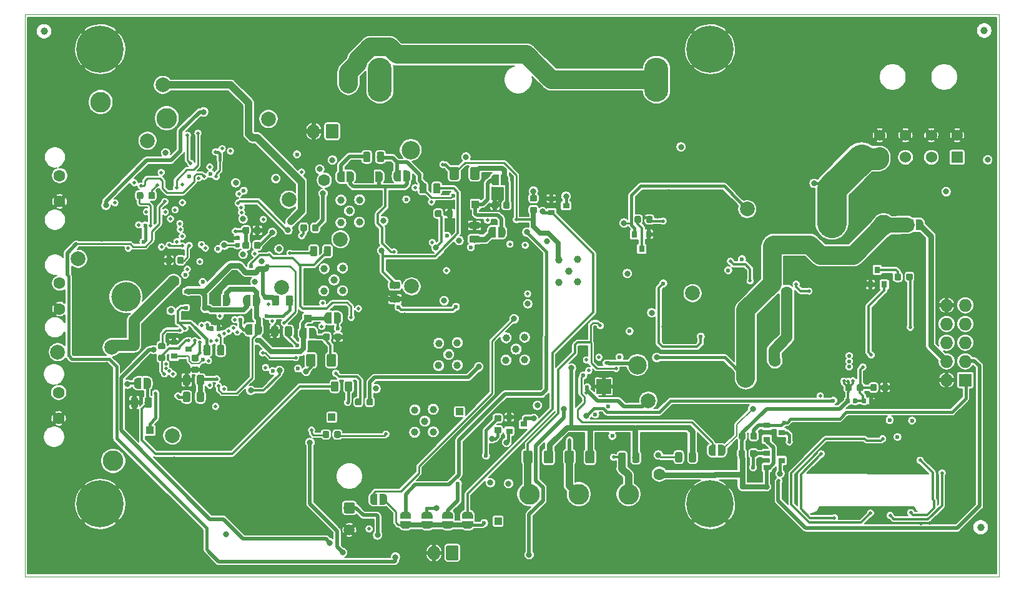
<source format=gbr>
G04 #@! TF.GenerationSoftware,KiCad,Pcbnew,(5.1.2)-1*
G04 #@! TF.CreationDate,2021-02-22T12:01:05+05:45*
G04 #@! TF.ProjectId,Pufferfish-Power-MCU,50756666-6572-4666-9973-682d506f7765,0.0*
G04 #@! TF.SameCoordinates,Original*
G04 #@! TF.FileFunction,Copper,L4,Bot*
G04 #@! TF.FilePolarity,Positive*
%FSLAX46Y46*%
G04 Gerber Fmt 4.6, Leading zero omitted, Abs format (unit mm)*
G04 Created by KiCad (PCBNEW (5.1.2)-1) date 2021-02-22 12:01:05*
%MOMM*%
%LPD*%
G04 APERTURE LIST*
G04 #@! TA.AperFunction,NonConductor*
%ADD10C,0.100000*%
G04 #@! TD*
G04 #@! TA.AperFunction,ComponentPad*
%ADD11C,2.500000*%
G04 #@! TD*
G04 #@! TA.AperFunction,ComponentPad*
%ADD12O,3.250000X6.000000*%
G04 #@! TD*
G04 #@! TA.AperFunction,ViaPad*
%ADD13C,0.533400*%
G04 #@! TD*
G04 #@! TA.AperFunction,Conductor*
%ADD14C,0.100000*%
G04 #@! TD*
G04 #@! TA.AperFunction,SMDPad,CuDef*
%ADD15C,0.875000*%
G04 #@! TD*
G04 #@! TA.AperFunction,SMDPad,CuDef*
%ADD16C,0.975000*%
G04 #@! TD*
G04 #@! TA.AperFunction,ComponentPad*
%ADD17R,1.530000X1.530000*%
G04 #@! TD*
G04 #@! TA.AperFunction,ComponentPad*
%ADD18C,1.530000*%
G04 #@! TD*
G04 #@! TA.AperFunction,SMDPad,CuDef*
%ADD19R,0.900000X0.800000*%
G04 #@! TD*
G04 #@! TA.AperFunction,SMDPad,CuDef*
%ADD20C,0.590000*%
G04 #@! TD*
G04 #@! TA.AperFunction,SMDPad,CuDef*
%ADD21C,0.500000*%
G04 #@! TD*
G04 #@! TA.AperFunction,SMDPad,CuDef*
%ADD22R,0.500000X0.500000*%
G04 #@! TD*
G04 #@! TA.AperFunction,ComponentPad*
%ADD23C,1.600000*%
G04 #@! TD*
G04 #@! TA.AperFunction,ComponentPad*
%ADD24C,1.000000*%
G04 #@! TD*
G04 #@! TA.AperFunction,BGAPad,CuDef*
%ADD25C,1.000000*%
G04 #@! TD*
G04 #@! TA.AperFunction,ComponentPad*
%ADD26C,0.800000*%
G04 #@! TD*
G04 #@! TA.AperFunction,ComponentPad*
%ADD27C,6.400000*%
G04 #@! TD*
G04 #@! TA.AperFunction,ComponentPad*
%ADD28C,1.500000*%
G04 #@! TD*
G04 #@! TA.AperFunction,SMDPad,CuDef*
%ADD29R,0.800000X0.900000*%
G04 #@! TD*
G04 #@! TA.AperFunction,ComponentPad*
%ADD30R,1.000000X1.000000*%
G04 #@! TD*
G04 #@! TA.AperFunction,Conductor*
%ADD31R,2.050000X2.050000*%
G04 #@! TD*
G04 #@! TA.AperFunction,ViaPad*
%ADD32C,0.600000*%
G04 #@! TD*
G04 #@! TA.AperFunction,ComponentPad*
%ADD33C,1.700000*%
G04 #@! TD*
G04 #@! TA.AperFunction,ComponentPad*
%ADD34O,1.700000X2.000000*%
G04 #@! TD*
G04 #@! TA.AperFunction,ComponentPad*
%ADD35R,1.727200X1.727200*%
G04 #@! TD*
G04 #@! TA.AperFunction,ComponentPad*
%ADD36O,1.727200X1.727200*%
G04 #@! TD*
G04 #@! TA.AperFunction,SMDPad,CuDef*
%ADD37C,1.250000*%
G04 #@! TD*
G04 #@! TA.AperFunction,ComponentPad*
%ADD38C,2.800000*%
G04 #@! TD*
G04 #@! TA.AperFunction,ComponentPad*
%ADD39C,2.000000*%
G04 #@! TD*
G04 #@! TA.AperFunction,ViaPad*
%ADD40C,0.500000*%
G04 #@! TD*
G04 #@! TA.AperFunction,ViaPad*
%ADD41C,0.800000*%
G04 #@! TD*
G04 #@! TA.AperFunction,ViaPad*
%ADD42C,1.600000*%
G04 #@! TD*
G04 #@! TA.AperFunction,ViaPad*
%ADD43C,2.000000*%
G04 #@! TD*
G04 #@! TA.AperFunction,ViaPad*
%ADD44C,4.000000*%
G04 #@! TD*
G04 #@! TA.AperFunction,Conductor*
%ADD45C,0.350000*%
G04 #@! TD*
G04 #@! TA.AperFunction,Conductor*
%ADD46C,0.400000*%
G04 #@! TD*
G04 #@! TA.AperFunction,Conductor*
%ADD47C,0.250000*%
G04 #@! TD*
G04 #@! TA.AperFunction,Conductor*
%ADD48C,0.300000*%
G04 #@! TD*
G04 #@! TA.AperFunction,Conductor*
%ADD49C,0.200000*%
G04 #@! TD*
G04 #@! TA.AperFunction,Conductor*
%ADD50C,0.500000*%
G04 #@! TD*
G04 #@! TA.AperFunction,Conductor*
%ADD51C,0.700000*%
G04 #@! TD*
G04 #@! TA.AperFunction,Conductor*
%ADD52C,0.800000*%
G04 #@! TD*
G04 #@! TA.AperFunction,Conductor*
%ADD53C,4.000000*%
G04 #@! TD*
G04 #@! TA.AperFunction,Conductor*
%ADD54C,2.500000*%
G04 #@! TD*
G04 #@! TA.AperFunction,Conductor*
%ADD55C,3.000000*%
G04 #@! TD*
G04 #@! TA.AperFunction,Conductor*
%ADD56C,1.500000*%
G04 #@! TD*
G04 #@! TA.AperFunction,Conductor*
%ADD57C,2.000000*%
G04 #@! TD*
G04 #@! TA.AperFunction,Conductor*
%ADD58C,1.000000*%
G04 #@! TD*
G04 #@! TA.AperFunction,Conductor*
%ADD59C,0.127000*%
G04 #@! TD*
G04 APERTURE END LIST*
D10*
X203212700Y-114388900D02*
X203212700Y-119388900D01*
X71094600Y-114401600D02*
X71094600Y-119401600D01*
X82946666Y-47752000D02*
G75*
G03X82946666Y-47752000I-1666666J0D01*
G01*
X78780000Y-47752000D02*
X83780000Y-47752000D01*
X81280000Y-45252000D02*
X81280000Y-50252000D01*
X71094600Y-114401600D02*
X71094600Y-43065700D01*
X203212700Y-119388900D02*
X71094600Y-119401600D01*
X203225400Y-43065700D02*
X203212700Y-114388900D01*
X71094600Y-43065700D02*
X203225400Y-43065700D01*
D11*
G04 #@! TO.P,TP4,1*
G04 #@! TO.N,LTC7812_RUN*
X154178000Y-90678000D03*
G04 #@! TD*
D12*
G04 #@! TO.P,F1,2*
G04 #@! TO.N,/LTC4015/PP-SENSE-CLN*
X119255400Y-51926600D03*
G04 #@! TO.P,F1,1*
G04 #@! TO.N,VIN_7812_1_RAW*
X156755400Y-51926600D03*
G04 #@! TD*
D13*
G04 #@! TO.N,N/C*
G04 #@! TO.C,U3*
X182880000Y-90170000D03*
X182880000Y-89419999D03*
X182880000Y-90920001D03*
G04 #@! TD*
D14*
G04 #@! TO.N,/LTC7812/TG_2_1*
G04 #@! TO.C,R99*
G36*
X109160091Y-71553653D02*
G01*
X109181326Y-71556803D01*
X109202150Y-71562019D01*
X109222362Y-71569251D01*
X109241768Y-71578430D01*
X109260181Y-71589466D01*
X109277424Y-71602254D01*
X109293330Y-71616670D01*
X109307746Y-71632576D01*
X109320534Y-71649819D01*
X109331570Y-71668232D01*
X109340749Y-71687638D01*
X109347981Y-71707850D01*
X109353197Y-71728674D01*
X109356347Y-71749909D01*
X109357400Y-71771350D01*
X109357400Y-72283850D01*
X109356347Y-72305291D01*
X109353197Y-72326526D01*
X109347981Y-72347350D01*
X109340749Y-72367562D01*
X109331570Y-72386968D01*
X109320534Y-72405381D01*
X109307746Y-72422624D01*
X109293330Y-72438530D01*
X109277424Y-72452946D01*
X109260181Y-72465734D01*
X109241768Y-72476770D01*
X109222362Y-72485949D01*
X109202150Y-72493181D01*
X109181326Y-72498397D01*
X109160091Y-72501547D01*
X109138650Y-72502600D01*
X108701150Y-72502600D01*
X108679709Y-72501547D01*
X108658474Y-72498397D01*
X108637650Y-72493181D01*
X108617438Y-72485949D01*
X108598032Y-72476770D01*
X108579619Y-72465734D01*
X108562376Y-72452946D01*
X108546470Y-72438530D01*
X108532054Y-72422624D01*
X108519266Y-72405381D01*
X108508230Y-72386968D01*
X108499051Y-72367562D01*
X108491819Y-72347350D01*
X108486603Y-72326526D01*
X108483453Y-72305291D01*
X108482400Y-72283850D01*
X108482400Y-71771350D01*
X108483453Y-71749909D01*
X108486603Y-71728674D01*
X108491819Y-71707850D01*
X108499051Y-71687638D01*
X108508230Y-71668232D01*
X108519266Y-71649819D01*
X108532054Y-71632576D01*
X108546470Y-71616670D01*
X108562376Y-71602254D01*
X108579619Y-71589466D01*
X108598032Y-71578430D01*
X108617438Y-71569251D01*
X108637650Y-71562019D01*
X108658474Y-71556803D01*
X108679709Y-71553653D01*
X108701150Y-71552600D01*
X109138650Y-71552600D01*
X109160091Y-71553653D01*
X109160091Y-71553653D01*
G37*
D15*
G04 #@! TD*
G04 #@! TO.P,R99,2*
G04 #@! TO.N,/LTC7812/TG_2_1*
X108919900Y-72027600D03*
D14*
G04 #@! TO.N,Net-(R99-Pad1)*
G04 #@! TO.C,R99*
G36*
X110735091Y-71553653D02*
G01*
X110756326Y-71556803D01*
X110777150Y-71562019D01*
X110797362Y-71569251D01*
X110816768Y-71578430D01*
X110835181Y-71589466D01*
X110852424Y-71602254D01*
X110868330Y-71616670D01*
X110882746Y-71632576D01*
X110895534Y-71649819D01*
X110906570Y-71668232D01*
X110915749Y-71687638D01*
X110922981Y-71707850D01*
X110928197Y-71728674D01*
X110931347Y-71749909D01*
X110932400Y-71771350D01*
X110932400Y-72283850D01*
X110931347Y-72305291D01*
X110928197Y-72326526D01*
X110922981Y-72347350D01*
X110915749Y-72367562D01*
X110906570Y-72386968D01*
X110895534Y-72405381D01*
X110882746Y-72422624D01*
X110868330Y-72438530D01*
X110852424Y-72452946D01*
X110835181Y-72465734D01*
X110816768Y-72476770D01*
X110797362Y-72485949D01*
X110777150Y-72493181D01*
X110756326Y-72498397D01*
X110735091Y-72501547D01*
X110713650Y-72502600D01*
X110276150Y-72502600D01*
X110254709Y-72501547D01*
X110233474Y-72498397D01*
X110212650Y-72493181D01*
X110192438Y-72485949D01*
X110173032Y-72476770D01*
X110154619Y-72465734D01*
X110137376Y-72452946D01*
X110121470Y-72438530D01*
X110107054Y-72422624D01*
X110094266Y-72405381D01*
X110083230Y-72386968D01*
X110074051Y-72367562D01*
X110066819Y-72347350D01*
X110061603Y-72326526D01*
X110058453Y-72305291D01*
X110057400Y-72283850D01*
X110057400Y-71771350D01*
X110058453Y-71749909D01*
X110061603Y-71728674D01*
X110066819Y-71707850D01*
X110074051Y-71687638D01*
X110083230Y-71668232D01*
X110094266Y-71649819D01*
X110107054Y-71632576D01*
X110121470Y-71616670D01*
X110137376Y-71602254D01*
X110154619Y-71589466D01*
X110173032Y-71578430D01*
X110192438Y-71569251D01*
X110212650Y-71562019D01*
X110233474Y-71556803D01*
X110254709Y-71553653D01*
X110276150Y-71552600D01*
X110713650Y-71552600D01*
X110735091Y-71553653D01*
X110735091Y-71553653D01*
G37*
D15*
G04 #@! TD*
G04 #@! TO.P,R99,1*
G04 #@! TO.N,Net-(R99-Pad1)*
X110494900Y-72027600D03*
D14*
G04 #@! TO.N,GND*
G04 #@! TO.C,R49*
G36*
X105248142Y-85407174D02*
G01*
X105271803Y-85410684D01*
X105295007Y-85416496D01*
X105317529Y-85424554D01*
X105339153Y-85434782D01*
X105359670Y-85447079D01*
X105378883Y-85461329D01*
X105396607Y-85477393D01*
X105412671Y-85495117D01*
X105426921Y-85514330D01*
X105439218Y-85534847D01*
X105449446Y-85556471D01*
X105457504Y-85578993D01*
X105463316Y-85602197D01*
X105466826Y-85625858D01*
X105468000Y-85649750D01*
X105468000Y-86562250D01*
X105466826Y-86586142D01*
X105463316Y-86609803D01*
X105457504Y-86633007D01*
X105449446Y-86655529D01*
X105439218Y-86677153D01*
X105426921Y-86697670D01*
X105412671Y-86716883D01*
X105396607Y-86734607D01*
X105378883Y-86750671D01*
X105359670Y-86764921D01*
X105339153Y-86777218D01*
X105317529Y-86787446D01*
X105295007Y-86795504D01*
X105271803Y-86801316D01*
X105248142Y-86804826D01*
X105224250Y-86806000D01*
X104736750Y-86806000D01*
X104712858Y-86804826D01*
X104689197Y-86801316D01*
X104665993Y-86795504D01*
X104643471Y-86787446D01*
X104621847Y-86777218D01*
X104601330Y-86764921D01*
X104582117Y-86750671D01*
X104564393Y-86734607D01*
X104548329Y-86716883D01*
X104534079Y-86697670D01*
X104521782Y-86677153D01*
X104511554Y-86655529D01*
X104503496Y-86633007D01*
X104497684Y-86609803D01*
X104494174Y-86586142D01*
X104493000Y-86562250D01*
X104493000Y-85649750D01*
X104494174Y-85625858D01*
X104497684Y-85602197D01*
X104503496Y-85578993D01*
X104511554Y-85556471D01*
X104521782Y-85534847D01*
X104534079Y-85514330D01*
X104548329Y-85495117D01*
X104564393Y-85477393D01*
X104582117Y-85461329D01*
X104601330Y-85447079D01*
X104621847Y-85434782D01*
X104643471Y-85424554D01*
X104665993Y-85416496D01*
X104689197Y-85410684D01*
X104712858Y-85407174D01*
X104736750Y-85406000D01*
X105224250Y-85406000D01*
X105248142Y-85407174D01*
X105248142Y-85407174D01*
G37*
D16*
G04 #@! TD*
G04 #@! TO.P,R49,2*
G04 #@! TO.N,GND*
X104980500Y-86106000D03*
D14*
G04 #@! TO.N,Net-(JP2-Pad2)*
G04 #@! TO.C,R49*
G36*
X107123142Y-85407174D02*
G01*
X107146803Y-85410684D01*
X107170007Y-85416496D01*
X107192529Y-85424554D01*
X107214153Y-85434782D01*
X107234670Y-85447079D01*
X107253883Y-85461329D01*
X107271607Y-85477393D01*
X107287671Y-85495117D01*
X107301921Y-85514330D01*
X107314218Y-85534847D01*
X107324446Y-85556471D01*
X107332504Y-85578993D01*
X107338316Y-85602197D01*
X107341826Y-85625858D01*
X107343000Y-85649750D01*
X107343000Y-86562250D01*
X107341826Y-86586142D01*
X107338316Y-86609803D01*
X107332504Y-86633007D01*
X107324446Y-86655529D01*
X107314218Y-86677153D01*
X107301921Y-86697670D01*
X107287671Y-86716883D01*
X107271607Y-86734607D01*
X107253883Y-86750671D01*
X107234670Y-86764921D01*
X107214153Y-86777218D01*
X107192529Y-86787446D01*
X107170007Y-86795504D01*
X107146803Y-86801316D01*
X107123142Y-86804826D01*
X107099250Y-86806000D01*
X106611750Y-86806000D01*
X106587858Y-86804826D01*
X106564197Y-86801316D01*
X106540993Y-86795504D01*
X106518471Y-86787446D01*
X106496847Y-86777218D01*
X106476330Y-86764921D01*
X106457117Y-86750671D01*
X106439393Y-86734607D01*
X106423329Y-86716883D01*
X106409079Y-86697670D01*
X106396782Y-86677153D01*
X106386554Y-86655529D01*
X106378496Y-86633007D01*
X106372684Y-86609803D01*
X106369174Y-86586142D01*
X106368000Y-86562250D01*
X106368000Y-85649750D01*
X106369174Y-85625858D01*
X106372684Y-85602197D01*
X106378496Y-85578993D01*
X106386554Y-85556471D01*
X106396782Y-85534847D01*
X106409079Y-85514330D01*
X106423329Y-85495117D01*
X106439393Y-85477393D01*
X106457117Y-85461329D01*
X106476330Y-85447079D01*
X106496847Y-85434782D01*
X106518471Y-85424554D01*
X106540993Y-85416496D01*
X106564197Y-85410684D01*
X106587858Y-85407174D01*
X106611750Y-85406000D01*
X107099250Y-85406000D01*
X107123142Y-85407174D01*
X107123142Y-85407174D01*
G37*
D16*
G04 #@! TD*
G04 #@! TO.P,R49,1*
G04 #@! TO.N,Net-(JP2-Pad2)*
X106855500Y-86106000D03*
D17*
G04 #@! TO.P,J1,1*
G04 #@! TO.N,VOUT_7812_24V*
X197528000Y-62460000D03*
D18*
G04 #@! TO.P,J1,2*
G04 #@! TO.N,VIN_7812_2*
X194028000Y-62460000D03*
G04 #@! TO.P,J1,3*
G04 #@! TO.N,VSYS-5V0*
X190528000Y-62460000D03*
G04 #@! TO.P,J1,4*
G04 #@! TO.N,VSYS-3V3*
X187028000Y-62460000D03*
G04 #@! TO.P,J1,5*
G04 #@! TO.N,GND*
X197528000Y-59460000D03*
G04 #@! TO.P,J1,6*
X194028000Y-59460000D03*
G04 #@! TO.P,J1,7*
X190528000Y-59460000D03*
G04 #@! TO.P,J1,8*
X187028000Y-59460000D03*
G04 #@! TD*
D19*
G04 #@! TO.P,Q9,1*
G04 #@! TO.N,PGOOD_12V*
X136787000Y-99657000D03*
G04 #@! TO.P,Q9,2*
G04 #@! TO.N,GND*
X136787000Y-97757000D03*
G04 #@! TO.P,Q9,3*
G04 #@! TO.N,Net-(D9-Pad1)*
X138787000Y-98707000D03*
G04 #@! TD*
D14*
G04 #@! TO.N,/LTC4015/PP-BATSENS*
G04 #@! TO.C,C100*
G36*
X100123258Y-74104710D02*
G01*
X100137576Y-74106834D01*
X100151617Y-74110351D01*
X100165246Y-74115228D01*
X100178331Y-74121417D01*
X100190747Y-74128858D01*
X100202373Y-74137481D01*
X100213098Y-74147202D01*
X100222819Y-74157927D01*
X100231442Y-74169553D01*
X100238883Y-74181969D01*
X100245072Y-74195054D01*
X100249949Y-74208683D01*
X100253466Y-74222724D01*
X100255590Y-74237042D01*
X100256300Y-74251500D01*
X100256300Y-74546500D01*
X100255590Y-74560958D01*
X100253466Y-74575276D01*
X100249949Y-74589317D01*
X100245072Y-74602946D01*
X100238883Y-74616031D01*
X100231442Y-74628447D01*
X100222819Y-74640073D01*
X100213098Y-74650798D01*
X100202373Y-74660519D01*
X100190747Y-74669142D01*
X100178331Y-74676583D01*
X100165246Y-74682772D01*
X100151617Y-74687649D01*
X100137576Y-74691166D01*
X100123258Y-74693290D01*
X100108800Y-74694000D01*
X99763800Y-74694000D01*
X99749342Y-74693290D01*
X99735024Y-74691166D01*
X99720983Y-74687649D01*
X99707354Y-74682772D01*
X99694269Y-74676583D01*
X99681853Y-74669142D01*
X99670227Y-74660519D01*
X99659502Y-74650798D01*
X99649781Y-74640073D01*
X99641158Y-74628447D01*
X99633717Y-74616031D01*
X99627528Y-74602946D01*
X99622651Y-74589317D01*
X99619134Y-74575276D01*
X99617010Y-74560958D01*
X99616300Y-74546500D01*
X99616300Y-74251500D01*
X99617010Y-74237042D01*
X99619134Y-74222724D01*
X99622651Y-74208683D01*
X99627528Y-74195054D01*
X99633717Y-74181969D01*
X99641158Y-74169553D01*
X99649781Y-74157927D01*
X99659502Y-74147202D01*
X99670227Y-74137481D01*
X99681853Y-74128858D01*
X99694269Y-74121417D01*
X99707354Y-74115228D01*
X99720983Y-74110351D01*
X99735024Y-74106834D01*
X99749342Y-74104710D01*
X99763800Y-74104000D01*
X100108800Y-74104000D01*
X100123258Y-74104710D01*
X100123258Y-74104710D01*
G37*
D20*
G04 #@! TD*
G04 #@! TO.P,C100,1*
G04 #@! TO.N,/LTC4015/PP-BATSENS*
X99936300Y-74399000D03*
D14*
G04 #@! TO.N,GND*
G04 #@! TO.C,C100*
G36*
X100123258Y-73134710D02*
G01*
X100137576Y-73136834D01*
X100151617Y-73140351D01*
X100165246Y-73145228D01*
X100178331Y-73151417D01*
X100190747Y-73158858D01*
X100202373Y-73167481D01*
X100213098Y-73177202D01*
X100222819Y-73187927D01*
X100231442Y-73199553D01*
X100238883Y-73211969D01*
X100245072Y-73225054D01*
X100249949Y-73238683D01*
X100253466Y-73252724D01*
X100255590Y-73267042D01*
X100256300Y-73281500D01*
X100256300Y-73576500D01*
X100255590Y-73590958D01*
X100253466Y-73605276D01*
X100249949Y-73619317D01*
X100245072Y-73632946D01*
X100238883Y-73646031D01*
X100231442Y-73658447D01*
X100222819Y-73670073D01*
X100213098Y-73680798D01*
X100202373Y-73690519D01*
X100190747Y-73699142D01*
X100178331Y-73706583D01*
X100165246Y-73712772D01*
X100151617Y-73717649D01*
X100137576Y-73721166D01*
X100123258Y-73723290D01*
X100108800Y-73724000D01*
X99763800Y-73724000D01*
X99749342Y-73723290D01*
X99735024Y-73721166D01*
X99720983Y-73717649D01*
X99707354Y-73712772D01*
X99694269Y-73706583D01*
X99681853Y-73699142D01*
X99670227Y-73690519D01*
X99659502Y-73680798D01*
X99649781Y-73670073D01*
X99641158Y-73658447D01*
X99633717Y-73646031D01*
X99627528Y-73632946D01*
X99622651Y-73619317D01*
X99619134Y-73605276D01*
X99617010Y-73590958D01*
X99616300Y-73576500D01*
X99616300Y-73281500D01*
X99617010Y-73267042D01*
X99619134Y-73252724D01*
X99622651Y-73238683D01*
X99627528Y-73225054D01*
X99633717Y-73211969D01*
X99641158Y-73199553D01*
X99649781Y-73187927D01*
X99659502Y-73177202D01*
X99670227Y-73167481D01*
X99681853Y-73158858D01*
X99694269Y-73151417D01*
X99707354Y-73145228D01*
X99720983Y-73140351D01*
X99735024Y-73136834D01*
X99749342Y-73134710D01*
X99763800Y-73134000D01*
X100108800Y-73134000D01*
X100123258Y-73134710D01*
X100123258Y-73134710D01*
G37*
D20*
G04 #@! TD*
G04 #@! TO.P,C100,2*
G04 #@! TO.N,GND*
X99936300Y-73429000D03*
D14*
G04 #@! TO.N,GND*
G04 #@! TO.C,C70*
G36*
X97547958Y-85405710D02*
G01*
X97562276Y-85407834D01*
X97576317Y-85411351D01*
X97589946Y-85416228D01*
X97603031Y-85422417D01*
X97615447Y-85429858D01*
X97627073Y-85438481D01*
X97637798Y-85448202D01*
X97647519Y-85458927D01*
X97656142Y-85470553D01*
X97663583Y-85482969D01*
X97669772Y-85496054D01*
X97674649Y-85509683D01*
X97678166Y-85523724D01*
X97680290Y-85538042D01*
X97681000Y-85552500D01*
X97681000Y-85897500D01*
X97680290Y-85911958D01*
X97678166Y-85926276D01*
X97674649Y-85940317D01*
X97669772Y-85953946D01*
X97663583Y-85967031D01*
X97656142Y-85979447D01*
X97647519Y-85991073D01*
X97637798Y-86001798D01*
X97627073Y-86011519D01*
X97615447Y-86020142D01*
X97603031Y-86027583D01*
X97589946Y-86033772D01*
X97576317Y-86038649D01*
X97562276Y-86042166D01*
X97547958Y-86044290D01*
X97533500Y-86045000D01*
X97238500Y-86045000D01*
X97224042Y-86044290D01*
X97209724Y-86042166D01*
X97195683Y-86038649D01*
X97182054Y-86033772D01*
X97168969Y-86027583D01*
X97156553Y-86020142D01*
X97144927Y-86011519D01*
X97134202Y-86001798D01*
X97124481Y-85991073D01*
X97115858Y-85979447D01*
X97108417Y-85967031D01*
X97102228Y-85953946D01*
X97097351Y-85940317D01*
X97093834Y-85926276D01*
X97091710Y-85911958D01*
X97091000Y-85897500D01*
X97091000Y-85552500D01*
X97091710Y-85538042D01*
X97093834Y-85523724D01*
X97097351Y-85509683D01*
X97102228Y-85496054D01*
X97108417Y-85482969D01*
X97115858Y-85470553D01*
X97124481Y-85458927D01*
X97134202Y-85448202D01*
X97144927Y-85438481D01*
X97156553Y-85429858D01*
X97168969Y-85422417D01*
X97182054Y-85416228D01*
X97195683Y-85411351D01*
X97209724Y-85407834D01*
X97224042Y-85405710D01*
X97238500Y-85405000D01*
X97533500Y-85405000D01*
X97547958Y-85405710D01*
X97547958Y-85405710D01*
G37*
D20*
G04 #@! TD*
G04 #@! TO.P,C70,2*
G04 #@! TO.N,GND*
X97386000Y-85725000D03*
D14*
G04 #@! TO.N,/LTC7812/INTVCC_1*
G04 #@! TO.C,C70*
G36*
X96577958Y-85405710D02*
G01*
X96592276Y-85407834D01*
X96606317Y-85411351D01*
X96619946Y-85416228D01*
X96633031Y-85422417D01*
X96645447Y-85429858D01*
X96657073Y-85438481D01*
X96667798Y-85448202D01*
X96677519Y-85458927D01*
X96686142Y-85470553D01*
X96693583Y-85482969D01*
X96699772Y-85496054D01*
X96704649Y-85509683D01*
X96708166Y-85523724D01*
X96710290Y-85538042D01*
X96711000Y-85552500D01*
X96711000Y-85897500D01*
X96710290Y-85911958D01*
X96708166Y-85926276D01*
X96704649Y-85940317D01*
X96699772Y-85953946D01*
X96693583Y-85967031D01*
X96686142Y-85979447D01*
X96677519Y-85991073D01*
X96667798Y-86001798D01*
X96657073Y-86011519D01*
X96645447Y-86020142D01*
X96633031Y-86027583D01*
X96619946Y-86033772D01*
X96606317Y-86038649D01*
X96592276Y-86042166D01*
X96577958Y-86044290D01*
X96563500Y-86045000D01*
X96268500Y-86045000D01*
X96254042Y-86044290D01*
X96239724Y-86042166D01*
X96225683Y-86038649D01*
X96212054Y-86033772D01*
X96198969Y-86027583D01*
X96186553Y-86020142D01*
X96174927Y-86011519D01*
X96164202Y-86001798D01*
X96154481Y-85991073D01*
X96145858Y-85979447D01*
X96138417Y-85967031D01*
X96132228Y-85953946D01*
X96127351Y-85940317D01*
X96123834Y-85926276D01*
X96121710Y-85911958D01*
X96121000Y-85897500D01*
X96121000Y-85552500D01*
X96121710Y-85538042D01*
X96123834Y-85523724D01*
X96127351Y-85509683D01*
X96132228Y-85496054D01*
X96138417Y-85482969D01*
X96145858Y-85470553D01*
X96154481Y-85458927D01*
X96164202Y-85448202D01*
X96174927Y-85438481D01*
X96186553Y-85429858D01*
X96198969Y-85422417D01*
X96212054Y-85416228D01*
X96225683Y-85411351D01*
X96239724Y-85407834D01*
X96254042Y-85405710D01*
X96268500Y-85405000D01*
X96563500Y-85405000D01*
X96577958Y-85405710D01*
X96577958Y-85405710D01*
G37*
D20*
G04 #@! TD*
G04 #@! TO.P,C70,1*
G04 #@! TO.N,/LTC7812/INTVCC_1*
X96416000Y-85725000D03*
D14*
G04 #@! TO.N,/3.3V Buck/3V3-FB*
G04 #@! TO.C,C51*
G36*
X183828458Y-95224710D02*
G01*
X183842776Y-95226834D01*
X183856817Y-95230351D01*
X183870446Y-95235228D01*
X183883531Y-95241417D01*
X183895947Y-95248858D01*
X183907573Y-95257481D01*
X183918298Y-95267202D01*
X183928019Y-95277927D01*
X183936642Y-95289553D01*
X183944083Y-95301969D01*
X183950272Y-95315054D01*
X183955149Y-95328683D01*
X183958666Y-95342724D01*
X183960790Y-95357042D01*
X183961500Y-95371500D01*
X183961500Y-95716500D01*
X183960790Y-95730958D01*
X183958666Y-95745276D01*
X183955149Y-95759317D01*
X183950272Y-95772946D01*
X183944083Y-95786031D01*
X183936642Y-95798447D01*
X183928019Y-95810073D01*
X183918298Y-95820798D01*
X183907573Y-95830519D01*
X183895947Y-95839142D01*
X183883531Y-95846583D01*
X183870446Y-95852772D01*
X183856817Y-95857649D01*
X183842776Y-95861166D01*
X183828458Y-95863290D01*
X183814000Y-95864000D01*
X183519000Y-95864000D01*
X183504542Y-95863290D01*
X183490224Y-95861166D01*
X183476183Y-95857649D01*
X183462554Y-95852772D01*
X183449469Y-95846583D01*
X183437053Y-95839142D01*
X183425427Y-95830519D01*
X183414702Y-95820798D01*
X183404981Y-95810073D01*
X183396358Y-95798447D01*
X183388917Y-95786031D01*
X183382728Y-95772946D01*
X183377851Y-95759317D01*
X183374334Y-95745276D01*
X183372210Y-95730958D01*
X183371500Y-95716500D01*
X183371500Y-95371500D01*
X183372210Y-95357042D01*
X183374334Y-95342724D01*
X183377851Y-95328683D01*
X183382728Y-95315054D01*
X183388917Y-95301969D01*
X183396358Y-95289553D01*
X183404981Y-95277927D01*
X183414702Y-95267202D01*
X183425427Y-95257481D01*
X183437053Y-95248858D01*
X183449469Y-95241417D01*
X183462554Y-95235228D01*
X183476183Y-95230351D01*
X183490224Y-95226834D01*
X183504542Y-95224710D01*
X183519000Y-95224000D01*
X183814000Y-95224000D01*
X183828458Y-95224710D01*
X183828458Y-95224710D01*
G37*
D20*
G04 #@! TD*
G04 #@! TO.P,C51,2*
G04 #@! TO.N,/3.3V Buck/3V3-FB*
X183666500Y-95544000D03*
D14*
G04 #@! TO.N,VSYS-3V3*
G04 #@! TO.C,C51*
G36*
X182858458Y-95224710D02*
G01*
X182872776Y-95226834D01*
X182886817Y-95230351D01*
X182900446Y-95235228D01*
X182913531Y-95241417D01*
X182925947Y-95248858D01*
X182937573Y-95257481D01*
X182948298Y-95267202D01*
X182958019Y-95277927D01*
X182966642Y-95289553D01*
X182974083Y-95301969D01*
X182980272Y-95315054D01*
X182985149Y-95328683D01*
X182988666Y-95342724D01*
X182990790Y-95357042D01*
X182991500Y-95371500D01*
X182991500Y-95716500D01*
X182990790Y-95730958D01*
X182988666Y-95745276D01*
X182985149Y-95759317D01*
X182980272Y-95772946D01*
X182974083Y-95786031D01*
X182966642Y-95798447D01*
X182958019Y-95810073D01*
X182948298Y-95820798D01*
X182937573Y-95830519D01*
X182925947Y-95839142D01*
X182913531Y-95846583D01*
X182900446Y-95852772D01*
X182886817Y-95857649D01*
X182872776Y-95861166D01*
X182858458Y-95863290D01*
X182844000Y-95864000D01*
X182549000Y-95864000D01*
X182534542Y-95863290D01*
X182520224Y-95861166D01*
X182506183Y-95857649D01*
X182492554Y-95852772D01*
X182479469Y-95846583D01*
X182467053Y-95839142D01*
X182455427Y-95830519D01*
X182444702Y-95820798D01*
X182434981Y-95810073D01*
X182426358Y-95798447D01*
X182418917Y-95786031D01*
X182412728Y-95772946D01*
X182407851Y-95759317D01*
X182404334Y-95745276D01*
X182402210Y-95730958D01*
X182401500Y-95716500D01*
X182401500Y-95371500D01*
X182402210Y-95357042D01*
X182404334Y-95342724D01*
X182407851Y-95328683D01*
X182412728Y-95315054D01*
X182418917Y-95301969D01*
X182426358Y-95289553D01*
X182434981Y-95277927D01*
X182444702Y-95267202D01*
X182455427Y-95257481D01*
X182467053Y-95248858D01*
X182479469Y-95241417D01*
X182492554Y-95235228D01*
X182506183Y-95230351D01*
X182520224Y-95226834D01*
X182534542Y-95224710D01*
X182549000Y-95224000D01*
X182844000Y-95224000D01*
X182858458Y-95224710D01*
X182858458Y-95224710D01*
G37*
D20*
G04 #@! TD*
G04 #@! TO.P,C51,1*
G04 #@! TO.N,VSYS-3V3*
X182696500Y-95544000D03*
D14*
G04 #@! TO.N,GND*
G04 #@! TO.C,C50*
G36*
X186028458Y-95224710D02*
G01*
X186042776Y-95226834D01*
X186056817Y-95230351D01*
X186070446Y-95235228D01*
X186083531Y-95241417D01*
X186095947Y-95248858D01*
X186107573Y-95257481D01*
X186118298Y-95267202D01*
X186128019Y-95277927D01*
X186136642Y-95289553D01*
X186144083Y-95301969D01*
X186150272Y-95315054D01*
X186155149Y-95328683D01*
X186158666Y-95342724D01*
X186160790Y-95357042D01*
X186161500Y-95371500D01*
X186161500Y-95716500D01*
X186160790Y-95730958D01*
X186158666Y-95745276D01*
X186155149Y-95759317D01*
X186150272Y-95772946D01*
X186144083Y-95786031D01*
X186136642Y-95798447D01*
X186128019Y-95810073D01*
X186118298Y-95820798D01*
X186107573Y-95830519D01*
X186095947Y-95839142D01*
X186083531Y-95846583D01*
X186070446Y-95852772D01*
X186056817Y-95857649D01*
X186042776Y-95861166D01*
X186028458Y-95863290D01*
X186014000Y-95864000D01*
X185719000Y-95864000D01*
X185704542Y-95863290D01*
X185690224Y-95861166D01*
X185676183Y-95857649D01*
X185662554Y-95852772D01*
X185649469Y-95846583D01*
X185637053Y-95839142D01*
X185625427Y-95830519D01*
X185614702Y-95820798D01*
X185604981Y-95810073D01*
X185596358Y-95798447D01*
X185588917Y-95786031D01*
X185582728Y-95772946D01*
X185577851Y-95759317D01*
X185574334Y-95745276D01*
X185572210Y-95730958D01*
X185571500Y-95716500D01*
X185571500Y-95371500D01*
X185572210Y-95357042D01*
X185574334Y-95342724D01*
X185577851Y-95328683D01*
X185582728Y-95315054D01*
X185588917Y-95301969D01*
X185596358Y-95289553D01*
X185604981Y-95277927D01*
X185614702Y-95267202D01*
X185625427Y-95257481D01*
X185637053Y-95248858D01*
X185649469Y-95241417D01*
X185662554Y-95235228D01*
X185676183Y-95230351D01*
X185690224Y-95226834D01*
X185704542Y-95224710D01*
X185719000Y-95224000D01*
X186014000Y-95224000D01*
X186028458Y-95224710D01*
X186028458Y-95224710D01*
G37*
D20*
G04 #@! TD*
G04 #@! TO.P,C50,2*
G04 #@! TO.N,GND*
X185866500Y-95544000D03*
D14*
G04 #@! TO.N,/3.3V Buck/3V3-FB*
G04 #@! TO.C,C50*
G36*
X185058458Y-95224710D02*
G01*
X185072776Y-95226834D01*
X185086817Y-95230351D01*
X185100446Y-95235228D01*
X185113531Y-95241417D01*
X185125947Y-95248858D01*
X185137573Y-95257481D01*
X185148298Y-95267202D01*
X185158019Y-95277927D01*
X185166642Y-95289553D01*
X185174083Y-95301969D01*
X185180272Y-95315054D01*
X185185149Y-95328683D01*
X185188666Y-95342724D01*
X185190790Y-95357042D01*
X185191500Y-95371500D01*
X185191500Y-95716500D01*
X185190790Y-95730958D01*
X185188666Y-95745276D01*
X185185149Y-95759317D01*
X185180272Y-95772946D01*
X185174083Y-95786031D01*
X185166642Y-95798447D01*
X185158019Y-95810073D01*
X185148298Y-95820798D01*
X185137573Y-95830519D01*
X185125947Y-95839142D01*
X185113531Y-95846583D01*
X185100446Y-95852772D01*
X185086817Y-95857649D01*
X185072776Y-95861166D01*
X185058458Y-95863290D01*
X185044000Y-95864000D01*
X184749000Y-95864000D01*
X184734542Y-95863290D01*
X184720224Y-95861166D01*
X184706183Y-95857649D01*
X184692554Y-95852772D01*
X184679469Y-95846583D01*
X184667053Y-95839142D01*
X184655427Y-95830519D01*
X184644702Y-95820798D01*
X184634981Y-95810073D01*
X184626358Y-95798447D01*
X184618917Y-95786031D01*
X184612728Y-95772946D01*
X184607851Y-95759317D01*
X184604334Y-95745276D01*
X184602210Y-95730958D01*
X184601500Y-95716500D01*
X184601500Y-95371500D01*
X184602210Y-95357042D01*
X184604334Y-95342724D01*
X184607851Y-95328683D01*
X184612728Y-95315054D01*
X184618917Y-95301969D01*
X184626358Y-95289553D01*
X184634981Y-95277927D01*
X184644702Y-95267202D01*
X184655427Y-95257481D01*
X184667053Y-95248858D01*
X184679469Y-95241417D01*
X184692554Y-95235228D01*
X184706183Y-95230351D01*
X184720224Y-95226834D01*
X184734542Y-95224710D01*
X184749000Y-95224000D01*
X185044000Y-95224000D01*
X185058458Y-95224710D01*
X185058458Y-95224710D01*
G37*
D20*
G04 #@! TD*
G04 #@! TO.P,C50,1*
G04 #@! TO.N,/3.3V Buck/3V3-FB*
X184896500Y-95544000D03*
D21*
G04 #@! TO.P,JP1,2*
G04 #@! TO.N,/LTC7812/TRACK_SS1_1*
X86407400Y-93152600D03*
D14*
G04 #@! TD*
G04 #@! TO.N,/LTC7812/TRACK_SS1_1*
G04 #@! TO.C,JP1*
G36*
X86407400Y-93901998D02*
G01*
X86382866Y-93901998D01*
X86334035Y-93897188D01*
X86285910Y-93887616D01*
X86238955Y-93873372D01*
X86193622Y-93854595D01*
X86150349Y-93831464D01*
X86109550Y-93804204D01*
X86071621Y-93773076D01*
X86036924Y-93738379D01*
X86005796Y-93700450D01*
X85978536Y-93659651D01*
X85955405Y-93616378D01*
X85936628Y-93571045D01*
X85922384Y-93524090D01*
X85912812Y-93475965D01*
X85908002Y-93427134D01*
X85908002Y-93402600D01*
X85907400Y-93402600D01*
X85907400Y-92902600D01*
X85908002Y-92902600D01*
X85908002Y-92878066D01*
X85912812Y-92829235D01*
X85922384Y-92781110D01*
X85936628Y-92734155D01*
X85955405Y-92688822D01*
X85978536Y-92645549D01*
X86005796Y-92604750D01*
X86036924Y-92566821D01*
X86071621Y-92532124D01*
X86109550Y-92500996D01*
X86150349Y-92473736D01*
X86193622Y-92450605D01*
X86238955Y-92431828D01*
X86285910Y-92417584D01*
X86334035Y-92408012D01*
X86382866Y-92403202D01*
X86407400Y-92403202D01*
X86407400Y-92402600D01*
X86907400Y-92402600D01*
X86907400Y-93902600D01*
X86407400Y-93902600D01*
X86407400Y-93901998D01*
X86407400Y-93901998D01*
G37*
D21*
G04 #@! TO.P,JP1,1*
G04 #@! TO.N,Net-(JP1-Pad1)*
X87707400Y-93152600D03*
D14*
G04 #@! TD*
G04 #@! TO.N,Net-(JP1-Pad1)*
G04 #@! TO.C,JP1*
G36*
X87207400Y-92402600D02*
G01*
X87707400Y-92402600D01*
X87707400Y-92403202D01*
X87731934Y-92403202D01*
X87780765Y-92408012D01*
X87828890Y-92417584D01*
X87875845Y-92431828D01*
X87921178Y-92450605D01*
X87964451Y-92473736D01*
X88005250Y-92500996D01*
X88043179Y-92532124D01*
X88077876Y-92566821D01*
X88109004Y-92604750D01*
X88136264Y-92645549D01*
X88159395Y-92688822D01*
X88178172Y-92734155D01*
X88192416Y-92781110D01*
X88201988Y-92829235D01*
X88206798Y-92878066D01*
X88206798Y-92902600D01*
X88207400Y-92902600D01*
X88207400Y-93402600D01*
X88206798Y-93402600D01*
X88206798Y-93427134D01*
X88201988Y-93475965D01*
X88192416Y-93524090D01*
X88178172Y-93571045D01*
X88159395Y-93616378D01*
X88136264Y-93659651D01*
X88109004Y-93700450D01*
X88077876Y-93738379D01*
X88043179Y-93773076D01*
X88005250Y-93804204D01*
X87964451Y-93831464D01*
X87921178Y-93854595D01*
X87875845Y-93873372D01*
X87828890Y-93887616D01*
X87780765Y-93897188D01*
X87731934Y-93901998D01*
X87707400Y-93901998D01*
X87707400Y-93902600D01*
X87207400Y-93902600D01*
X87207400Y-92402600D01*
X87207400Y-92402600D01*
G37*
D22*
G04 #@! TO.P,D3,2*
G04 #@! TO.N,/LTC7812/INTVCC_1*
X92964000Y-80688000D03*
G04 #@! TO.P,D3,1*
G04 #@! TO.N,Net-(C73-Pad1)*
X92964000Y-82888000D03*
G04 #@! TD*
G04 #@! TO.P,D4,2*
G04 #@! TO.N,/LTC7812/INTVCC_1*
X103970000Y-77216000D03*
G04 #@! TO.P,D4,1*
G04 #@! TO.N,Net-(C79-Pad2)*
X101770000Y-77216000D03*
G04 #@! TD*
D23*
G04 #@! TO.P,J5,2*
G04 #@! TO.N,GND*
X75819000Y-68453000D03*
G04 #@! TO.P,J5,1*
G04 #@! TO.N,INTCON_WALL*
X75819000Y-64953000D03*
G04 #@! TD*
D14*
G04 #@! TO.N,/3.3V Buck/3V3-FB*
G04 #@! TO.C,R39*
G36*
X184596691Y-93270053D02*
G01*
X184617926Y-93273203D01*
X184638750Y-93278419D01*
X184658962Y-93285651D01*
X184678368Y-93294830D01*
X184696781Y-93305866D01*
X184714024Y-93318654D01*
X184729930Y-93333070D01*
X184744346Y-93348976D01*
X184757134Y-93366219D01*
X184768170Y-93384632D01*
X184777349Y-93404038D01*
X184784581Y-93424250D01*
X184789797Y-93445074D01*
X184792947Y-93466309D01*
X184794000Y-93487750D01*
X184794000Y-94000250D01*
X184792947Y-94021691D01*
X184789797Y-94042926D01*
X184784581Y-94063750D01*
X184777349Y-94083962D01*
X184768170Y-94103368D01*
X184757134Y-94121781D01*
X184744346Y-94139024D01*
X184729930Y-94154930D01*
X184714024Y-94169346D01*
X184696781Y-94182134D01*
X184678368Y-94193170D01*
X184658962Y-94202349D01*
X184638750Y-94209581D01*
X184617926Y-94214797D01*
X184596691Y-94217947D01*
X184575250Y-94219000D01*
X184137750Y-94219000D01*
X184116309Y-94217947D01*
X184095074Y-94214797D01*
X184074250Y-94209581D01*
X184054038Y-94202349D01*
X184034632Y-94193170D01*
X184016219Y-94182134D01*
X183998976Y-94169346D01*
X183983070Y-94154930D01*
X183968654Y-94139024D01*
X183955866Y-94121781D01*
X183944830Y-94103368D01*
X183935651Y-94083962D01*
X183928419Y-94063750D01*
X183923203Y-94042926D01*
X183920053Y-94021691D01*
X183919000Y-94000250D01*
X183919000Y-93487750D01*
X183920053Y-93466309D01*
X183923203Y-93445074D01*
X183928419Y-93424250D01*
X183935651Y-93404038D01*
X183944830Y-93384632D01*
X183955866Y-93366219D01*
X183968654Y-93348976D01*
X183983070Y-93333070D01*
X183998976Y-93318654D01*
X184016219Y-93305866D01*
X184034632Y-93294830D01*
X184054038Y-93285651D01*
X184074250Y-93278419D01*
X184095074Y-93273203D01*
X184116309Y-93270053D01*
X184137750Y-93269000D01*
X184575250Y-93269000D01*
X184596691Y-93270053D01*
X184596691Y-93270053D01*
G37*
D15*
G04 #@! TD*
G04 #@! TO.P,R39,2*
G04 #@! TO.N,/3.3V Buck/3V3-FB*
X184356500Y-93744000D03*
D14*
G04 #@! TO.N,VSYS-3V3*
G04 #@! TO.C,R39*
G36*
X183021691Y-93270053D02*
G01*
X183042926Y-93273203D01*
X183063750Y-93278419D01*
X183083962Y-93285651D01*
X183103368Y-93294830D01*
X183121781Y-93305866D01*
X183139024Y-93318654D01*
X183154930Y-93333070D01*
X183169346Y-93348976D01*
X183182134Y-93366219D01*
X183193170Y-93384632D01*
X183202349Y-93404038D01*
X183209581Y-93424250D01*
X183214797Y-93445074D01*
X183217947Y-93466309D01*
X183219000Y-93487750D01*
X183219000Y-94000250D01*
X183217947Y-94021691D01*
X183214797Y-94042926D01*
X183209581Y-94063750D01*
X183202349Y-94083962D01*
X183193170Y-94103368D01*
X183182134Y-94121781D01*
X183169346Y-94139024D01*
X183154930Y-94154930D01*
X183139024Y-94169346D01*
X183121781Y-94182134D01*
X183103368Y-94193170D01*
X183083962Y-94202349D01*
X183063750Y-94209581D01*
X183042926Y-94214797D01*
X183021691Y-94217947D01*
X183000250Y-94219000D01*
X182562750Y-94219000D01*
X182541309Y-94217947D01*
X182520074Y-94214797D01*
X182499250Y-94209581D01*
X182479038Y-94202349D01*
X182459632Y-94193170D01*
X182441219Y-94182134D01*
X182423976Y-94169346D01*
X182408070Y-94154930D01*
X182393654Y-94139024D01*
X182380866Y-94121781D01*
X182369830Y-94103368D01*
X182360651Y-94083962D01*
X182353419Y-94063750D01*
X182348203Y-94042926D01*
X182345053Y-94021691D01*
X182344000Y-94000250D01*
X182344000Y-93487750D01*
X182345053Y-93466309D01*
X182348203Y-93445074D01*
X182353419Y-93424250D01*
X182360651Y-93404038D01*
X182369830Y-93384632D01*
X182380866Y-93366219D01*
X182393654Y-93348976D01*
X182408070Y-93333070D01*
X182423976Y-93318654D01*
X182441219Y-93305866D01*
X182459632Y-93294830D01*
X182479038Y-93285651D01*
X182499250Y-93278419D01*
X182520074Y-93273203D01*
X182541309Y-93270053D01*
X182562750Y-93269000D01*
X183000250Y-93269000D01*
X183021691Y-93270053D01*
X183021691Y-93270053D01*
G37*
D15*
G04 #@! TD*
G04 #@! TO.P,R39,1*
G04 #@! TO.N,VSYS-3V3*
X182781500Y-93744000D03*
D14*
G04 #@! TO.N,GND*
G04 #@! TO.C,R40*
G36*
X187996691Y-93257553D02*
G01*
X188017926Y-93260703D01*
X188038750Y-93265919D01*
X188058962Y-93273151D01*
X188078368Y-93282330D01*
X188096781Y-93293366D01*
X188114024Y-93306154D01*
X188129930Y-93320570D01*
X188144346Y-93336476D01*
X188157134Y-93353719D01*
X188168170Y-93372132D01*
X188177349Y-93391538D01*
X188184581Y-93411750D01*
X188189797Y-93432574D01*
X188192947Y-93453809D01*
X188194000Y-93475250D01*
X188194000Y-93987750D01*
X188192947Y-94009191D01*
X188189797Y-94030426D01*
X188184581Y-94051250D01*
X188177349Y-94071462D01*
X188168170Y-94090868D01*
X188157134Y-94109281D01*
X188144346Y-94126524D01*
X188129930Y-94142430D01*
X188114024Y-94156846D01*
X188096781Y-94169634D01*
X188078368Y-94180670D01*
X188058962Y-94189849D01*
X188038750Y-94197081D01*
X188017926Y-94202297D01*
X187996691Y-94205447D01*
X187975250Y-94206500D01*
X187537750Y-94206500D01*
X187516309Y-94205447D01*
X187495074Y-94202297D01*
X187474250Y-94197081D01*
X187454038Y-94189849D01*
X187434632Y-94180670D01*
X187416219Y-94169634D01*
X187398976Y-94156846D01*
X187383070Y-94142430D01*
X187368654Y-94126524D01*
X187355866Y-94109281D01*
X187344830Y-94090868D01*
X187335651Y-94071462D01*
X187328419Y-94051250D01*
X187323203Y-94030426D01*
X187320053Y-94009191D01*
X187319000Y-93987750D01*
X187319000Y-93475250D01*
X187320053Y-93453809D01*
X187323203Y-93432574D01*
X187328419Y-93411750D01*
X187335651Y-93391538D01*
X187344830Y-93372132D01*
X187355866Y-93353719D01*
X187368654Y-93336476D01*
X187383070Y-93320570D01*
X187398976Y-93306154D01*
X187416219Y-93293366D01*
X187434632Y-93282330D01*
X187454038Y-93273151D01*
X187474250Y-93265919D01*
X187495074Y-93260703D01*
X187516309Y-93257553D01*
X187537750Y-93256500D01*
X187975250Y-93256500D01*
X187996691Y-93257553D01*
X187996691Y-93257553D01*
G37*
D15*
G04 #@! TD*
G04 #@! TO.P,R40,2*
G04 #@! TO.N,GND*
X187756500Y-93731500D03*
D14*
G04 #@! TO.N,/3.3V Buck/3V3-FB*
G04 #@! TO.C,R40*
G36*
X186421691Y-93257553D02*
G01*
X186442926Y-93260703D01*
X186463750Y-93265919D01*
X186483962Y-93273151D01*
X186503368Y-93282330D01*
X186521781Y-93293366D01*
X186539024Y-93306154D01*
X186554930Y-93320570D01*
X186569346Y-93336476D01*
X186582134Y-93353719D01*
X186593170Y-93372132D01*
X186602349Y-93391538D01*
X186609581Y-93411750D01*
X186614797Y-93432574D01*
X186617947Y-93453809D01*
X186619000Y-93475250D01*
X186619000Y-93987750D01*
X186617947Y-94009191D01*
X186614797Y-94030426D01*
X186609581Y-94051250D01*
X186602349Y-94071462D01*
X186593170Y-94090868D01*
X186582134Y-94109281D01*
X186569346Y-94126524D01*
X186554930Y-94142430D01*
X186539024Y-94156846D01*
X186521781Y-94169634D01*
X186503368Y-94180670D01*
X186483962Y-94189849D01*
X186463750Y-94197081D01*
X186442926Y-94202297D01*
X186421691Y-94205447D01*
X186400250Y-94206500D01*
X185962750Y-94206500D01*
X185941309Y-94205447D01*
X185920074Y-94202297D01*
X185899250Y-94197081D01*
X185879038Y-94189849D01*
X185859632Y-94180670D01*
X185841219Y-94169634D01*
X185823976Y-94156846D01*
X185808070Y-94142430D01*
X185793654Y-94126524D01*
X185780866Y-94109281D01*
X185769830Y-94090868D01*
X185760651Y-94071462D01*
X185753419Y-94051250D01*
X185748203Y-94030426D01*
X185745053Y-94009191D01*
X185744000Y-93987750D01*
X185744000Y-93475250D01*
X185745053Y-93453809D01*
X185748203Y-93432574D01*
X185753419Y-93411750D01*
X185760651Y-93391538D01*
X185769830Y-93372132D01*
X185780866Y-93353719D01*
X185793654Y-93336476D01*
X185808070Y-93320570D01*
X185823976Y-93306154D01*
X185841219Y-93293366D01*
X185859632Y-93282330D01*
X185879038Y-93273151D01*
X185899250Y-93265919D01*
X185920074Y-93260703D01*
X185941309Y-93257553D01*
X185962750Y-93256500D01*
X186400250Y-93256500D01*
X186421691Y-93257553D01*
X186421691Y-93257553D01*
G37*
D15*
G04 #@! TD*
G04 #@! TO.P,R40,1*
G04 #@! TO.N,/3.3V Buck/3V3-FB*
X186181500Y-93731500D03*
D14*
G04 #@! TO.N,Net-(Q12-Pad3)*
G04 #@! TO.C,R53*
G36*
X154452691Y-70426053D02*
G01*
X154473926Y-70429203D01*
X154494750Y-70434419D01*
X154514962Y-70441651D01*
X154534368Y-70450830D01*
X154552781Y-70461866D01*
X154570024Y-70474654D01*
X154585930Y-70489070D01*
X154600346Y-70504976D01*
X154613134Y-70522219D01*
X154624170Y-70540632D01*
X154633349Y-70560038D01*
X154640581Y-70580250D01*
X154645797Y-70601074D01*
X154648947Y-70622309D01*
X154650000Y-70643750D01*
X154650000Y-71156250D01*
X154648947Y-71177691D01*
X154645797Y-71198926D01*
X154640581Y-71219750D01*
X154633349Y-71239962D01*
X154624170Y-71259368D01*
X154613134Y-71277781D01*
X154600346Y-71295024D01*
X154585930Y-71310930D01*
X154570024Y-71325346D01*
X154552781Y-71338134D01*
X154534368Y-71349170D01*
X154514962Y-71358349D01*
X154494750Y-71365581D01*
X154473926Y-71370797D01*
X154452691Y-71373947D01*
X154431250Y-71375000D01*
X153993750Y-71375000D01*
X153972309Y-71373947D01*
X153951074Y-71370797D01*
X153930250Y-71365581D01*
X153910038Y-71358349D01*
X153890632Y-71349170D01*
X153872219Y-71338134D01*
X153854976Y-71325346D01*
X153839070Y-71310930D01*
X153824654Y-71295024D01*
X153811866Y-71277781D01*
X153800830Y-71259368D01*
X153791651Y-71239962D01*
X153784419Y-71219750D01*
X153779203Y-71198926D01*
X153776053Y-71177691D01*
X153775000Y-71156250D01*
X153775000Y-70643750D01*
X153776053Y-70622309D01*
X153779203Y-70601074D01*
X153784419Y-70580250D01*
X153791651Y-70560038D01*
X153800830Y-70540632D01*
X153811866Y-70522219D01*
X153824654Y-70504976D01*
X153839070Y-70489070D01*
X153854976Y-70474654D01*
X153872219Y-70461866D01*
X153890632Y-70450830D01*
X153910038Y-70441651D01*
X153930250Y-70434419D01*
X153951074Y-70429203D01*
X153972309Y-70426053D01*
X153993750Y-70425000D01*
X154431250Y-70425000D01*
X154452691Y-70426053D01*
X154452691Y-70426053D01*
G37*
D15*
G04 #@! TD*
G04 #@! TO.P,R53,2*
G04 #@! TO.N,Net-(Q12-Pad3)*
X154212500Y-70900000D03*
D14*
G04 #@! TO.N,Net-(D5-Pad1)*
G04 #@! TO.C,R53*
G36*
X156027691Y-70426053D02*
G01*
X156048926Y-70429203D01*
X156069750Y-70434419D01*
X156089962Y-70441651D01*
X156109368Y-70450830D01*
X156127781Y-70461866D01*
X156145024Y-70474654D01*
X156160930Y-70489070D01*
X156175346Y-70504976D01*
X156188134Y-70522219D01*
X156199170Y-70540632D01*
X156208349Y-70560038D01*
X156215581Y-70580250D01*
X156220797Y-70601074D01*
X156223947Y-70622309D01*
X156225000Y-70643750D01*
X156225000Y-71156250D01*
X156223947Y-71177691D01*
X156220797Y-71198926D01*
X156215581Y-71219750D01*
X156208349Y-71239962D01*
X156199170Y-71259368D01*
X156188134Y-71277781D01*
X156175346Y-71295024D01*
X156160930Y-71310930D01*
X156145024Y-71325346D01*
X156127781Y-71338134D01*
X156109368Y-71349170D01*
X156089962Y-71358349D01*
X156069750Y-71365581D01*
X156048926Y-71370797D01*
X156027691Y-71373947D01*
X156006250Y-71375000D01*
X155568750Y-71375000D01*
X155547309Y-71373947D01*
X155526074Y-71370797D01*
X155505250Y-71365581D01*
X155485038Y-71358349D01*
X155465632Y-71349170D01*
X155447219Y-71338134D01*
X155429976Y-71325346D01*
X155414070Y-71310930D01*
X155399654Y-71295024D01*
X155386866Y-71277781D01*
X155375830Y-71259368D01*
X155366651Y-71239962D01*
X155359419Y-71219750D01*
X155354203Y-71198926D01*
X155351053Y-71177691D01*
X155350000Y-71156250D01*
X155350000Y-70643750D01*
X155351053Y-70622309D01*
X155354203Y-70601074D01*
X155359419Y-70580250D01*
X155366651Y-70560038D01*
X155375830Y-70540632D01*
X155386866Y-70522219D01*
X155399654Y-70504976D01*
X155414070Y-70489070D01*
X155429976Y-70474654D01*
X155447219Y-70461866D01*
X155465632Y-70450830D01*
X155485038Y-70441651D01*
X155505250Y-70434419D01*
X155526074Y-70429203D01*
X155547309Y-70426053D01*
X155568750Y-70425000D01*
X156006250Y-70425000D01*
X156027691Y-70426053D01*
X156027691Y-70426053D01*
G37*
D15*
G04 #@! TD*
G04 #@! TO.P,R53,1*
G04 #@! TO.N,Net-(D5-Pad1)*
X155787500Y-70900000D03*
D14*
G04 #@! TO.N,Net-(Q13-Pad3)*
G04 #@! TO.C,R54*
G36*
X189720091Y-78228653D02*
G01*
X189741326Y-78231803D01*
X189762150Y-78237019D01*
X189782362Y-78244251D01*
X189801768Y-78253430D01*
X189820181Y-78264466D01*
X189837424Y-78277254D01*
X189853330Y-78291670D01*
X189867746Y-78307576D01*
X189880534Y-78324819D01*
X189891570Y-78343232D01*
X189900749Y-78362638D01*
X189907981Y-78382850D01*
X189913197Y-78403674D01*
X189916347Y-78424909D01*
X189917400Y-78446350D01*
X189917400Y-78958850D01*
X189916347Y-78980291D01*
X189913197Y-79001526D01*
X189907981Y-79022350D01*
X189900749Y-79042562D01*
X189891570Y-79061968D01*
X189880534Y-79080381D01*
X189867746Y-79097624D01*
X189853330Y-79113530D01*
X189837424Y-79127946D01*
X189820181Y-79140734D01*
X189801768Y-79151770D01*
X189782362Y-79160949D01*
X189762150Y-79168181D01*
X189741326Y-79173397D01*
X189720091Y-79176547D01*
X189698650Y-79177600D01*
X189261150Y-79177600D01*
X189239709Y-79176547D01*
X189218474Y-79173397D01*
X189197650Y-79168181D01*
X189177438Y-79160949D01*
X189158032Y-79151770D01*
X189139619Y-79140734D01*
X189122376Y-79127946D01*
X189106470Y-79113530D01*
X189092054Y-79097624D01*
X189079266Y-79080381D01*
X189068230Y-79061968D01*
X189059051Y-79042562D01*
X189051819Y-79022350D01*
X189046603Y-79001526D01*
X189043453Y-78980291D01*
X189042400Y-78958850D01*
X189042400Y-78446350D01*
X189043453Y-78424909D01*
X189046603Y-78403674D01*
X189051819Y-78382850D01*
X189059051Y-78362638D01*
X189068230Y-78343232D01*
X189079266Y-78324819D01*
X189092054Y-78307576D01*
X189106470Y-78291670D01*
X189122376Y-78277254D01*
X189139619Y-78264466D01*
X189158032Y-78253430D01*
X189177438Y-78244251D01*
X189197650Y-78237019D01*
X189218474Y-78231803D01*
X189239709Y-78228653D01*
X189261150Y-78227600D01*
X189698650Y-78227600D01*
X189720091Y-78228653D01*
X189720091Y-78228653D01*
G37*
D15*
G04 #@! TD*
G04 #@! TO.P,R54,2*
G04 #@! TO.N,Net-(Q13-Pad3)*
X189479900Y-78702600D03*
D14*
G04 #@! TO.N,Net-(D6-Pad1)*
G04 #@! TO.C,R54*
G36*
X191295091Y-78228653D02*
G01*
X191316326Y-78231803D01*
X191337150Y-78237019D01*
X191357362Y-78244251D01*
X191376768Y-78253430D01*
X191395181Y-78264466D01*
X191412424Y-78277254D01*
X191428330Y-78291670D01*
X191442746Y-78307576D01*
X191455534Y-78324819D01*
X191466570Y-78343232D01*
X191475749Y-78362638D01*
X191482981Y-78382850D01*
X191488197Y-78403674D01*
X191491347Y-78424909D01*
X191492400Y-78446350D01*
X191492400Y-78958850D01*
X191491347Y-78980291D01*
X191488197Y-79001526D01*
X191482981Y-79022350D01*
X191475749Y-79042562D01*
X191466570Y-79061968D01*
X191455534Y-79080381D01*
X191442746Y-79097624D01*
X191428330Y-79113530D01*
X191412424Y-79127946D01*
X191395181Y-79140734D01*
X191376768Y-79151770D01*
X191357362Y-79160949D01*
X191337150Y-79168181D01*
X191316326Y-79173397D01*
X191295091Y-79176547D01*
X191273650Y-79177600D01*
X190836150Y-79177600D01*
X190814709Y-79176547D01*
X190793474Y-79173397D01*
X190772650Y-79168181D01*
X190752438Y-79160949D01*
X190733032Y-79151770D01*
X190714619Y-79140734D01*
X190697376Y-79127946D01*
X190681470Y-79113530D01*
X190667054Y-79097624D01*
X190654266Y-79080381D01*
X190643230Y-79061968D01*
X190634051Y-79042562D01*
X190626819Y-79022350D01*
X190621603Y-79001526D01*
X190618453Y-78980291D01*
X190617400Y-78958850D01*
X190617400Y-78446350D01*
X190618453Y-78424909D01*
X190621603Y-78403674D01*
X190626819Y-78382850D01*
X190634051Y-78362638D01*
X190643230Y-78343232D01*
X190654266Y-78324819D01*
X190667054Y-78307576D01*
X190681470Y-78291670D01*
X190697376Y-78277254D01*
X190714619Y-78264466D01*
X190733032Y-78253430D01*
X190752438Y-78244251D01*
X190772650Y-78237019D01*
X190793474Y-78231803D01*
X190814709Y-78228653D01*
X190836150Y-78227600D01*
X191273650Y-78227600D01*
X191295091Y-78228653D01*
X191295091Y-78228653D01*
G37*
D15*
G04 #@! TD*
G04 #@! TO.P,R54,1*
G04 #@! TO.N,Net-(D6-Pad1)*
X191054900Y-78702600D03*
D14*
G04 #@! TO.N,Net-(D9-Pad2)*
G04 #@! TO.C,R55*
G36*
X135524691Y-97483053D02*
G01*
X135545926Y-97486203D01*
X135566750Y-97491419D01*
X135586962Y-97498651D01*
X135606368Y-97507830D01*
X135624781Y-97518866D01*
X135642024Y-97531654D01*
X135657930Y-97546070D01*
X135672346Y-97561976D01*
X135685134Y-97579219D01*
X135696170Y-97597632D01*
X135705349Y-97617038D01*
X135712581Y-97637250D01*
X135717797Y-97658074D01*
X135720947Y-97679309D01*
X135722000Y-97700750D01*
X135722000Y-98138250D01*
X135720947Y-98159691D01*
X135717797Y-98180926D01*
X135712581Y-98201750D01*
X135705349Y-98221962D01*
X135696170Y-98241368D01*
X135685134Y-98259781D01*
X135672346Y-98277024D01*
X135657930Y-98292930D01*
X135642024Y-98307346D01*
X135624781Y-98320134D01*
X135606368Y-98331170D01*
X135586962Y-98340349D01*
X135566750Y-98347581D01*
X135545926Y-98352797D01*
X135524691Y-98355947D01*
X135503250Y-98357000D01*
X134990750Y-98357000D01*
X134969309Y-98355947D01*
X134948074Y-98352797D01*
X134927250Y-98347581D01*
X134907038Y-98340349D01*
X134887632Y-98331170D01*
X134869219Y-98320134D01*
X134851976Y-98307346D01*
X134836070Y-98292930D01*
X134821654Y-98277024D01*
X134808866Y-98259781D01*
X134797830Y-98241368D01*
X134788651Y-98221962D01*
X134781419Y-98201750D01*
X134776203Y-98180926D01*
X134773053Y-98159691D01*
X134772000Y-98138250D01*
X134772000Y-97700750D01*
X134773053Y-97679309D01*
X134776203Y-97658074D01*
X134781419Y-97637250D01*
X134788651Y-97617038D01*
X134797830Y-97597632D01*
X134808866Y-97579219D01*
X134821654Y-97561976D01*
X134836070Y-97546070D01*
X134851976Y-97531654D01*
X134869219Y-97518866D01*
X134887632Y-97507830D01*
X134907038Y-97498651D01*
X134927250Y-97491419D01*
X134948074Y-97486203D01*
X134969309Y-97483053D01*
X134990750Y-97482000D01*
X135503250Y-97482000D01*
X135524691Y-97483053D01*
X135524691Y-97483053D01*
G37*
D15*
G04 #@! TD*
G04 #@! TO.P,R55,2*
G04 #@! TO.N,Net-(D9-Pad2)*
X135247000Y-97919500D03*
D14*
G04 #@! TO.N,VIN_7812_2*
G04 #@! TO.C,R55*
G36*
X135524691Y-99058053D02*
G01*
X135545926Y-99061203D01*
X135566750Y-99066419D01*
X135586962Y-99073651D01*
X135606368Y-99082830D01*
X135624781Y-99093866D01*
X135642024Y-99106654D01*
X135657930Y-99121070D01*
X135672346Y-99136976D01*
X135685134Y-99154219D01*
X135696170Y-99172632D01*
X135705349Y-99192038D01*
X135712581Y-99212250D01*
X135717797Y-99233074D01*
X135720947Y-99254309D01*
X135722000Y-99275750D01*
X135722000Y-99713250D01*
X135720947Y-99734691D01*
X135717797Y-99755926D01*
X135712581Y-99776750D01*
X135705349Y-99796962D01*
X135696170Y-99816368D01*
X135685134Y-99834781D01*
X135672346Y-99852024D01*
X135657930Y-99867930D01*
X135642024Y-99882346D01*
X135624781Y-99895134D01*
X135606368Y-99906170D01*
X135586962Y-99915349D01*
X135566750Y-99922581D01*
X135545926Y-99927797D01*
X135524691Y-99930947D01*
X135503250Y-99932000D01*
X134990750Y-99932000D01*
X134969309Y-99930947D01*
X134948074Y-99927797D01*
X134927250Y-99922581D01*
X134907038Y-99915349D01*
X134887632Y-99906170D01*
X134869219Y-99895134D01*
X134851976Y-99882346D01*
X134836070Y-99867930D01*
X134821654Y-99852024D01*
X134808866Y-99834781D01*
X134797830Y-99816368D01*
X134788651Y-99796962D01*
X134781419Y-99776750D01*
X134776203Y-99755926D01*
X134773053Y-99734691D01*
X134772000Y-99713250D01*
X134772000Y-99275750D01*
X134773053Y-99254309D01*
X134776203Y-99233074D01*
X134781419Y-99212250D01*
X134788651Y-99192038D01*
X134797830Y-99172632D01*
X134808866Y-99154219D01*
X134821654Y-99136976D01*
X134836070Y-99121070D01*
X134851976Y-99106654D01*
X134869219Y-99093866D01*
X134887632Y-99082830D01*
X134907038Y-99073651D01*
X134927250Y-99066419D01*
X134948074Y-99061203D01*
X134969309Y-99058053D01*
X134990750Y-99057000D01*
X135503250Y-99057000D01*
X135524691Y-99058053D01*
X135524691Y-99058053D01*
G37*
D15*
G04 #@! TD*
G04 #@! TO.P,R55,1*
G04 #@! TO.N,VIN_7812_2*
X135247000Y-99494500D03*
D14*
G04 #@! TO.N,Net-(D10-Pad2)*
G04 #@! TO.C,R56*
G36*
X140358691Y-67610053D02*
G01*
X140379926Y-67613203D01*
X140400750Y-67618419D01*
X140420962Y-67625651D01*
X140440368Y-67634830D01*
X140458781Y-67645866D01*
X140476024Y-67658654D01*
X140491930Y-67673070D01*
X140506346Y-67688976D01*
X140519134Y-67706219D01*
X140530170Y-67724632D01*
X140539349Y-67744038D01*
X140546581Y-67764250D01*
X140551797Y-67785074D01*
X140554947Y-67806309D01*
X140556000Y-67827750D01*
X140556000Y-68265250D01*
X140554947Y-68286691D01*
X140551797Y-68307926D01*
X140546581Y-68328750D01*
X140539349Y-68348962D01*
X140530170Y-68368368D01*
X140519134Y-68386781D01*
X140506346Y-68404024D01*
X140491930Y-68419930D01*
X140476024Y-68434346D01*
X140458781Y-68447134D01*
X140440368Y-68458170D01*
X140420962Y-68467349D01*
X140400750Y-68474581D01*
X140379926Y-68479797D01*
X140358691Y-68482947D01*
X140337250Y-68484000D01*
X139824750Y-68484000D01*
X139803309Y-68482947D01*
X139782074Y-68479797D01*
X139761250Y-68474581D01*
X139741038Y-68467349D01*
X139721632Y-68458170D01*
X139703219Y-68447134D01*
X139685976Y-68434346D01*
X139670070Y-68419930D01*
X139655654Y-68404024D01*
X139642866Y-68386781D01*
X139631830Y-68368368D01*
X139622651Y-68348962D01*
X139615419Y-68328750D01*
X139610203Y-68307926D01*
X139607053Y-68286691D01*
X139606000Y-68265250D01*
X139606000Y-67827750D01*
X139607053Y-67806309D01*
X139610203Y-67785074D01*
X139615419Y-67764250D01*
X139622651Y-67744038D01*
X139631830Y-67724632D01*
X139642866Y-67706219D01*
X139655654Y-67688976D01*
X139670070Y-67673070D01*
X139685976Y-67658654D01*
X139703219Y-67645866D01*
X139721632Y-67634830D01*
X139741038Y-67625651D01*
X139761250Y-67618419D01*
X139782074Y-67613203D01*
X139803309Y-67610053D01*
X139824750Y-67609000D01*
X140337250Y-67609000D01*
X140358691Y-67610053D01*
X140358691Y-67610053D01*
G37*
D15*
G04 #@! TD*
G04 #@! TO.P,R56,2*
G04 #@! TO.N,Net-(D10-Pad2)*
X140081000Y-68046500D03*
D14*
G04 #@! TO.N,VOUT_7812_24V*
G04 #@! TO.C,R56*
G36*
X140358691Y-69185053D02*
G01*
X140379926Y-69188203D01*
X140400750Y-69193419D01*
X140420962Y-69200651D01*
X140440368Y-69209830D01*
X140458781Y-69220866D01*
X140476024Y-69233654D01*
X140491930Y-69248070D01*
X140506346Y-69263976D01*
X140519134Y-69281219D01*
X140530170Y-69299632D01*
X140539349Y-69319038D01*
X140546581Y-69339250D01*
X140551797Y-69360074D01*
X140554947Y-69381309D01*
X140556000Y-69402750D01*
X140556000Y-69840250D01*
X140554947Y-69861691D01*
X140551797Y-69882926D01*
X140546581Y-69903750D01*
X140539349Y-69923962D01*
X140530170Y-69943368D01*
X140519134Y-69961781D01*
X140506346Y-69979024D01*
X140491930Y-69994930D01*
X140476024Y-70009346D01*
X140458781Y-70022134D01*
X140440368Y-70033170D01*
X140420962Y-70042349D01*
X140400750Y-70049581D01*
X140379926Y-70054797D01*
X140358691Y-70057947D01*
X140337250Y-70059000D01*
X139824750Y-70059000D01*
X139803309Y-70057947D01*
X139782074Y-70054797D01*
X139761250Y-70049581D01*
X139741038Y-70042349D01*
X139721632Y-70033170D01*
X139703219Y-70022134D01*
X139685976Y-70009346D01*
X139670070Y-69994930D01*
X139655654Y-69979024D01*
X139642866Y-69961781D01*
X139631830Y-69943368D01*
X139622651Y-69923962D01*
X139615419Y-69903750D01*
X139610203Y-69882926D01*
X139607053Y-69861691D01*
X139606000Y-69840250D01*
X139606000Y-69402750D01*
X139607053Y-69381309D01*
X139610203Y-69360074D01*
X139615419Y-69339250D01*
X139622651Y-69319038D01*
X139631830Y-69299632D01*
X139642866Y-69281219D01*
X139655654Y-69263976D01*
X139670070Y-69248070D01*
X139685976Y-69233654D01*
X139703219Y-69220866D01*
X139721632Y-69209830D01*
X139741038Y-69200651D01*
X139761250Y-69193419D01*
X139782074Y-69188203D01*
X139803309Y-69185053D01*
X139824750Y-69184000D01*
X140337250Y-69184000D01*
X140358691Y-69185053D01*
X140358691Y-69185053D01*
G37*
D15*
G04 #@! TD*
G04 #@! TO.P,R56,1*
G04 #@! TO.N,VOUT_7812_24V*
X140081000Y-69621500D03*
D14*
G04 #@! TO.N,GND*
G04 #@! TO.C,R20*
G36*
X90892691Y-75980053D02*
G01*
X90913926Y-75983203D01*
X90934750Y-75988419D01*
X90954962Y-75995651D01*
X90974368Y-76004830D01*
X90992781Y-76015866D01*
X91010024Y-76028654D01*
X91025930Y-76043070D01*
X91040346Y-76058976D01*
X91053134Y-76076219D01*
X91064170Y-76094632D01*
X91073349Y-76114038D01*
X91080581Y-76134250D01*
X91085797Y-76155074D01*
X91088947Y-76176309D01*
X91090000Y-76197750D01*
X91090000Y-76710250D01*
X91088947Y-76731691D01*
X91085797Y-76752926D01*
X91080581Y-76773750D01*
X91073349Y-76793962D01*
X91064170Y-76813368D01*
X91053134Y-76831781D01*
X91040346Y-76849024D01*
X91025930Y-76864930D01*
X91010024Y-76879346D01*
X90992781Y-76892134D01*
X90974368Y-76903170D01*
X90954962Y-76912349D01*
X90934750Y-76919581D01*
X90913926Y-76924797D01*
X90892691Y-76927947D01*
X90871250Y-76929000D01*
X90433750Y-76929000D01*
X90412309Y-76927947D01*
X90391074Y-76924797D01*
X90370250Y-76919581D01*
X90350038Y-76912349D01*
X90330632Y-76903170D01*
X90312219Y-76892134D01*
X90294976Y-76879346D01*
X90279070Y-76864930D01*
X90264654Y-76849024D01*
X90251866Y-76831781D01*
X90240830Y-76813368D01*
X90231651Y-76793962D01*
X90224419Y-76773750D01*
X90219203Y-76752926D01*
X90216053Y-76731691D01*
X90215000Y-76710250D01*
X90215000Y-76197750D01*
X90216053Y-76176309D01*
X90219203Y-76155074D01*
X90224419Y-76134250D01*
X90231651Y-76114038D01*
X90240830Y-76094632D01*
X90251866Y-76076219D01*
X90264654Y-76058976D01*
X90279070Y-76043070D01*
X90294976Y-76028654D01*
X90312219Y-76015866D01*
X90330632Y-76004830D01*
X90350038Y-75995651D01*
X90370250Y-75988419D01*
X90391074Y-75983203D01*
X90412309Y-75980053D01*
X90433750Y-75979000D01*
X90871250Y-75979000D01*
X90892691Y-75980053D01*
X90892691Y-75980053D01*
G37*
D15*
G04 #@! TD*
G04 #@! TO.P,R20,2*
G04 #@! TO.N,GND*
X90652500Y-76454000D03*
D14*
G04 #@! TO.N,PP-EQ-EN*
G04 #@! TO.C,R20*
G36*
X92467691Y-75980053D02*
G01*
X92488926Y-75983203D01*
X92509750Y-75988419D01*
X92529962Y-75995651D01*
X92549368Y-76004830D01*
X92567781Y-76015866D01*
X92585024Y-76028654D01*
X92600930Y-76043070D01*
X92615346Y-76058976D01*
X92628134Y-76076219D01*
X92639170Y-76094632D01*
X92648349Y-76114038D01*
X92655581Y-76134250D01*
X92660797Y-76155074D01*
X92663947Y-76176309D01*
X92665000Y-76197750D01*
X92665000Y-76710250D01*
X92663947Y-76731691D01*
X92660797Y-76752926D01*
X92655581Y-76773750D01*
X92648349Y-76793962D01*
X92639170Y-76813368D01*
X92628134Y-76831781D01*
X92615346Y-76849024D01*
X92600930Y-76864930D01*
X92585024Y-76879346D01*
X92567781Y-76892134D01*
X92549368Y-76903170D01*
X92529962Y-76912349D01*
X92509750Y-76919581D01*
X92488926Y-76924797D01*
X92467691Y-76927947D01*
X92446250Y-76929000D01*
X92008750Y-76929000D01*
X91987309Y-76927947D01*
X91966074Y-76924797D01*
X91945250Y-76919581D01*
X91925038Y-76912349D01*
X91905632Y-76903170D01*
X91887219Y-76892134D01*
X91869976Y-76879346D01*
X91854070Y-76864930D01*
X91839654Y-76849024D01*
X91826866Y-76831781D01*
X91815830Y-76813368D01*
X91806651Y-76793962D01*
X91799419Y-76773750D01*
X91794203Y-76752926D01*
X91791053Y-76731691D01*
X91790000Y-76710250D01*
X91790000Y-76197750D01*
X91791053Y-76176309D01*
X91794203Y-76155074D01*
X91799419Y-76134250D01*
X91806651Y-76114038D01*
X91815830Y-76094632D01*
X91826866Y-76076219D01*
X91839654Y-76058976D01*
X91854070Y-76043070D01*
X91869976Y-76028654D01*
X91887219Y-76015866D01*
X91905632Y-76004830D01*
X91925038Y-75995651D01*
X91945250Y-75988419D01*
X91966074Y-75983203D01*
X91987309Y-75980053D01*
X92008750Y-75979000D01*
X92446250Y-75979000D01*
X92467691Y-75980053D01*
X92467691Y-75980053D01*
G37*
D15*
G04 #@! TD*
G04 #@! TO.P,R20,1*
G04 #@! TO.N,PP-EQ-EN*
X92227500Y-76454000D03*
D14*
G04 #@! TO.N,GND*
G04 #@! TO.C,R22*
G36*
X102881691Y-71916053D02*
G01*
X102902926Y-71919203D01*
X102923750Y-71924419D01*
X102943962Y-71931651D01*
X102963368Y-71940830D01*
X102981781Y-71951866D01*
X102999024Y-71964654D01*
X103014930Y-71979070D01*
X103029346Y-71994976D01*
X103042134Y-72012219D01*
X103053170Y-72030632D01*
X103062349Y-72050038D01*
X103069581Y-72070250D01*
X103074797Y-72091074D01*
X103077947Y-72112309D01*
X103079000Y-72133750D01*
X103079000Y-72646250D01*
X103077947Y-72667691D01*
X103074797Y-72688926D01*
X103069581Y-72709750D01*
X103062349Y-72729962D01*
X103053170Y-72749368D01*
X103042134Y-72767781D01*
X103029346Y-72785024D01*
X103014930Y-72800930D01*
X102999024Y-72815346D01*
X102981781Y-72828134D01*
X102963368Y-72839170D01*
X102943962Y-72848349D01*
X102923750Y-72855581D01*
X102902926Y-72860797D01*
X102881691Y-72863947D01*
X102860250Y-72865000D01*
X102422750Y-72865000D01*
X102401309Y-72863947D01*
X102380074Y-72860797D01*
X102359250Y-72855581D01*
X102339038Y-72848349D01*
X102319632Y-72839170D01*
X102301219Y-72828134D01*
X102283976Y-72815346D01*
X102268070Y-72800930D01*
X102253654Y-72785024D01*
X102240866Y-72767781D01*
X102229830Y-72749368D01*
X102220651Y-72729962D01*
X102213419Y-72709750D01*
X102208203Y-72688926D01*
X102205053Y-72667691D01*
X102204000Y-72646250D01*
X102204000Y-72133750D01*
X102205053Y-72112309D01*
X102208203Y-72091074D01*
X102213419Y-72070250D01*
X102220651Y-72050038D01*
X102229830Y-72030632D01*
X102240866Y-72012219D01*
X102253654Y-71994976D01*
X102268070Y-71979070D01*
X102283976Y-71964654D01*
X102301219Y-71951866D01*
X102319632Y-71940830D01*
X102339038Y-71931651D01*
X102359250Y-71924419D01*
X102380074Y-71919203D01*
X102401309Y-71916053D01*
X102422750Y-71915000D01*
X102860250Y-71915000D01*
X102881691Y-71916053D01*
X102881691Y-71916053D01*
G37*
D15*
G04 #@! TD*
G04 #@! TO.P,R22,2*
G04 #@! TO.N,GND*
X102641500Y-72390000D03*
D14*
G04 #@! TO.N,/LTC4015/PP-MPPT*
G04 #@! TO.C,R22*
G36*
X101306691Y-71916053D02*
G01*
X101327926Y-71919203D01*
X101348750Y-71924419D01*
X101368962Y-71931651D01*
X101388368Y-71940830D01*
X101406781Y-71951866D01*
X101424024Y-71964654D01*
X101439930Y-71979070D01*
X101454346Y-71994976D01*
X101467134Y-72012219D01*
X101478170Y-72030632D01*
X101487349Y-72050038D01*
X101494581Y-72070250D01*
X101499797Y-72091074D01*
X101502947Y-72112309D01*
X101504000Y-72133750D01*
X101504000Y-72646250D01*
X101502947Y-72667691D01*
X101499797Y-72688926D01*
X101494581Y-72709750D01*
X101487349Y-72729962D01*
X101478170Y-72749368D01*
X101467134Y-72767781D01*
X101454346Y-72785024D01*
X101439930Y-72800930D01*
X101424024Y-72815346D01*
X101406781Y-72828134D01*
X101388368Y-72839170D01*
X101368962Y-72848349D01*
X101348750Y-72855581D01*
X101327926Y-72860797D01*
X101306691Y-72863947D01*
X101285250Y-72865000D01*
X100847750Y-72865000D01*
X100826309Y-72863947D01*
X100805074Y-72860797D01*
X100784250Y-72855581D01*
X100764038Y-72848349D01*
X100744632Y-72839170D01*
X100726219Y-72828134D01*
X100708976Y-72815346D01*
X100693070Y-72800930D01*
X100678654Y-72785024D01*
X100665866Y-72767781D01*
X100654830Y-72749368D01*
X100645651Y-72729962D01*
X100638419Y-72709750D01*
X100633203Y-72688926D01*
X100630053Y-72667691D01*
X100629000Y-72646250D01*
X100629000Y-72133750D01*
X100630053Y-72112309D01*
X100633203Y-72091074D01*
X100638419Y-72070250D01*
X100645651Y-72050038D01*
X100654830Y-72030632D01*
X100665866Y-72012219D01*
X100678654Y-71994976D01*
X100693070Y-71979070D01*
X100708976Y-71964654D01*
X100726219Y-71951866D01*
X100744632Y-71940830D01*
X100764038Y-71931651D01*
X100784250Y-71924419D01*
X100805074Y-71919203D01*
X100826309Y-71916053D01*
X100847750Y-71915000D01*
X101285250Y-71915000D01*
X101306691Y-71916053D01*
X101306691Y-71916053D01*
G37*
D15*
G04 #@! TD*
G04 #@! TO.P,R22,1*
G04 #@! TO.N,/LTC4015/PP-MPPT*
X101066500Y-72390000D03*
D14*
G04 #@! TO.N,/LTC4015/PP-MPPT*
G04 #@! TO.C,R23*
G36*
X101306691Y-73948053D02*
G01*
X101327926Y-73951203D01*
X101348750Y-73956419D01*
X101368962Y-73963651D01*
X101388368Y-73972830D01*
X101406781Y-73983866D01*
X101424024Y-73996654D01*
X101439930Y-74011070D01*
X101454346Y-74026976D01*
X101467134Y-74044219D01*
X101478170Y-74062632D01*
X101487349Y-74082038D01*
X101494581Y-74102250D01*
X101499797Y-74123074D01*
X101502947Y-74144309D01*
X101504000Y-74165750D01*
X101504000Y-74678250D01*
X101502947Y-74699691D01*
X101499797Y-74720926D01*
X101494581Y-74741750D01*
X101487349Y-74761962D01*
X101478170Y-74781368D01*
X101467134Y-74799781D01*
X101454346Y-74817024D01*
X101439930Y-74832930D01*
X101424024Y-74847346D01*
X101406781Y-74860134D01*
X101388368Y-74871170D01*
X101368962Y-74880349D01*
X101348750Y-74887581D01*
X101327926Y-74892797D01*
X101306691Y-74895947D01*
X101285250Y-74897000D01*
X100847750Y-74897000D01*
X100826309Y-74895947D01*
X100805074Y-74892797D01*
X100784250Y-74887581D01*
X100764038Y-74880349D01*
X100744632Y-74871170D01*
X100726219Y-74860134D01*
X100708976Y-74847346D01*
X100693070Y-74832930D01*
X100678654Y-74817024D01*
X100665866Y-74799781D01*
X100654830Y-74781368D01*
X100645651Y-74761962D01*
X100638419Y-74741750D01*
X100633203Y-74720926D01*
X100630053Y-74699691D01*
X100629000Y-74678250D01*
X100629000Y-74165750D01*
X100630053Y-74144309D01*
X100633203Y-74123074D01*
X100638419Y-74102250D01*
X100645651Y-74082038D01*
X100654830Y-74062632D01*
X100665866Y-74044219D01*
X100678654Y-74026976D01*
X100693070Y-74011070D01*
X100708976Y-73996654D01*
X100726219Y-73983866D01*
X100744632Y-73972830D01*
X100764038Y-73963651D01*
X100784250Y-73956419D01*
X100805074Y-73951203D01*
X100826309Y-73948053D01*
X100847750Y-73947000D01*
X101285250Y-73947000D01*
X101306691Y-73948053D01*
X101306691Y-73948053D01*
G37*
D15*
G04 #@! TD*
G04 #@! TO.P,R23,2*
G04 #@! TO.N,/LTC4015/PP-MPPT*
X101066500Y-74422000D03*
D14*
G04 #@! TO.N,LTC4015_INTVCC*
G04 #@! TO.C,R23*
G36*
X102881691Y-73948053D02*
G01*
X102902926Y-73951203D01*
X102923750Y-73956419D01*
X102943962Y-73963651D01*
X102963368Y-73972830D01*
X102981781Y-73983866D01*
X102999024Y-73996654D01*
X103014930Y-74011070D01*
X103029346Y-74026976D01*
X103042134Y-74044219D01*
X103053170Y-74062632D01*
X103062349Y-74082038D01*
X103069581Y-74102250D01*
X103074797Y-74123074D01*
X103077947Y-74144309D01*
X103079000Y-74165750D01*
X103079000Y-74678250D01*
X103077947Y-74699691D01*
X103074797Y-74720926D01*
X103069581Y-74741750D01*
X103062349Y-74761962D01*
X103053170Y-74781368D01*
X103042134Y-74799781D01*
X103029346Y-74817024D01*
X103014930Y-74832930D01*
X102999024Y-74847346D01*
X102981781Y-74860134D01*
X102963368Y-74871170D01*
X102943962Y-74880349D01*
X102923750Y-74887581D01*
X102902926Y-74892797D01*
X102881691Y-74895947D01*
X102860250Y-74897000D01*
X102422750Y-74897000D01*
X102401309Y-74895947D01*
X102380074Y-74892797D01*
X102359250Y-74887581D01*
X102339038Y-74880349D01*
X102319632Y-74871170D01*
X102301219Y-74860134D01*
X102283976Y-74847346D01*
X102268070Y-74832930D01*
X102253654Y-74817024D01*
X102240866Y-74799781D01*
X102229830Y-74781368D01*
X102220651Y-74761962D01*
X102213419Y-74741750D01*
X102208203Y-74720926D01*
X102205053Y-74699691D01*
X102204000Y-74678250D01*
X102204000Y-74165750D01*
X102205053Y-74144309D01*
X102208203Y-74123074D01*
X102213419Y-74102250D01*
X102220651Y-74082038D01*
X102229830Y-74062632D01*
X102240866Y-74044219D01*
X102253654Y-74026976D01*
X102268070Y-74011070D01*
X102283976Y-73996654D01*
X102301219Y-73983866D01*
X102319632Y-73972830D01*
X102339038Y-73963651D01*
X102359250Y-73956419D01*
X102380074Y-73951203D01*
X102401309Y-73948053D01*
X102422750Y-73947000D01*
X102860250Y-73947000D01*
X102881691Y-73948053D01*
X102881691Y-73948053D01*
G37*
D15*
G04 #@! TD*
G04 #@! TO.P,R23,1*
G04 #@! TO.N,LTC4015_INTVCC*
X102641500Y-74422000D03*
D23*
G04 #@! TO.P,J4,2*
G04 #@! TO.N,GND*
X75819000Y-83058000D03*
G04 #@! TO.P,J4,1*
G04 #@! TO.N,INTCON_WALL*
X75819000Y-79558000D03*
G04 #@! TD*
G04 #@! TO.P,J6,2*
G04 #@! TO.N,GND*
X75692000Y-97917000D03*
G04 #@! TO.P,J6,1*
G04 #@! TO.N,VBAT-IN-12V*
X75692000Y-94417000D03*
G04 #@! TD*
D24*
G04 #@! TO.P,U8,5*
G04 #@! TO.N,/LTC7812/VBIAS1*
X115125680Y-69734680D03*
X116502360Y-68236080D03*
X113967440Y-71350120D03*
X116466800Y-71268840D03*
X113967440Y-68281800D03*
G04 #@! TD*
G04 #@! TO.P,Q5,5*
G04 #@! TO.N,VIN_7812_2*
X137713720Y-88513920D03*
X136337040Y-90012520D03*
X138871960Y-86898480D03*
X136372600Y-86979760D03*
X138871960Y-89966800D03*
G04 #@! TD*
G04 #@! TO.P,Q6,5*
G04 #@! TO.N,/LTC7812/VBIAS1*
X125336720Y-98302920D03*
X123960040Y-99801520D03*
X126494960Y-96687480D03*
X123995600Y-96768760D03*
X126494960Y-99755800D03*
G04 #@! TD*
G04 #@! TO.P,U7,5*
G04 #@! TO.N,/LTC7812/SW_2_1*
X113036720Y-79115920D03*
X111660040Y-80614520D03*
X114194960Y-77500480D03*
X111695600Y-77581760D03*
X114194960Y-80568800D03*
G04 #@! TD*
G04 #@! TO.P,U9,5*
G04 #@! TO.N,/LTC7812/SW2_2*
X128586720Y-89252920D03*
X127210040Y-90751520D03*
X129744960Y-87637480D03*
X127245600Y-87718760D03*
X129744960Y-90705800D03*
G04 #@! TD*
G04 #@! TO.P,U10,5*
G04 #@! TO.N,VOUT_7812_24V*
X144876520Y-77922120D03*
X143499840Y-79420720D03*
X146034760Y-76306680D03*
X143535400Y-76387960D03*
X146034760Y-79375000D03*
G04 #@! TD*
D14*
G04 #@! TO.N,GND*
G04 #@! TO.C,C64*
G36*
X94460091Y-90866153D02*
G01*
X94481326Y-90869303D01*
X94502150Y-90874519D01*
X94522362Y-90881751D01*
X94541768Y-90890930D01*
X94560181Y-90901966D01*
X94577424Y-90914754D01*
X94593330Y-90929170D01*
X94607746Y-90945076D01*
X94620534Y-90962319D01*
X94631570Y-90980732D01*
X94640749Y-91000138D01*
X94647981Y-91020350D01*
X94653197Y-91041174D01*
X94656347Y-91062409D01*
X94657400Y-91083850D01*
X94657400Y-91521350D01*
X94656347Y-91542791D01*
X94653197Y-91564026D01*
X94647981Y-91584850D01*
X94640749Y-91605062D01*
X94631570Y-91624468D01*
X94620534Y-91642881D01*
X94607746Y-91660124D01*
X94593330Y-91676030D01*
X94577424Y-91690446D01*
X94560181Y-91703234D01*
X94541768Y-91714270D01*
X94522362Y-91723449D01*
X94502150Y-91730681D01*
X94481326Y-91735897D01*
X94460091Y-91739047D01*
X94438650Y-91740100D01*
X93926150Y-91740100D01*
X93904709Y-91739047D01*
X93883474Y-91735897D01*
X93862650Y-91730681D01*
X93842438Y-91723449D01*
X93823032Y-91714270D01*
X93804619Y-91703234D01*
X93787376Y-91690446D01*
X93771470Y-91676030D01*
X93757054Y-91660124D01*
X93744266Y-91642881D01*
X93733230Y-91624468D01*
X93724051Y-91605062D01*
X93716819Y-91584850D01*
X93711603Y-91564026D01*
X93708453Y-91542791D01*
X93707400Y-91521350D01*
X93707400Y-91083850D01*
X93708453Y-91062409D01*
X93711603Y-91041174D01*
X93716819Y-91020350D01*
X93724051Y-91000138D01*
X93733230Y-90980732D01*
X93744266Y-90962319D01*
X93757054Y-90945076D01*
X93771470Y-90929170D01*
X93787376Y-90914754D01*
X93804619Y-90901966D01*
X93823032Y-90890930D01*
X93842438Y-90881751D01*
X93862650Y-90874519D01*
X93883474Y-90869303D01*
X93904709Y-90866153D01*
X93926150Y-90865100D01*
X94438650Y-90865100D01*
X94460091Y-90866153D01*
X94460091Y-90866153D01*
G37*
D15*
G04 #@! TD*
G04 #@! TO.P,C64,2*
G04 #@! TO.N,GND*
X94182400Y-91302600D03*
D14*
G04 #@! TO.N,/LTC7812/TRACK_SS1_1*
G04 #@! TO.C,C64*
G36*
X94460091Y-89291153D02*
G01*
X94481326Y-89294303D01*
X94502150Y-89299519D01*
X94522362Y-89306751D01*
X94541768Y-89315930D01*
X94560181Y-89326966D01*
X94577424Y-89339754D01*
X94593330Y-89354170D01*
X94607746Y-89370076D01*
X94620534Y-89387319D01*
X94631570Y-89405732D01*
X94640749Y-89425138D01*
X94647981Y-89445350D01*
X94653197Y-89466174D01*
X94656347Y-89487409D01*
X94657400Y-89508850D01*
X94657400Y-89946350D01*
X94656347Y-89967791D01*
X94653197Y-89989026D01*
X94647981Y-90009850D01*
X94640749Y-90030062D01*
X94631570Y-90049468D01*
X94620534Y-90067881D01*
X94607746Y-90085124D01*
X94593330Y-90101030D01*
X94577424Y-90115446D01*
X94560181Y-90128234D01*
X94541768Y-90139270D01*
X94522362Y-90148449D01*
X94502150Y-90155681D01*
X94481326Y-90160897D01*
X94460091Y-90164047D01*
X94438650Y-90165100D01*
X93926150Y-90165100D01*
X93904709Y-90164047D01*
X93883474Y-90160897D01*
X93862650Y-90155681D01*
X93842438Y-90148449D01*
X93823032Y-90139270D01*
X93804619Y-90128234D01*
X93787376Y-90115446D01*
X93771470Y-90101030D01*
X93757054Y-90085124D01*
X93744266Y-90067881D01*
X93733230Y-90049468D01*
X93724051Y-90030062D01*
X93716819Y-90009850D01*
X93711603Y-89989026D01*
X93708453Y-89967791D01*
X93707400Y-89946350D01*
X93707400Y-89508850D01*
X93708453Y-89487409D01*
X93711603Y-89466174D01*
X93716819Y-89445350D01*
X93724051Y-89425138D01*
X93733230Y-89405732D01*
X93744266Y-89387319D01*
X93757054Y-89370076D01*
X93771470Y-89354170D01*
X93787376Y-89339754D01*
X93804619Y-89326966D01*
X93823032Y-89315930D01*
X93842438Y-89306751D01*
X93862650Y-89299519D01*
X93883474Y-89294303D01*
X93904709Y-89291153D01*
X93926150Y-89290100D01*
X94438650Y-89290100D01*
X94460091Y-89291153D01*
X94460091Y-89291153D01*
G37*
D15*
G04 #@! TD*
G04 #@! TO.P,C64,1*
G04 #@! TO.N,/LTC7812/TRACK_SS1_1*
X94182400Y-89727600D03*
D14*
G04 #@! TO.N,GND*
G04 #@! TO.C,C66*
G36*
X113803691Y-86394053D02*
G01*
X113824926Y-86397203D01*
X113845750Y-86402419D01*
X113865962Y-86409651D01*
X113885368Y-86418830D01*
X113903781Y-86429866D01*
X113921024Y-86442654D01*
X113936930Y-86457070D01*
X113951346Y-86472976D01*
X113964134Y-86490219D01*
X113975170Y-86508632D01*
X113984349Y-86528038D01*
X113991581Y-86548250D01*
X113996797Y-86569074D01*
X113999947Y-86590309D01*
X114001000Y-86611750D01*
X114001000Y-87124250D01*
X113999947Y-87145691D01*
X113996797Y-87166926D01*
X113991581Y-87187750D01*
X113984349Y-87207962D01*
X113975170Y-87227368D01*
X113964134Y-87245781D01*
X113951346Y-87263024D01*
X113936930Y-87278930D01*
X113921024Y-87293346D01*
X113903781Y-87306134D01*
X113885368Y-87317170D01*
X113865962Y-87326349D01*
X113845750Y-87333581D01*
X113824926Y-87338797D01*
X113803691Y-87341947D01*
X113782250Y-87343000D01*
X113344750Y-87343000D01*
X113323309Y-87341947D01*
X113302074Y-87338797D01*
X113281250Y-87333581D01*
X113261038Y-87326349D01*
X113241632Y-87317170D01*
X113223219Y-87306134D01*
X113205976Y-87293346D01*
X113190070Y-87278930D01*
X113175654Y-87263024D01*
X113162866Y-87245781D01*
X113151830Y-87227368D01*
X113142651Y-87207962D01*
X113135419Y-87187750D01*
X113130203Y-87166926D01*
X113127053Y-87145691D01*
X113126000Y-87124250D01*
X113126000Y-86611750D01*
X113127053Y-86590309D01*
X113130203Y-86569074D01*
X113135419Y-86548250D01*
X113142651Y-86528038D01*
X113151830Y-86508632D01*
X113162866Y-86490219D01*
X113175654Y-86472976D01*
X113190070Y-86457070D01*
X113205976Y-86442654D01*
X113223219Y-86429866D01*
X113241632Y-86418830D01*
X113261038Y-86409651D01*
X113281250Y-86402419D01*
X113302074Y-86397203D01*
X113323309Y-86394053D01*
X113344750Y-86393000D01*
X113782250Y-86393000D01*
X113803691Y-86394053D01*
X113803691Y-86394053D01*
G37*
D15*
G04 #@! TD*
G04 #@! TO.P,C66,2*
G04 #@! TO.N,GND*
X113563500Y-86868000D03*
D14*
G04 #@! TO.N,Net-(C66-Pad1)*
G04 #@! TO.C,C66*
G36*
X112228691Y-86394053D02*
G01*
X112249926Y-86397203D01*
X112270750Y-86402419D01*
X112290962Y-86409651D01*
X112310368Y-86418830D01*
X112328781Y-86429866D01*
X112346024Y-86442654D01*
X112361930Y-86457070D01*
X112376346Y-86472976D01*
X112389134Y-86490219D01*
X112400170Y-86508632D01*
X112409349Y-86528038D01*
X112416581Y-86548250D01*
X112421797Y-86569074D01*
X112424947Y-86590309D01*
X112426000Y-86611750D01*
X112426000Y-87124250D01*
X112424947Y-87145691D01*
X112421797Y-87166926D01*
X112416581Y-87187750D01*
X112409349Y-87207962D01*
X112400170Y-87227368D01*
X112389134Y-87245781D01*
X112376346Y-87263024D01*
X112361930Y-87278930D01*
X112346024Y-87293346D01*
X112328781Y-87306134D01*
X112310368Y-87317170D01*
X112290962Y-87326349D01*
X112270750Y-87333581D01*
X112249926Y-87338797D01*
X112228691Y-87341947D01*
X112207250Y-87343000D01*
X111769750Y-87343000D01*
X111748309Y-87341947D01*
X111727074Y-87338797D01*
X111706250Y-87333581D01*
X111686038Y-87326349D01*
X111666632Y-87317170D01*
X111648219Y-87306134D01*
X111630976Y-87293346D01*
X111615070Y-87278930D01*
X111600654Y-87263024D01*
X111587866Y-87245781D01*
X111576830Y-87227368D01*
X111567651Y-87207962D01*
X111560419Y-87187750D01*
X111555203Y-87166926D01*
X111552053Y-87145691D01*
X111551000Y-87124250D01*
X111551000Y-86611750D01*
X111552053Y-86590309D01*
X111555203Y-86569074D01*
X111560419Y-86548250D01*
X111567651Y-86528038D01*
X111576830Y-86508632D01*
X111587866Y-86490219D01*
X111600654Y-86472976D01*
X111615070Y-86457070D01*
X111630976Y-86442654D01*
X111648219Y-86429866D01*
X111666632Y-86418830D01*
X111686038Y-86409651D01*
X111706250Y-86402419D01*
X111727074Y-86397203D01*
X111748309Y-86394053D01*
X111769750Y-86393000D01*
X112207250Y-86393000D01*
X112228691Y-86394053D01*
X112228691Y-86394053D01*
G37*
D15*
G04 #@! TD*
G04 #@! TO.P,C66,1*
G04 #@! TO.N,Net-(C66-Pad1)*
X111988500Y-86868000D03*
D14*
G04 #@! TO.N,/LTC7812/ITH_2_2*
G04 #@! TO.C,C98*
G36*
X127385091Y-69628653D02*
G01*
X127406326Y-69631803D01*
X127427150Y-69637019D01*
X127447362Y-69644251D01*
X127466768Y-69653430D01*
X127485181Y-69664466D01*
X127502424Y-69677254D01*
X127518330Y-69691670D01*
X127532746Y-69707576D01*
X127545534Y-69724819D01*
X127556570Y-69743232D01*
X127565749Y-69762638D01*
X127572981Y-69782850D01*
X127578197Y-69803674D01*
X127581347Y-69824909D01*
X127582400Y-69846350D01*
X127582400Y-70358850D01*
X127581347Y-70380291D01*
X127578197Y-70401526D01*
X127572981Y-70422350D01*
X127565749Y-70442562D01*
X127556570Y-70461968D01*
X127545534Y-70480381D01*
X127532746Y-70497624D01*
X127518330Y-70513530D01*
X127502424Y-70527946D01*
X127485181Y-70540734D01*
X127466768Y-70551770D01*
X127447362Y-70560949D01*
X127427150Y-70568181D01*
X127406326Y-70573397D01*
X127385091Y-70576547D01*
X127363650Y-70577600D01*
X126926150Y-70577600D01*
X126904709Y-70576547D01*
X126883474Y-70573397D01*
X126862650Y-70568181D01*
X126842438Y-70560949D01*
X126823032Y-70551770D01*
X126804619Y-70540734D01*
X126787376Y-70527946D01*
X126771470Y-70513530D01*
X126757054Y-70497624D01*
X126744266Y-70480381D01*
X126733230Y-70461968D01*
X126724051Y-70442562D01*
X126716819Y-70422350D01*
X126711603Y-70401526D01*
X126708453Y-70380291D01*
X126707400Y-70358850D01*
X126707400Y-69846350D01*
X126708453Y-69824909D01*
X126711603Y-69803674D01*
X126716819Y-69782850D01*
X126724051Y-69762638D01*
X126733230Y-69743232D01*
X126744266Y-69724819D01*
X126757054Y-69707576D01*
X126771470Y-69691670D01*
X126787376Y-69677254D01*
X126804619Y-69664466D01*
X126823032Y-69653430D01*
X126842438Y-69644251D01*
X126862650Y-69637019D01*
X126883474Y-69631803D01*
X126904709Y-69628653D01*
X126926150Y-69627600D01*
X127363650Y-69627600D01*
X127385091Y-69628653D01*
X127385091Y-69628653D01*
G37*
D15*
G04 #@! TD*
G04 #@! TO.P,C98,2*
G04 #@! TO.N,/LTC7812/ITH_2_2*
X127144900Y-70102600D03*
D14*
G04 #@! TO.N,GND*
G04 #@! TO.C,C98*
G36*
X128960091Y-69628653D02*
G01*
X128981326Y-69631803D01*
X129002150Y-69637019D01*
X129022362Y-69644251D01*
X129041768Y-69653430D01*
X129060181Y-69664466D01*
X129077424Y-69677254D01*
X129093330Y-69691670D01*
X129107746Y-69707576D01*
X129120534Y-69724819D01*
X129131570Y-69743232D01*
X129140749Y-69762638D01*
X129147981Y-69782850D01*
X129153197Y-69803674D01*
X129156347Y-69824909D01*
X129157400Y-69846350D01*
X129157400Y-70358850D01*
X129156347Y-70380291D01*
X129153197Y-70401526D01*
X129147981Y-70422350D01*
X129140749Y-70442562D01*
X129131570Y-70461968D01*
X129120534Y-70480381D01*
X129107746Y-70497624D01*
X129093330Y-70513530D01*
X129077424Y-70527946D01*
X129060181Y-70540734D01*
X129041768Y-70551770D01*
X129022362Y-70560949D01*
X129002150Y-70568181D01*
X128981326Y-70573397D01*
X128960091Y-70576547D01*
X128938650Y-70577600D01*
X128501150Y-70577600D01*
X128479709Y-70576547D01*
X128458474Y-70573397D01*
X128437650Y-70568181D01*
X128417438Y-70560949D01*
X128398032Y-70551770D01*
X128379619Y-70540734D01*
X128362376Y-70527946D01*
X128346470Y-70513530D01*
X128332054Y-70497624D01*
X128319266Y-70480381D01*
X128308230Y-70461968D01*
X128299051Y-70442562D01*
X128291819Y-70422350D01*
X128286603Y-70401526D01*
X128283453Y-70380291D01*
X128282400Y-70358850D01*
X128282400Y-69846350D01*
X128283453Y-69824909D01*
X128286603Y-69803674D01*
X128291819Y-69782850D01*
X128299051Y-69762638D01*
X128308230Y-69743232D01*
X128319266Y-69724819D01*
X128332054Y-69707576D01*
X128346470Y-69691670D01*
X128362376Y-69677254D01*
X128379619Y-69664466D01*
X128398032Y-69653430D01*
X128417438Y-69644251D01*
X128437650Y-69637019D01*
X128458474Y-69631803D01*
X128479709Y-69628653D01*
X128501150Y-69627600D01*
X128938650Y-69627600D01*
X128960091Y-69628653D01*
X128960091Y-69628653D01*
G37*
D15*
G04 #@! TD*
G04 #@! TO.P,C98,1*
G04 #@! TO.N,GND*
X128719900Y-70102600D03*
D14*
G04 #@! TO.N,GND*
G04 #@! TO.C,C99*
G36*
X135088691Y-68487053D02*
G01*
X135109926Y-68490203D01*
X135130750Y-68495419D01*
X135150962Y-68502651D01*
X135170368Y-68511830D01*
X135188781Y-68522866D01*
X135206024Y-68535654D01*
X135221930Y-68550070D01*
X135236346Y-68565976D01*
X135249134Y-68583219D01*
X135260170Y-68601632D01*
X135269349Y-68621038D01*
X135276581Y-68641250D01*
X135281797Y-68662074D01*
X135284947Y-68683309D01*
X135286000Y-68704750D01*
X135286000Y-69217250D01*
X135284947Y-69238691D01*
X135281797Y-69259926D01*
X135276581Y-69280750D01*
X135269349Y-69300962D01*
X135260170Y-69320368D01*
X135249134Y-69338781D01*
X135236346Y-69356024D01*
X135221930Y-69371930D01*
X135206024Y-69386346D01*
X135188781Y-69399134D01*
X135170368Y-69410170D01*
X135150962Y-69419349D01*
X135130750Y-69426581D01*
X135109926Y-69431797D01*
X135088691Y-69434947D01*
X135067250Y-69436000D01*
X134629750Y-69436000D01*
X134608309Y-69434947D01*
X134587074Y-69431797D01*
X134566250Y-69426581D01*
X134546038Y-69419349D01*
X134526632Y-69410170D01*
X134508219Y-69399134D01*
X134490976Y-69386346D01*
X134475070Y-69371930D01*
X134460654Y-69356024D01*
X134447866Y-69338781D01*
X134436830Y-69320368D01*
X134427651Y-69300962D01*
X134420419Y-69280750D01*
X134415203Y-69259926D01*
X134412053Y-69238691D01*
X134411000Y-69217250D01*
X134411000Y-68704750D01*
X134412053Y-68683309D01*
X134415203Y-68662074D01*
X134420419Y-68641250D01*
X134427651Y-68621038D01*
X134436830Y-68601632D01*
X134447866Y-68583219D01*
X134460654Y-68565976D01*
X134475070Y-68550070D01*
X134490976Y-68535654D01*
X134508219Y-68522866D01*
X134526632Y-68511830D01*
X134546038Y-68502651D01*
X134566250Y-68495419D01*
X134587074Y-68490203D01*
X134608309Y-68487053D01*
X134629750Y-68486000D01*
X135067250Y-68486000D01*
X135088691Y-68487053D01*
X135088691Y-68487053D01*
G37*
D15*
G04 #@! TD*
G04 #@! TO.P,C99,2*
G04 #@! TO.N,GND*
X134848500Y-68961000D03*
D14*
G04 #@! TO.N,Net-(C99-Pad1)*
G04 #@! TO.C,C99*
G36*
X136663691Y-68487053D02*
G01*
X136684926Y-68490203D01*
X136705750Y-68495419D01*
X136725962Y-68502651D01*
X136745368Y-68511830D01*
X136763781Y-68522866D01*
X136781024Y-68535654D01*
X136796930Y-68550070D01*
X136811346Y-68565976D01*
X136824134Y-68583219D01*
X136835170Y-68601632D01*
X136844349Y-68621038D01*
X136851581Y-68641250D01*
X136856797Y-68662074D01*
X136859947Y-68683309D01*
X136861000Y-68704750D01*
X136861000Y-69217250D01*
X136859947Y-69238691D01*
X136856797Y-69259926D01*
X136851581Y-69280750D01*
X136844349Y-69300962D01*
X136835170Y-69320368D01*
X136824134Y-69338781D01*
X136811346Y-69356024D01*
X136796930Y-69371930D01*
X136781024Y-69386346D01*
X136763781Y-69399134D01*
X136745368Y-69410170D01*
X136725962Y-69419349D01*
X136705750Y-69426581D01*
X136684926Y-69431797D01*
X136663691Y-69434947D01*
X136642250Y-69436000D01*
X136204750Y-69436000D01*
X136183309Y-69434947D01*
X136162074Y-69431797D01*
X136141250Y-69426581D01*
X136121038Y-69419349D01*
X136101632Y-69410170D01*
X136083219Y-69399134D01*
X136065976Y-69386346D01*
X136050070Y-69371930D01*
X136035654Y-69356024D01*
X136022866Y-69338781D01*
X136011830Y-69320368D01*
X136002651Y-69300962D01*
X135995419Y-69280750D01*
X135990203Y-69259926D01*
X135987053Y-69238691D01*
X135986000Y-69217250D01*
X135986000Y-68704750D01*
X135987053Y-68683309D01*
X135990203Y-68662074D01*
X135995419Y-68641250D01*
X136002651Y-68621038D01*
X136011830Y-68601632D01*
X136022866Y-68583219D01*
X136035654Y-68565976D01*
X136050070Y-68550070D01*
X136065976Y-68535654D01*
X136083219Y-68522866D01*
X136101632Y-68511830D01*
X136121038Y-68502651D01*
X136141250Y-68495419D01*
X136162074Y-68490203D01*
X136183309Y-68487053D01*
X136204750Y-68486000D01*
X136642250Y-68486000D01*
X136663691Y-68487053D01*
X136663691Y-68487053D01*
G37*
D15*
G04 #@! TD*
G04 #@! TO.P,C99,1*
G04 #@! TO.N,Net-(C99-Pad1)*
X136423500Y-68961000D03*
D25*
G04 #@! TO.P,FID2,*
G04 #@! TO.N,*
X200707400Y-112702600D03*
G04 #@! TD*
G04 #@! TO.P,FID3,*
G04 #@! TO.N,*
X73707400Y-45352600D03*
G04 #@! TD*
G04 #@! TO.P,FID4,*
G04 #@! TO.N,*
X201207400Y-45252600D03*
G04 #@! TD*
D26*
G04 #@! TO.P,H3,1*
G04 #@! TO.N,GND*
X83024056Y-46082944D03*
X81327000Y-45380000D03*
X79629944Y-46082944D03*
X78927000Y-47780000D03*
X79629944Y-49477056D03*
X81327000Y-50180000D03*
X83024056Y-49477056D03*
X83727000Y-47780000D03*
D27*
X81320000Y-47780000D03*
G04 #@! TD*
D28*
G04 #@! TO.P,J3,2*
G04 #@! TO.N,GND*
X115107400Y-113077600D03*
D14*
G04 #@! TD*
G04 #@! TO.N,Net-(J3-Pad1)*
G04 #@! TO.C,J3*
G36*
X115631904Y-109328804D02*
G01*
X115656173Y-109332404D01*
X115679971Y-109338365D01*
X115703071Y-109346630D01*
X115725249Y-109357120D01*
X115746293Y-109369733D01*
X115765998Y-109384347D01*
X115784177Y-109400823D01*
X115800653Y-109419002D01*
X115815267Y-109438707D01*
X115827880Y-109459751D01*
X115838370Y-109481929D01*
X115846635Y-109505029D01*
X115852596Y-109528827D01*
X115856196Y-109553096D01*
X115857400Y-109577600D01*
X115857400Y-110577600D01*
X115856196Y-110602104D01*
X115852596Y-110626373D01*
X115846635Y-110650171D01*
X115838370Y-110673271D01*
X115827880Y-110695449D01*
X115815267Y-110716493D01*
X115800653Y-110736198D01*
X115784177Y-110754377D01*
X115765998Y-110770853D01*
X115746293Y-110785467D01*
X115725249Y-110798080D01*
X115703071Y-110808570D01*
X115679971Y-110816835D01*
X115656173Y-110822796D01*
X115631904Y-110826396D01*
X115607400Y-110827600D01*
X114607400Y-110827600D01*
X114582896Y-110826396D01*
X114558627Y-110822796D01*
X114534829Y-110816835D01*
X114511729Y-110808570D01*
X114489551Y-110798080D01*
X114468507Y-110785467D01*
X114448802Y-110770853D01*
X114430623Y-110754377D01*
X114414147Y-110736198D01*
X114399533Y-110716493D01*
X114386920Y-110695449D01*
X114376430Y-110673271D01*
X114368165Y-110650171D01*
X114362204Y-110626373D01*
X114358604Y-110602104D01*
X114357400Y-110577600D01*
X114357400Y-109577600D01*
X114358604Y-109553096D01*
X114362204Y-109528827D01*
X114368165Y-109505029D01*
X114376430Y-109481929D01*
X114386920Y-109459751D01*
X114399533Y-109438707D01*
X114414147Y-109419002D01*
X114430623Y-109400823D01*
X114448802Y-109384347D01*
X114468507Y-109369733D01*
X114489551Y-109357120D01*
X114511729Y-109346630D01*
X114534829Y-109338365D01*
X114558627Y-109332404D01*
X114582896Y-109328804D01*
X114607400Y-109327600D01*
X115607400Y-109327600D01*
X115631904Y-109328804D01*
X115631904Y-109328804D01*
G37*
D28*
G04 #@! TO.P,J3,1*
G04 #@! TO.N,Net-(J3-Pad1)*
X115107400Y-110077600D03*
G04 #@! TD*
D21*
G04 #@! TO.P,JP2,2*
G04 #@! TO.N,Net-(JP2-Pad2)*
X113507400Y-84277600D03*
D14*
G04 #@! TD*
G04 #@! TO.N,Net-(JP2-Pad2)*
G04 #@! TO.C,JP2*
G36*
X113507400Y-83528202D02*
G01*
X113531934Y-83528202D01*
X113580765Y-83533012D01*
X113628890Y-83542584D01*
X113675845Y-83556828D01*
X113721178Y-83575605D01*
X113764451Y-83598736D01*
X113805250Y-83625996D01*
X113843179Y-83657124D01*
X113877876Y-83691821D01*
X113909004Y-83729750D01*
X113936264Y-83770549D01*
X113959395Y-83813822D01*
X113978172Y-83859155D01*
X113992416Y-83906110D01*
X114001988Y-83954235D01*
X114006798Y-84003066D01*
X114006798Y-84027600D01*
X114007400Y-84027600D01*
X114007400Y-84527600D01*
X114006798Y-84527600D01*
X114006798Y-84552134D01*
X114001988Y-84600965D01*
X113992416Y-84649090D01*
X113978172Y-84696045D01*
X113959395Y-84741378D01*
X113936264Y-84784651D01*
X113909004Y-84825450D01*
X113877876Y-84863379D01*
X113843179Y-84898076D01*
X113805250Y-84929204D01*
X113764451Y-84956464D01*
X113721178Y-84979595D01*
X113675845Y-84998372D01*
X113628890Y-85012616D01*
X113580765Y-85022188D01*
X113531934Y-85026998D01*
X113507400Y-85026998D01*
X113507400Y-85027600D01*
X113007400Y-85027600D01*
X113007400Y-83527600D01*
X113507400Y-83527600D01*
X113507400Y-83528202D01*
X113507400Y-83528202D01*
G37*
D21*
G04 #@! TO.P,JP2,1*
G04 #@! TO.N,/LTC7812/EXTVCC1*
X112207400Y-84277600D03*
D14*
G04 #@! TD*
G04 #@! TO.N,/LTC7812/EXTVCC1*
G04 #@! TO.C,JP2*
G36*
X112707400Y-85027600D02*
G01*
X112207400Y-85027600D01*
X112207400Y-85026998D01*
X112182866Y-85026998D01*
X112134035Y-85022188D01*
X112085910Y-85012616D01*
X112038955Y-84998372D01*
X111993622Y-84979595D01*
X111950349Y-84956464D01*
X111909550Y-84929204D01*
X111871621Y-84898076D01*
X111836924Y-84863379D01*
X111805796Y-84825450D01*
X111778536Y-84784651D01*
X111755405Y-84741378D01*
X111736628Y-84696045D01*
X111722384Y-84649090D01*
X111712812Y-84600965D01*
X111708002Y-84552134D01*
X111708002Y-84527600D01*
X111707400Y-84527600D01*
X111707400Y-84027600D01*
X111708002Y-84027600D01*
X111708002Y-84003066D01*
X111712812Y-83954235D01*
X111722384Y-83906110D01*
X111736628Y-83859155D01*
X111755405Y-83813822D01*
X111778536Y-83770549D01*
X111805796Y-83729750D01*
X111836924Y-83691821D01*
X111871621Y-83657124D01*
X111909550Y-83625996D01*
X111950349Y-83598736D01*
X111993622Y-83575605D01*
X112038955Y-83556828D01*
X112085910Y-83542584D01*
X112134035Y-83533012D01*
X112182866Y-83528202D01*
X112207400Y-83528202D01*
X112207400Y-83527600D01*
X112707400Y-83527600D01*
X112707400Y-85027600D01*
X112707400Y-85027600D01*
G37*
D21*
G04 #@! TO.P,JP3,2*
G04 #@! TO.N,Net-(C66-Pad1)*
X110124000Y-86360000D03*
D14*
G04 #@! TD*
G04 #@! TO.N,Net-(C66-Pad1)*
G04 #@! TO.C,JP3*
G36*
X110124000Y-85610602D02*
G01*
X110148534Y-85610602D01*
X110197365Y-85615412D01*
X110245490Y-85624984D01*
X110292445Y-85639228D01*
X110337778Y-85658005D01*
X110381051Y-85681136D01*
X110421850Y-85708396D01*
X110459779Y-85739524D01*
X110494476Y-85774221D01*
X110525604Y-85812150D01*
X110552864Y-85852949D01*
X110575995Y-85896222D01*
X110594772Y-85941555D01*
X110609016Y-85988510D01*
X110618588Y-86036635D01*
X110623398Y-86085466D01*
X110623398Y-86110000D01*
X110624000Y-86110000D01*
X110624000Y-86610000D01*
X110623398Y-86610000D01*
X110623398Y-86634534D01*
X110618588Y-86683365D01*
X110609016Y-86731490D01*
X110594772Y-86778445D01*
X110575995Y-86823778D01*
X110552864Y-86867051D01*
X110525604Y-86907850D01*
X110494476Y-86945779D01*
X110459779Y-86980476D01*
X110421850Y-87011604D01*
X110381051Y-87038864D01*
X110337778Y-87061995D01*
X110292445Y-87080772D01*
X110245490Y-87095016D01*
X110197365Y-87104588D01*
X110148534Y-87109398D01*
X110124000Y-87109398D01*
X110124000Y-87110000D01*
X109624000Y-87110000D01*
X109624000Y-85610000D01*
X110124000Y-85610000D01*
X110124000Y-85610602D01*
X110124000Y-85610602D01*
G37*
D21*
G04 #@! TO.P,JP3,1*
G04 #@! TO.N,/LTC7812/EXTVCC1*
X108824000Y-86360000D03*
D14*
G04 #@! TD*
G04 #@! TO.N,/LTC7812/EXTVCC1*
G04 #@! TO.C,JP3*
G36*
X109324000Y-87110000D02*
G01*
X108824000Y-87110000D01*
X108824000Y-87109398D01*
X108799466Y-87109398D01*
X108750635Y-87104588D01*
X108702510Y-87095016D01*
X108655555Y-87080772D01*
X108610222Y-87061995D01*
X108566949Y-87038864D01*
X108526150Y-87011604D01*
X108488221Y-86980476D01*
X108453524Y-86945779D01*
X108422396Y-86907850D01*
X108395136Y-86867051D01*
X108372005Y-86823778D01*
X108353228Y-86778445D01*
X108338984Y-86731490D01*
X108329412Y-86683365D01*
X108324602Y-86634534D01*
X108324602Y-86610000D01*
X108324000Y-86610000D01*
X108324000Y-86110000D01*
X108324602Y-86110000D01*
X108324602Y-86085466D01*
X108329412Y-86036635D01*
X108338984Y-85988510D01*
X108353228Y-85941555D01*
X108372005Y-85896222D01*
X108395136Y-85852949D01*
X108422396Y-85812150D01*
X108453524Y-85774221D01*
X108488221Y-85739524D01*
X108526150Y-85708396D01*
X108566949Y-85681136D01*
X108610222Y-85658005D01*
X108655555Y-85639228D01*
X108702510Y-85624984D01*
X108750635Y-85615412D01*
X108799466Y-85610602D01*
X108824000Y-85610602D01*
X108824000Y-85610000D01*
X109324000Y-85610000D01*
X109324000Y-87110000D01*
X109324000Y-87110000D01*
G37*
D21*
G04 #@! TO.P,JP4,2*
G04 #@! TO.N,Net-(JP4-Pad2)*
X102504000Y-81915000D03*
D14*
G04 #@! TD*
G04 #@! TO.N,Net-(JP4-Pad2)*
G04 #@! TO.C,JP4*
G36*
X102504000Y-81165602D02*
G01*
X102528534Y-81165602D01*
X102577365Y-81170412D01*
X102625490Y-81179984D01*
X102672445Y-81194228D01*
X102717778Y-81213005D01*
X102761051Y-81236136D01*
X102801850Y-81263396D01*
X102839779Y-81294524D01*
X102874476Y-81329221D01*
X102905604Y-81367150D01*
X102932864Y-81407949D01*
X102955995Y-81451222D01*
X102974772Y-81496555D01*
X102989016Y-81543510D01*
X102998588Y-81591635D01*
X103003398Y-81640466D01*
X103003398Y-81665000D01*
X103004000Y-81665000D01*
X103004000Y-82165000D01*
X103003398Y-82165000D01*
X103003398Y-82189534D01*
X102998588Y-82238365D01*
X102989016Y-82286490D01*
X102974772Y-82333445D01*
X102955995Y-82378778D01*
X102932864Y-82422051D01*
X102905604Y-82462850D01*
X102874476Y-82500779D01*
X102839779Y-82535476D01*
X102801850Y-82566604D01*
X102761051Y-82593864D01*
X102717778Y-82616995D01*
X102672445Y-82635772D01*
X102625490Y-82650016D01*
X102577365Y-82659588D01*
X102528534Y-82664398D01*
X102504000Y-82664398D01*
X102504000Y-82665000D01*
X102004000Y-82665000D01*
X102004000Y-81165000D01*
X102504000Y-81165000D01*
X102504000Y-81165602D01*
X102504000Y-81165602D01*
G37*
D21*
G04 #@! TO.P,JP4,1*
G04 #@! TO.N,/LTC7812/INTVCC_1*
X101204000Y-81915000D03*
D14*
G04 #@! TD*
G04 #@! TO.N,/LTC7812/INTVCC_1*
G04 #@! TO.C,JP4*
G36*
X101704000Y-82665000D02*
G01*
X101204000Y-82665000D01*
X101204000Y-82664398D01*
X101179466Y-82664398D01*
X101130635Y-82659588D01*
X101082510Y-82650016D01*
X101035555Y-82635772D01*
X100990222Y-82616995D01*
X100946949Y-82593864D01*
X100906150Y-82566604D01*
X100868221Y-82535476D01*
X100833524Y-82500779D01*
X100802396Y-82462850D01*
X100775136Y-82422051D01*
X100752005Y-82378778D01*
X100733228Y-82333445D01*
X100718984Y-82286490D01*
X100709412Y-82238365D01*
X100704602Y-82189534D01*
X100704602Y-82165000D01*
X100704000Y-82165000D01*
X100704000Y-81665000D01*
X100704602Y-81665000D01*
X100704602Y-81640466D01*
X100709412Y-81591635D01*
X100718984Y-81543510D01*
X100733228Y-81496555D01*
X100752005Y-81451222D01*
X100775136Y-81407949D01*
X100802396Y-81367150D01*
X100833524Y-81329221D01*
X100868221Y-81294524D01*
X100906150Y-81263396D01*
X100946949Y-81236136D01*
X100990222Y-81213005D01*
X101035555Y-81194228D01*
X101082510Y-81179984D01*
X101130635Y-81170412D01*
X101179466Y-81165602D01*
X101204000Y-81165602D01*
X101204000Y-81165000D01*
X101704000Y-81165000D01*
X101704000Y-82665000D01*
X101704000Y-82665000D01*
G37*
D21*
G04 #@! TO.P,JP5,2*
G04 #@! TO.N,Net-(JP4-Pad2)*
X102758000Y-85852000D03*
D14*
G04 #@! TD*
G04 #@! TO.N,Net-(JP4-Pad2)*
G04 #@! TO.C,JP5*
G36*
X102758000Y-85102602D02*
G01*
X102782534Y-85102602D01*
X102831365Y-85107412D01*
X102879490Y-85116984D01*
X102926445Y-85131228D01*
X102971778Y-85150005D01*
X103015051Y-85173136D01*
X103055850Y-85200396D01*
X103093779Y-85231524D01*
X103128476Y-85266221D01*
X103159604Y-85304150D01*
X103186864Y-85344949D01*
X103209995Y-85388222D01*
X103228772Y-85433555D01*
X103243016Y-85480510D01*
X103252588Y-85528635D01*
X103257398Y-85577466D01*
X103257398Y-85602000D01*
X103258000Y-85602000D01*
X103258000Y-86102000D01*
X103257398Y-86102000D01*
X103257398Y-86126534D01*
X103252588Y-86175365D01*
X103243016Y-86223490D01*
X103228772Y-86270445D01*
X103209995Y-86315778D01*
X103186864Y-86359051D01*
X103159604Y-86399850D01*
X103128476Y-86437779D01*
X103093779Y-86472476D01*
X103055850Y-86503604D01*
X103015051Y-86530864D01*
X102971778Y-86553995D01*
X102926445Y-86572772D01*
X102879490Y-86587016D01*
X102831365Y-86596588D01*
X102782534Y-86601398D01*
X102758000Y-86601398D01*
X102758000Y-86602000D01*
X102258000Y-86602000D01*
X102258000Y-85102000D01*
X102758000Y-85102000D01*
X102758000Y-85102602D01*
X102758000Y-85102602D01*
G37*
D21*
G04 #@! TO.P,JP5,1*
G04 #@! TO.N,Net-(JP5-Pad1)*
X101458000Y-85852000D03*
D14*
G04 #@! TD*
G04 #@! TO.N,Net-(JP5-Pad1)*
G04 #@! TO.C,JP5*
G36*
X101958000Y-86602000D02*
G01*
X101458000Y-86602000D01*
X101458000Y-86601398D01*
X101433466Y-86601398D01*
X101384635Y-86596588D01*
X101336510Y-86587016D01*
X101289555Y-86572772D01*
X101244222Y-86553995D01*
X101200949Y-86530864D01*
X101160150Y-86503604D01*
X101122221Y-86472476D01*
X101087524Y-86437779D01*
X101056396Y-86399850D01*
X101029136Y-86359051D01*
X101006005Y-86315778D01*
X100987228Y-86270445D01*
X100972984Y-86223490D01*
X100963412Y-86175365D01*
X100958602Y-86126534D01*
X100958602Y-86102000D01*
X100958000Y-86102000D01*
X100958000Y-85602000D01*
X100958602Y-85602000D01*
X100958602Y-85577466D01*
X100963412Y-85528635D01*
X100972984Y-85480510D01*
X100987228Y-85433555D01*
X101006005Y-85388222D01*
X101029136Y-85344949D01*
X101056396Y-85304150D01*
X101087524Y-85266221D01*
X101122221Y-85231524D01*
X101160150Y-85200396D01*
X101200949Y-85173136D01*
X101244222Y-85150005D01*
X101289555Y-85131228D01*
X101336510Y-85116984D01*
X101384635Y-85107412D01*
X101433466Y-85102602D01*
X101458000Y-85102602D01*
X101458000Y-85102000D01*
X101958000Y-85102000D01*
X101958000Y-86602000D01*
X101958000Y-86602000D01*
G37*
D21*
G04 #@! TO.P,JP6,2*
G04 #@! TO.N,Net-(JP4-Pad2)*
X98440000Y-81915000D03*
D14*
G04 #@! TD*
G04 #@! TO.N,Net-(JP4-Pad2)*
G04 #@! TO.C,JP6*
G36*
X98440000Y-81165602D02*
G01*
X98464534Y-81165602D01*
X98513365Y-81170412D01*
X98561490Y-81179984D01*
X98608445Y-81194228D01*
X98653778Y-81213005D01*
X98697051Y-81236136D01*
X98737850Y-81263396D01*
X98775779Y-81294524D01*
X98810476Y-81329221D01*
X98841604Y-81367150D01*
X98868864Y-81407949D01*
X98891995Y-81451222D01*
X98910772Y-81496555D01*
X98925016Y-81543510D01*
X98934588Y-81591635D01*
X98939398Y-81640466D01*
X98939398Y-81665000D01*
X98940000Y-81665000D01*
X98940000Y-82165000D01*
X98939398Y-82165000D01*
X98939398Y-82189534D01*
X98934588Y-82238365D01*
X98925016Y-82286490D01*
X98910772Y-82333445D01*
X98891995Y-82378778D01*
X98868864Y-82422051D01*
X98841604Y-82462850D01*
X98810476Y-82500779D01*
X98775779Y-82535476D01*
X98737850Y-82566604D01*
X98697051Y-82593864D01*
X98653778Y-82616995D01*
X98608445Y-82635772D01*
X98561490Y-82650016D01*
X98513365Y-82659588D01*
X98464534Y-82664398D01*
X98440000Y-82664398D01*
X98440000Y-82665000D01*
X97940000Y-82665000D01*
X97940000Y-81165000D01*
X98440000Y-81165000D01*
X98440000Y-81165602D01*
X98440000Y-81165602D01*
G37*
D21*
G04 #@! TO.P,JP6,1*
G04 #@! TO.N,GND*
X97140000Y-81915000D03*
D14*
G04 #@! TD*
G04 #@! TO.N,GND*
G04 #@! TO.C,JP6*
G36*
X97640000Y-82665000D02*
G01*
X97140000Y-82665000D01*
X97140000Y-82664398D01*
X97115466Y-82664398D01*
X97066635Y-82659588D01*
X97018510Y-82650016D01*
X96971555Y-82635772D01*
X96926222Y-82616995D01*
X96882949Y-82593864D01*
X96842150Y-82566604D01*
X96804221Y-82535476D01*
X96769524Y-82500779D01*
X96738396Y-82462850D01*
X96711136Y-82422051D01*
X96688005Y-82378778D01*
X96669228Y-82333445D01*
X96654984Y-82286490D01*
X96645412Y-82238365D01*
X96640602Y-82189534D01*
X96640602Y-82165000D01*
X96640000Y-82165000D01*
X96640000Y-81665000D01*
X96640602Y-81665000D01*
X96640602Y-81640466D01*
X96645412Y-81591635D01*
X96654984Y-81543510D01*
X96669228Y-81496555D01*
X96688005Y-81451222D01*
X96711136Y-81407949D01*
X96738396Y-81367150D01*
X96769524Y-81329221D01*
X96804221Y-81294524D01*
X96842150Y-81263396D01*
X96882949Y-81236136D01*
X96926222Y-81213005D01*
X96971555Y-81194228D01*
X97018510Y-81179984D01*
X97066635Y-81170412D01*
X97115466Y-81165602D01*
X97140000Y-81165602D01*
X97140000Y-81165000D01*
X97640000Y-81165000D01*
X97640000Y-82665000D01*
X97640000Y-82665000D01*
G37*
D21*
G04 #@! TO.P,JP7,2*
G04 #@! TO.N,PGOOD_COMB*
X122730000Y-112384000D03*
D14*
G04 #@! TD*
G04 #@! TO.N,PGOOD_COMB*
G04 #@! TO.C,JP7*
G36*
X123479398Y-112384000D02*
G01*
X123479398Y-112408534D01*
X123474588Y-112457365D01*
X123465016Y-112505490D01*
X123450772Y-112552445D01*
X123431995Y-112597778D01*
X123408864Y-112641051D01*
X123381604Y-112681850D01*
X123350476Y-112719779D01*
X123315779Y-112754476D01*
X123277850Y-112785604D01*
X123237051Y-112812864D01*
X123193778Y-112835995D01*
X123148445Y-112854772D01*
X123101490Y-112869016D01*
X123053365Y-112878588D01*
X123004534Y-112883398D01*
X122980000Y-112883398D01*
X122980000Y-112884000D01*
X122480000Y-112884000D01*
X122480000Y-112883398D01*
X122455466Y-112883398D01*
X122406635Y-112878588D01*
X122358510Y-112869016D01*
X122311555Y-112854772D01*
X122266222Y-112835995D01*
X122222949Y-112812864D01*
X122182150Y-112785604D01*
X122144221Y-112754476D01*
X122109524Y-112719779D01*
X122078396Y-112681850D01*
X122051136Y-112641051D01*
X122028005Y-112597778D01*
X122009228Y-112552445D01*
X121994984Y-112505490D01*
X121985412Y-112457365D01*
X121980602Y-112408534D01*
X121980602Y-112384000D01*
X121980000Y-112384000D01*
X121980000Y-111884000D01*
X123480000Y-111884000D01*
X123480000Y-112384000D01*
X123479398Y-112384000D01*
X123479398Y-112384000D01*
G37*
D21*
G04 #@! TO.P,JP7,1*
G04 #@! TO.N,PGOOD_24V*
X122730000Y-111084000D03*
D14*
G04 #@! TD*
G04 #@! TO.N,PGOOD_24V*
G04 #@! TO.C,JP7*
G36*
X121980000Y-111584000D02*
G01*
X121980000Y-111084000D01*
X121980602Y-111084000D01*
X121980602Y-111059466D01*
X121985412Y-111010635D01*
X121994984Y-110962510D01*
X122009228Y-110915555D01*
X122028005Y-110870222D01*
X122051136Y-110826949D01*
X122078396Y-110786150D01*
X122109524Y-110748221D01*
X122144221Y-110713524D01*
X122182150Y-110682396D01*
X122222949Y-110655136D01*
X122266222Y-110632005D01*
X122311555Y-110613228D01*
X122358510Y-110598984D01*
X122406635Y-110589412D01*
X122455466Y-110584602D01*
X122480000Y-110584602D01*
X122480000Y-110584000D01*
X122980000Y-110584000D01*
X122980000Y-110584602D01*
X123004534Y-110584602D01*
X123053365Y-110589412D01*
X123101490Y-110598984D01*
X123148445Y-110613228D01*
X123193778Y-110632005D01*
X123237051Y-110655136D01*
X123277850Y-110682396D01*
X123315779Y-110713524D01*
X123350476Y-110748221D01*
X123381604Y-110786150D01*
X123408864Y-110826949D01*
X123431995Y-110870222D01*
X123450772Y-110915555D01*
X123465016Y-110962510D01*
X123474588Y-111010635D01*
X123479398Y-111059466D01*
X123479398Y-111084000D01*
X123480000Y-111084000D01*
X123480000Y-111584000D01*
X121980000Y-111584000D01*
X121980000Y-111584000D01*
G37*
D21*
G04 #@! TO.P,JP8,2*
G04 #@! TO.N,PGOOD_COMB*
X125630000Y-112384000D03*
D14*
G04 #@! TD*
G04 #@! TO.N,PGOOD_COMB*
G04 #@! TO.C,JP8*
G36*
X126379398Y-112384000D02*
G01*
X126379398Y-112408534D01*
X126374588Y-112457365D01*
X126365016Y-112505490D01*
X126350772Y-112552445D01*
X126331995Y-112597778D01*
X126308864Y-112641051D01*
X126281604Y-112681850D01*
X126250476Y-112719779D01*
X126215779Y-112754476D01*
X126177850Y-112785604D01*
X126137051Y-112812864D01*
X126093778Y-112835995D01*
X126048445Y-112854772D01*
X126001490Y-112869016D01*
X125953365Y-112878588D01*
X125904534Y-112883398D01*
X125880000Y-112883398D01*
X125880000Y-112884000D01*
X125380000Y-112884000D01*
X125380000Y-112883398D01*
X125355466Y-112883398D01*
X125306635Y-112878588D01*
X125258510Y-112869016D01*
X125211555Y-112854772D01*
X125166222Y-112835995D01*
X125122949Y-112812864D01*
X125082150Y-112785604D01*
X125044221Y-112754476D01*
X125009524Y-112719779D01*
X124978396Y-112681850D01*
X124951136Y-112641051D01*
X124928005Y-112597778D01*
X124909228Y-112552445D01*
X124894984Y-112505490D01*
X124885412Y-112457365D01*
X124880602Y-112408534D01*
X124880602Y-112384000D01*
X124880000Y-112384000D01*
X124880000Y-111884000D01*
X126380000Y-111884000D01*
X126380000Y-112384000D01*
X126379398Y-112384000D01*
X126379398Y-112384000D01*
G37*
D21*
G04 #@! TO.P,JP8,1*
G04 #@! TO.N,PGOOD_12V*
X125630000Y-111084000D03*
D14*
G04 #@! TD*
G04 #@! TO.N,PGOOD_12V*
G04 #@! TO.C,JP8*
G36*
X124880000Y-111584000D02*
G01*
X124880000Y-111084000D01*
X124880602Y-111084000D01*
X124880602Y-111059466D01*
X124885412Y-111010635D01*
X124894984Y-110962510D01*
X124909228Y-110915555D01*
X124928005Y-110870222D01*
X124951136Y-110826949D01*
X124978396Y-110786150D01*
X125009524Y-110748221D01*
X125044221Y-110713524D01*
X125082150Y-110682396D01*
X125122949Y-110655136D01*
X125166222Y-110632005D01*
X125211555Y-110613228D01*
X125258510Y-110598984D01*
X125306635Y-110589412D01*
X125355466Y-110584602D01*
X125380000Y-110584602D01*
X125380000Y-110584000D01*
X125880000Y-110584000D01*
X125880000Y-110584602D01*
X125904534Y-110584602D01*
X125953365Y-110589412D01*
X126001490Y-110598984D01*
X126048445Y-110613228D01*
X126093778Y-110632005D01*
X126137051Y-110655136D01*
X126177850Y-110682396D01*
X126215779Y-110713524D01*
X126250476Y-110748221D01*
X126281604Y-110786150D01*
X126308864Y-110826949D01*
X126331995Y-110870222D01*
X126350772Y-110915555D01*
X126365016Y-110962510D01*
X126374588Y-111010635D01*
X126379398Y-111059466D01*
X126379398Y-111084000D01*
X126380000Y-111084000D01*
X126380000Y-111584000D01*
X124880000Y-111584000D01*
X124880000Y-111584000D01*
G37*
D21*
G04 #@! TO.P,JP9,2*
G04 #@! TO.N,OV_12V*
X128430000Y-111084000D03*
D14*
G04 #@! TD*
G04 #@! TO.N,OV_12V*
G04 #@! TO.C,JP9*
G36*
X127680602Y-111084000D02*
G01*
X127680602Y-111059466D01*
X127685412Y-111010635D01*
X127694984Y-110962510D01*
X127709228Y-110915555D01*
X127728005Y-110870222D01*
X127751136Y-110826949D01*
X127778396Y-110786150D01*
X127809524Y-110748221D01*
X127844221Y-110713524D01*
X127882150Y-110682396D01*
X127922949Y-110655136D01*
X127966222Y-110632005D01*
X128011555Y-110613228D01*
X128058510Y-110598984D01*
X128106635Y-110589412D01*
X128155466Y-110584602D01*
X128180000Y-110584602D01*
X128180000Y-110584000D01*
X128680000Y-110584000D01*
X128680000Y-110584602D01*
X128704534Y-110584602D01*
X128753365Y-110589412D01*
X128801490Y-110598984D01*
X128848445Y-110613228D01*
X128893778Y-110632005D01*
X128937051Y-110655136D01*
X128977850Y-110682396D01*
X129015779Y-110713524D01*
X129050476Y-110748221D01*
X129081604Y-110786150D01*
X129108864Y-110826949D01*
X129131995Y-110870222D01*
X129150772Y-110915555D01*
X129165016Y-110962510D01*
X129174588Y-111010635D01*
X129179398Y-111059466D01*
X129179398Y-111084000D01*
X129180000Y-111084000D01*
X129180000Y-111584000D01*
X127680000Y-111584000D01*
X127680000Y-111084000D01*
X127680602Y-111084000D01*
X127680602Y-111084000D01*
G37*
D21*
G04 #@! TO.P,JP9,1*
G04 #@! TO.N,PGOOD_COMB*
X128430000Y-112384000D03*
D14*
G04 #@! TD*
G04 #@! TO.N,PGOOD_COMB*
G04 #@! TO.C,JP9*
G36*
X129180000Y-111884000D02*
G01*
X129180000Y-112384000D01*
X129179398Y-112384000D01*
X129179398Y-112408534D01*
X129174588Y-112457365D01*
X129165016Y-112505490D01*
X129150772Y-112552445D01*
X129131995Y-112597778D01*
X129108864Y-112641051D01*
X129081604Y-112681850D01*
X129050476Y-112719779D01*
X129015779Y-112754476D01*
X128977850Y-112785604D01*
X128937051Y-112812864D01*
X128893778Y-112835995D01*
X128848445Y-112854772D01*
X128801490Y-112869016D01*
X128753365Y-112878588D01*
X128704534Y-112883398D01*
X128680000Y-112883398D01*
X128680000Y-112884000D01*
X128180000Y-112884000D01*
X128180000Y-112883398D01*
X128155466Y-112883398D01*
X128106635Y-112878588D01*
X128058510Y-112869016D01*
X128011555Y-112854772D01*
X127966222Y-112835995D01*
X127922949Y-112812864D01*
X127882150Y-112785604D01*
X127844221Y-112754476D01*
X127809524Y-112719779D01*
X127778396Y-112681850D01*
X127751136Y-112641051D01*
X127728005Y-112597778D01*
X127709228Y-112552445D01*
X127694984Y-112505490D01*
X127685412Y-112457365D01*
X127680602Y-112408534D01*
X127680602Y-112384000D01*
X127680000Y-112384000D01*
X127680000Y-111884000D01*
X129180000Y-111884000D01*
X129180000Y-111884000D01*
G37*
D21*
G04 #@! TO.P,JP10,2*
G04 #@! TO.N,OV_24V*
X131130000Y-111084000D03*
D14*
G04 #@! TD*
G04 #@! TO.N,OV_24V*
G04 #@! TO.C,JP10*
G36*
X130380602Y-111084000D02*
G01*
X130380602Y-111059466D01*
X130385412Y-111010635D01*
X130394984Y-110962510D01*
X130409228Y-110915555D01*
X130428005Y-110870222D01*
X130451136Y-110826949D01*
X130478396Y-110786150D01*
X130509524Y-110748221D01*
X130544221Y-110713524D01*
X130582150Y-110682396D01*
X130622949Y-110655136D01*
X130666222Y-110632005D01*
X130711555Y-110613228D01*
X130758510Y-110598984D01*
X130806635Y-110589412D01*
X130855466Y-110584602D01*
X130880000Y-110584602D01*
X130880000Y-110584000D01*
X131380000Y-110584000D01*
X131380000Y-110584602D01*
X131404534Y-110584602D01*
X131453365Y-110589412D01*
X131501490Y-110598984D01*
X131548445Y-110613228D01*
X131593778Y-110632005D01*
X131637051Y-110655136D01*
X131677850Y-110682396D01*
X131715779Y-110713524D01*
X131750476Y-110748221D01*
X131781604Y-110786150D01*
X131808864Y-110826949D01*
X131831995Y-110870222D01*
X131850772Y-110915555D01*
X131865016Y-110962510D01*
X131874588Y-111010635D01*
X131879398Y-111059466D01*
X131879398Y-111084000D01*
X131880000Y-111084000D01*
X131880000Y-111584000D01*
X130380000Y-111584000D01*
X130380000Y-111084000D01*
X130380602Y-111084000D01*
X130380602Y-111084000D01*
G37*
D21*
G04 #@! TO.P,JP10,1*
G04 #@! TO.N,PGOOD_COMB*
X131130000Y-112384000D03*
D14*
G04 #@! TD*
G04 #@! TO.N,PGOOD_COMB*
G04 #@! TO.C,JP10*
G36*
X131880000Y-111884000D02*
G01*
X131880000Y-112384000D01*
X131879398Y-112384000D01*
X131879398Y-112408534D01*
X131874588Y-112457365D01*
X131865016Y-112505490D01*
X131850772Y-112552445D01*
X131831995Y-112597778D01*
X131808864Y-112641051D01*
X131781604Y-112681850D01*
X131750476Y-112719779D01*
X131715779Y-112754476D01*
X131677850Y-112785604D01*
X131637051Y-112812864D01*
X131593778Y-112835995D01*
X131548445Y-112854772D01*
X131501490Y-112869016D01*
X131453365Y-112878588D01*
X131404534Y-112883398D01*
X131380000Y-112883398D01*
X131380000Y-112884000D01*
X130880000Y-112884000D01*
X130880000Y-112883398D01*
X130855466Y-112883398D01*
X130806635Y-112878588D01*
X130758510Y-112869016D01*
X130711555Y-112854772D01*
X130666222Y-112835995D01*
X130622949Y-112812864D01*
X130582150Y-112785604D01*
X130544221Y-112754476D01*
X130509524Y-112719779D01*
X130478396Y-112681850D01*
X130451136Y-112641051D01*
X130428005Y-112597778D01*
X130409228Y-112552445D01*
X130394984Y-112505490D01*
X130385412Y-112457365D01*
X130380602Y-112408534D01*
X130380602Y-112384000D01*
X130380000Y-112384000D01*
X130380000Y-111884000D01*
X131880000Y-111884000D01*
X131880000Y-111884000D01*
G37*
D21*
G04 #@! TO.P,JP11,2*
G04 #@! TO.N,Net-(JP11-Pad2)*
X122900000Y-65000000D03*
D14*
G04 #@! TD*
G04 #@! TO.N,Net-(JP11-Pad2)*
G04 #@! TO.C,JP11*
G36*
X122900000Y-64250602D02*
G01*
X122924534Y-64250602D01*
X122973365Y-64255412D01*
X123021490Y-64264984D01*
X123068445Y-64279228D01*
X123113778Y-64298005D01*
X123157051Y-64321136D01*
X123197850Y-64348396D01*
X123235779Y-64379524D01*
X123270476Y-64414221D01*
X123301604Y-64452150D01*
X123328864Y-64492949D01*
X123351995Y-64536222D01*
X123370772Y-64581555D01*
X123385016Y-64628510D01*
X123394588Y-64676635D01*
X123399398Y-64725466D01*
X123399398Y-64750000D01*
X123400000Y-64750000D01*
X123400000Y-65250000D01*
X123399398Y-65250000D01*
X123399398Y-65274534D01*
X123394588Y-65323365D01*
X123385016Y-65371490D01*
X123370772Y-65418445D01*
X123351995Y-65463778D01*
X123328864Y-65507051D01*
X123301604Y-65547850D01*
X123270476Y-65585779D01*
X123235779Y-65620476D01*
X123197850Y-65651604D01*
X123157051Y-65678864D01*
X123113778Y-65701995D01*
X123068445Y-65720772D01*
X123021490Y-65735016D01*
X122973365Y-65744588D01*
X122924534Y-65749398D01*
X122900000Y-65749398D01*
X122900000Y-65750000D01*
X122400000Y-65750000D01*
X122400000Y-64250000D01*
X122900000Y-64250000D01*
X122900000Y-64250602D01*
X122900000Y-64250602D01*
G37*
D21*
G04 #@! TO.P,JP11,1*
G04 #@! TO.N,/LTC7812/INTVCC_2*
X121600000Y-65000000D03*
D14*
G04 #@! TD*
G04 #@! TO.N,/LTC7812/INTVCC_2*
G04 #@! TO.C,JP11*
G36*
X122100000Y-65750000D02*
G01*
X121600000Y-65750000D01*
X121600000Y-65749398D01*
X121575466Y-65749398D01*
X121526635Y-65744588D01*
X121478510Y-65735016D01*
X121431555Y-65720772D01*
X121386222Y-65701995D01*
X121342949Y-65678864D01*
X121302150Y-65651604D01*
X121264221Y-65620476D01*
X121229524Y-65585779D01*
X121198396Y-65547850D01*
X121171136Y-65507051D01*
X121148005Y-65463778D01*
X121129228Y-65418445D01*
X121114984Y-65371490D01*
X121105412Y-65323365D01*
X121100602Y-65274534D01*
X121100602Y-65250000D01*
X121100000Y-65250000D01*
X121100000Y-64750000D01*
X121100602Y-64750000D01*
X121100602Y-64725466D01*
X121105412Y-64676635D01*
X121114984Y-64628510D01*
X121129228Y-64581555D01*
X121148005Y-64536222D01*
X121171136Y-64492949D01*
X121198396Y-64452150D01*
X121229524Y-64414221D01*
X121264221Y-64379524D01*
X121302150Y-64348396D01*
X121342949Y-64321136D01*
X121386222Y-64298005D01*
X121431555Y-64279228D01*
X121478510Y-64264984D01*
X121526635Y-64255412D01*
X121575466Y-64250602D01*
X121600000Y-64250602D01*
X121600000Y-64250000D01*
X122100000Y-64250000D01*
X122100000Y-65750000D01*
X122100000Y-65750000D01*
G37*
D21*
G04 #@! TO.P,JP12,2*
G04 #@! TO.N,Net-(JP11-Pad2)*
X115250000Y-65100000D03*
D14*
G04 #@! TD*
G04 #@! TO.N,Net-(JP11-Pad2)*
G04 #@! TO.C,JP12*
G36*
X115250000Y-64350602D02*
G01*
X115274534Y-64350602D01*
X115323365Y-64355412D01*
X115371490Y-64364984D01*
X115418445Y-64379228D01*
X115463778Y-64398005D01*
X115507051Y-64421136D01*
X115547850Y-64448396D01*
X115585779Y-64479524D01*
X115620476Y-64514221D01*
X115651604Y-64552150D01*
X115678864Y-64592949D01*
X115701995Y-64636222D01*
X115720772Y-64681555D01*
X115735016Y-64728510D01*
X115744588Y-64776635D01*
X115749398Y-64825466D01*
X115749398Y-64850000D01*
X115750000Y-64850000D01*
X115750000Y-65350000D01*
X115749398Y-65350000D01*
X115749398Y-65374534D01*
X115744588Y-65423365D01*
X115735016Y-65471490D01*
X115720772Y-65518445D01*
X115701995Y-65563778D01*
X115678864Y-65607051D01*
X115651604Y-65647850D01*
X115620476Y-65685779D01*
X115585779Y-65720476D01*
X115547850Y-65751604D01*
X115507051Y-65778864D01*
X115463778Y-65801995D01*
X115418445Y-65820772D01*
X115371490Y-65835016D01*
X115323365Y-65844588D01*
X115274534Y-65849398D01*
X115250000Y-65849398D01*
X115250000Y-65850000D01*
X114750000Y-65850000D01*
X114750000Y-64350000D01*
X115250000Y-64350000D01*
X115250000Y-64350602D01*
X115250000Y-64350602D01*
G37*
D21*
G04 #@! TO.P,JP12,1*
G04 #@! TO.N,Net-(JP12-Pad1)*
X113950000Y-65100000D03*
D14*
G04 #@! TD*
G04 #@! TO.N,Net-(JP12-Pad1)*
G04 #@! TO.C,JP12*
G36*
X114450000Y-65850000D02*
G01*
X113950000Y-65850000D01*
X113950000Y-65849398D01*
X113925466Y-65849398D01*
X113876635Y-65844588D01*
X113828510Y-65835016D01*
X113781555Y-65820772D01*
X113736222Y-65801995D01*
X113692949Y-65778864D01*
X113652150Y-65751604D01*
X113614221Y-65720476D01*
X113579524Y-65685779D01*
X113548396Y-65647850D01*
X113521136Y-65607051D01*
X113498005Y-65563778D01*
X113479228Y-65518445D01*
X113464984Y-65471490D01*
X113455412Y-65423365D01*
X113450602Y-65374534D01*
X113450602Y-65350000D01*
X113450000Y-65350000D01*
X113450000Y-64850000D01*
X113450602Y-64850000D01*
X113450602Y-64825466D01*
X113455412Y-64776635D01*
X113464984Y-64728510D01*
X113479228Y-64681555D01*
X113498005Y-64636222D01*
X113521136Y-64592949D01*
X113548396Y-64552150D01*
X113579524Y-64514221D01*
X113614221Y-64479524D01*
X113652150Y-64448396D01*
X113692949Y-64421136D01*
X113736222Y-64398005D01*
X113781555Y-64379228D01*
X113828510Y-64364984D01*
X113876635Y-64355412D01*
X113925466Y-64350602D01*
X113950000Y-64350602D01*
X113950000Y-64350000D01*
X114450000Y-64350000D01*
X114450000Y-65850000D01*
X114450000Y-65850000D01*
G37*
D21*
G04 #@! TO.P,JP13,2*
G04 #@! TO.N,Net-(JP11-Pad2)*
X119150000Y-65100000D03*
D14*
G04 #@! TD*
G04 #@! TO.N,Net-(JP11-Pad2)*
G04 #@! TO.C,JP13*
G36*
X119150000Y-64350602D02*
G01*
X119174534Y-64350602D01*
X119223365Y-64355412D01*
X119271490Y-64364984D01*
X119318445Y-64379228D01*
X119363778Y-64398005D01*
X119407051Y-64421136D01*
X119447850Y-64448396D01*
X119485779Y-64479524D01*
X119520476Y-64514221D01*
X119551604Y-64552150D01*
X119578864Y-64592949D01*
X119601995Y-64636222D01*
X119620772Y-64681555D01*
X119635016Y-64728510D01*
X119644588Y-64776635D01*
X119649398Y-64825466D01*
X119649398Y-64850000D01*
X119650000Y-64850000D01*
X119650000Y-65350000D01*
X119649398Y-65350000D01*
X119649398Y-65374534D01*
X119644588Y-65423365D01*
X119635016Y-65471490D01*
X119620772Y-65518445D01*
X119601995Y-65563778D01*
X119578864Y-65607051D01*
X119551604Y-65647850D01*
X119520476Y-65685779D01*
X119485779Y-65720476D01*
X119447850Y-65751604D01*
X119407051Y-65778864D01*
X119363778Y-65801995D01*
X119318445Y-65820772D01*
X119271490Y-65835016D01*
X119223365Y-65844588D01*
X119174534Y-65849398D01*
X119150000Y-65849398D01*
X119150000Y-65850000D01*
X118650000Y-65850000D01*
X118650000Y-64350000D01*
X119150000Y-64350000D01*
X119150000Y-64350602D01*
X119150000Y-64350602D01*
G37*
D21*
G04 #@! TO.P,JP13,1*
G04 #@! TO.N,GND*
X117850000Y-65100000D03*
D14*
G04 #@! TD*
G04 #@! TO.N,GND*
G04 #@! TO.C,JP13*
G36*
X118350000Y-65850000D02*
G01*
X117850000Y-65850000D01*
X117850000Y-65849398D01*
X117825466Y-65849398D01*
X117776635Y-65844588D01*
X117728510Y-65835016D01*
X117681555Y-65820772D01*
X117636222Y-65801995D01*
X117592949Y-65778864D01*
X117552150Y-65751604D01*
X117514221Y-65720476D01*
X117479524Y-65685779D01*
X117448396Y-65647850D01*
X117421136Y-65607051D01*
X117398005Y-65563778D01*
X117379228Y-65518445D01*
X117364984Y-65471490D01*
X117355412Y-65423365D01*
X117350602Y-65374534D01*
X117350602Y-65350000D01*
X117350000Y-65350000D01*
X117350000Y-64850000D01*
X117350602Y-64850000D01*
X117350602Y-64825466D01*
X117355412Y-64776635D01*
X117364984Y-64728510D01*
X117379228Y-64681555D01*
X117398005Y-64636222D01*
X117421136Y-64592949D01*
X117448396Y-64552150D01*
X117479524Y-64514221D01*
X117514221Y-64479524D01*
X117552150Y-64448396D01*
X117592949Y-64421136D01*
X117636222Y-64398005D01*
X117681555Y-64379228D01*
X117728510Y-64364984D01*
X117776635Y-64355412D01*
X117825466Y-64350602D01*
X117850000Y-64350602D01*
X117850000Y-64350000D01*
X118350000Y-64350000D01*
X118350000Y-65850000D01*
X118350000Y-65850000D01*
G37*
D21*
G04 #@! TO.P,JP14,2*
G04 #@! TO.N,Net-(JP14-Pad2)*
X134478000Y-72644000D03*
D14*
G04 #@! TD*
G04 #@! TO.N,Net-(JP14-Pad2)*
G04 #@! TO.C,JP14*
G36*
X134478000Y-73393398D02*
G01*
X134453466Y-73393398D01*
X134404635Y-73388588D01*
X134356510Y-73379016D01*
X134309555Y-73364772D01*
X134264222Y-73345995D01*
X134220949Y-73322864D01*
X134180150Y-73295604D01*
X134142221Y-73264476D01*
X134107524Y-73229779D01*
X134076396Y-73191850D01*
X134049136Y-73151051D01*
X134026005Y-73107778D01*
X134007228Y-73062445D01*
X133992984Y-73015490D01*
X133983412Y-72967365D01*
X133978602Y-72918534D01*
X133978602Y-72894000D01*
X133978000Y-72894000D01*
X133978000Y-72394000D01*
X133978602Y-72394000D01*
X133978602Y-72369466D01*
X133983412Y-72320635D01*
X133992984Y-72272510D01*
X134007228Y-72225555D01*
X134026005Y-72180222D01*
X134049136Y-72136949D01*
X134076396Y-72096150D01*
X134107524Y-72058221D01*
X134142221Y-72023524D01*
X134180150Y-71992396D01*
X134220949Y-71965136D01*
X134264222Y-71942005D01*
X134309555Y-71923228D01*
X134356510Y-71908984D01*
X134404635Y-71899412D01*
X134453466Y-71894602D01*
X134478000Y-71894602D01*
X134478000Y-71894000D01*
X134978000Y-71894000D01*
X134978000Y-73394000D01*
X134478000Y-73394000D01*
X134478000Y-73393398D01*
X134478000Y-73393398D01*
G37*
D21*
G04 #@! TO.P,JP14,1*
G04 #@! TO.N,/LTC7812/EXTVCC2*
X135778000Y-72644000D03*
D14*
G04 #@! TD*
G04 #@! TO.N,/LTC7812/EXTVCC2*
G04 #@! TO.C,JP14*
G36*
X135278000Y-71894000D02*
G01*
X135778000Y-71894000D01*
X135778000Y-71894602D01*
X135802534Y-71894602D01*
X135851365Y-71899412D01*
X135899490Y-71908984D01*
X135946445Y-71923228D01*
X135991778Y-71942005D01*
X136035051Y-71965136D01*
X136075850Y-71992396D01*
X136113779Y-72023524D01*
X136148476Y-72058221D01*
X136179604Y-72096150D01*
X136206864Y-72136949D01*
X136229995Y-72180222D01*
X136248772Y-72225555D01*
X136263016Y-72272510D01*
X136272588Y-72320635D01*
X136277398Y-72369466D01*
X136277398Y-72394000D01*
X136278000Y-72394000D01*
X136278000Y-72894000D01*
X136277398Y-72894000D01*
X136277398Y-72918534D01*
X136272588Y-72967365D01*
X136263016Y-73015490D01*
X136248772Y-73062445D01*
X136229995Y-73107778D01*
X136206864Y-73151051D01*
X136179604Y-73191850D01*
X136148476Y-73229779D01*
X136113779Y-73264476D01*
X136075850Y-73295604D01*
X136035051Y-73322864D01*
X135991778Y-73345995D01*
X135946445Y-73364772D01*
X135899490Y-73379016D01*
X135851365Y-73388588D01*
X135802534Y-73393398D01*
X135778000Y-73393398D01*
X135778000Y-73394000D01*
X135278000Y-73394000D01*
X135278000Y-71894000D01*
X135278000Y-71894000D01*
G37*
D21*
G04 #@! TO.P,JP15,2*
G04 #@! TO.N,Net-(C99-Pad1)*
X136150000Y-65532000D03*
D14*
G04 #@! TD*
G04 #@! TO.N,Net-(C99-Pad1)*
G04 #@! TO.C,JP15*
G36*
X136150000Y-64782602D02*
G01*
X136174534Y-64782602D01*
X136223365Y-64787412D01*
X136271490Y-64796984D01*
X136318445Y-64811228D01*
X136363778Y-64830005D01*
X136407051Y-64853136D01*
X136447850Y-64880396D01*
X136485779Y-64911524D01*
X136520476Y-64946221D01*
X136551604Y-64984150D01*
X136578864Y-65024949D01*
X136601995Y-65068222D01*
X136620772Y-65113555D01*
X136635016Y-65160510D01*
X136644588Y-65208635D01*
X136649398Y-65257466D01*
X136649398Y-65282000D01*
X136650000Y-65282000D01*
X136650000Y-65782000D01*
X136649398Y-65782000D01*
X136649398Y-65806534D01*
X136644588Y-65855365D01*
X136635016Y-65903490D01*
X136620772Y-65950445D01*
X136601995Y-65995778D01*
X136578864Y-66039051D01*
X136551604Y-66079850D01*
X136520476Y-66117779D01*
X136485779Y-66152476D01*
X136447850Y-66183604D01*
X136407051Y-66210864D01*
X136363778Y-66233995D01*
X136318445Y-66252772D01*
X136271490Y-66267016D01*
X136223365Y-66276588D01*
X136174534Y-66281398D01*
X136150000Y-66281398D01*
X136150000Y-66282000D01*
X135650000Y-66282000D01*
X135650000Y-64782000D01*
X136150000Y-64782000D01*
X136150000Y-64782602D01*
X136150000Y-64782602D01*
G37*
D21*
G04 #@! TO.P,JP15,1*
G04 #@! TO.N,/LTC7812/EXTVCC2*
X134850000Y-65532000D03*
D14*
G04 #@! TD*
G04 #@! TO.N,/LTC7812/EXTVCC2*
G04 #@! TO.C,JP15*
G36*
X135350000Y-66282000D02*
G01*
X134850000Y-66282000D01*
X134850000Y-66281398D01*
X134825466Y-66281398D01*
X134776635Y-66276588D01*
X134728510Y-66267016D01*
X134681555Y-66252772D01*
X134636222Y-66233995D01*
X134592949Y-66210864D01*
X134552150Y-66183604D01*
X134514221Y-66152476D01*
X134479524Y-66117779D01*
X134448396Y-66079850D01*
X134421136Y-66039051D01*
X134398005Y-65995778D01*
X134379228Y-65950445D01*
X134364984Y-65903490D01*
X134355412Y-65855365D01*
X134350602Y-65806534D01*
X134350602Y-65782000D01*
X134350000Y-65782000D01*
X134350000Y-65282000D01*
X134350602Y-65282000D01*
X134350602Y-65257466D01*
X134355412Y-65208635D01*
X134364984Y-65160510D01*
X134379228Y-65113555D01*
X134398005Y-65068222D01*
X134421136Y-65024949D01*
X134448396Y-64984150D01*
X134479524Y-64946221D01*
X134514221Y-64911524D01*
X134552150Y-64880396D01*
X134592949Y-64853136D01*
X134636222Y-64830005D01*
X134681555Y-64811228D01*
X134728510Y-64796984D01*
X134776635Y-64787412D01*
X134825466Y-64782602D01*
X134850000Y-64782602D01*
X134850000Y-64782000D01*
X135350000Y-64782000D01*
X135350000Y-66282000D01*
X135350000Y-66282000D01*
G37*
D29*
G04 #@! TO.P,Q12,3*
G04 #@! TO.N,Net-(Q12-Pad3)*
X154747000Y-74914000D03*
G04 #@! TO.P,Q12,2*
G04 #@! TO.N,GND*
X155697000Y-72914000D03*
G04 #@! TO.P,Q12,1*
G04 #@! TO.N,VSYS-5V0-PGOOD*
X153797000Y-72914000D03*
G04 #@! TD*
G04 #@! TO.P,Q13,3*
G04 #@! TO.N,Net-(Q13-Pad3)*
X186701500Y-77742000D03*
G04 #@! TO.P,Q13,2*
G04 #@! TO.N,GND*
X185751500Y-79742000D03*
G04 #@! TO.P,Q13,1*
G04 #@! TO.N,3V3-PGOOD*
X187651500Y-79742000D03*
G04 #@! TD*
D30*
G04 #@! TO.P,TP18,1*
G04 #@! TO.N,VIN_7812_2*
X135282400Y-111877600D03*
G04 #@! TD*
G04 #@! TO.P,TP19,1*
G04 #@! TO.N,/LTC7812/EXTVCC1*
X109474000Y-84328000D03*
G04 #@! TD*
G04 #@! TO.P,TP20,1*
G04 #@! TO.N,/LTC7812/EXTVCC2*
X132207000Y-68834000D03*
G04 #@! TD*
G04 #@! TO.P,TP21,1*
G04 #@! TO.N,/LTC7812/VFB_1_1*
X88075000Y-99550000D03*
G04 #@! TD*
G04 #@! TO.P,TP22,1*
G04 #@! TO.N,Net-(R78-Pad2)*
X112732400Y-97752600D03*
G04 #@! TD*
G04 #@! TO.P,TP23,1*
G04 #@! TO.N,/LTC7812/VBIAS1*
X130057400Y-97002600D03*
G04 #@! TD*
D31*
G04 #@! TO.N,GND*
G04 #@! TO.C,U6*
X149603000Y-93573000D03*
D32*
X149103000Y-94073000D03*
X150103000Y-94073000D03*
X150103000Y-93073000D03*
X149103000Y-93073000D03*
G04 #@! TD*
D26*
G04 #@! TO.P,H2,1*
G04 #@! TO.N,GND*
X165724056Y-107852944D03*
X164027000Y-107150000D03*
X162329944Y-107852944D03*
X161627000Y-109550000D03*
X162329944Y-111247056D03*
X164027000Y-111950000D03*
X165724056Y-111247056D03*
X166427000Y-109550000D03*
D27*
X164027000Y-109550000D03*
G04 #@! TD*
D26*
G04 #@! TO.P,H5,1*
G04 #@! TO.N,GND*
X83024056Y-107852944D03*
X81327000Y-107150000D03*
X79629944Y-107852944D03*
X78927000Y-109550000D03*
X79629944Y-111247056D03*
X81327000Y-111950000D03*
X83024056Y-111247056D03*
X83727000Y-109550000D03*
D27*
X81327000Y-109550000D03*
G04 #@! TD*
G04 #@! TO.P,H6,1*
G04 #@! TO.N,GND*
X164020000Y-47780000D03*
D26*
X166430000Y-47735500D03*
X165727056Y-49432556D03*
X164030000Y-50135500D03*
X162332944Y-49432556D03*
X161630000Y-47735500D03*
X162332944Y-46038444D03*
X164030000Y-45335500D03*
X165727056Y-46038444D03*
G04 #@! TD*
D14*
G04 #@! TO.N,Net-(J7-Pad1)*
G04 #@! TO.C,J7*
G36*
X113400504Y-57929204D02*
G01*
X113424773Y-57932804D01*
X113448571Y-57938765D01*
X113471671Y-57947030D01*
X113493849Y-57957520D01*
X113514893Y-57970133D01*
X113534598Y-57984747D01*
X113552777Y-58001223D01*
X113569253Y-58019402D01*
X113583867Y-58039107D01*
X113596480Y-58060151D01*
X113606970Y-58082329D01*
X113615235Y-58105429D01*
X113621196Y-58129227D01*
X113624796Y-58153496D01*
X113626000Y-58178000D01*
X113626000Y-59678000D01*
X113624796Y-59702504D01*
X113621196Y-59726773D01*
X113615235Y-59750571D01*
X113606970Y-59773671D01*
X113596480Y-59795849D01*
X113583867Y-59816893D01*
X113569253Y-59836598D01*
X113552777Y-59854777D01*
X113534598Y-59871253D01*
X113514893Y-59885867D01*
X113493849Y-59898480D01*
X113471671Y-59908970D01*
X113448571Y-59917235D01*
X113424773Y-59923196D01*
X113400504Y-59926796D01*
X113376000Y-59928000D01*
X112176000Y-59928000D01*
X112151496Y-59926796D01*
X112127227Y-59923196D01*
X112103429Y-59917235D01*
X112080329Y-59908970D01*
X112058151Y-59898480D01*
X112037107Y-59885867D01*
X112017402Y-59871253D01*
X111999223Y-59854777D01*
X111982747Y-59836598D01*
X111968133Y-59816893D01*
X111955520Y-59795849D01*
X111945030Y-59773671D01*
X111936765Y-59750571D01*
X111930804Y-59726773D01*
X111927204Y-59702504D01*
X111926000Y-59678000D01*
X111926000Y-58178000D01*
X111927204Y-58153496D01*
X111930804Y-58129227D01*
X111936765Y-58105429D01*
X111945030Y-58082329D01*
X111955520Y-58060151D01*
X111968133Y-58039107D01*
X111982747Y-58019402D01*
X111999223Y-58001223D01*
X112017402Y-57984747D01*
X112037107Y-57970133D01*
X112058151Y-57957520D01*
X112080329Y-57947030D01*
X112103429Y-57938765D01*
X112127227Y-57932804D01*
X112151496Y-57929204D01*
X112176000Y-57928000D01*
X113376000Y-57928000D01*
X113400504Y-57929204D01*
X113400504Y-57929204D01*
G37*
D33*
G04 #@! TD*
G04 #@! TO.P,J7,1*
G04 #@! TO.N,Net-(J7-Pad1)*
X112776000Y-58928000D03*
D34*
G04 #@! TO.P,J7,2*
G04 #@! TO.N,GND*
X110276000Y-58928000D03*
G04 #@! TD*
D21*
G04 #@! TO.P,JP16,1*
G04 #@! TO.N,VSYS-5V0*
X191120000Y-71628000D03*
D14*
G04 #@! TD*
G04 #@! TO.N,VSYS-5V0*
G04 #@! TO.C,JP16*
G36*
X191620000Y-72378000D02*
G01*
X191120000Y-72378000D01*
X191120000Y-72377398D01*
X191095466Y-72377398D01*
X191046635Y-72372588D01*
X190998510Y-72363016D01*
X190951555Y-72348772D01*
X190906222Y-72329995D01*
X190862949Y-72306864D01*
X190822150Y-72279604D01*
X190784221Y-72248476D01*
X190749524Y-72213779D01*
X190718396Y-72175850D01*
X190691136Y-72135051D01*
X190668005Y-72091778D01*
X190649228Y-72046445D01*
X190634984Y-71999490D01*
X190625412Y-71951365D01*
X190620602Y-71902534D01*
X190620602Y-71878000D01*
X190620000Y-71878000D01*
X190620000Y-71378000D01*
X190620602Y-71378000D01*
X190620602Y-71353466D01*
X190625412Y-71304635D01*
X190634984Y-71256510D01*
X190649228Y-71209555D01*
X190668005Y-71164222D01*
X190691136Y-71120949D01*
X190718396Y-71080150D01*
X190749524Y-71042221D01*
X190784221Y-71007524D01*
X190822150Y-70976396D01*
X190862949Y-70949136D01*
X190906222Y-70926005D01*
X190951555Y-70907228D01*
X190998510Y-70892984D01*
X191046635Y-70883412D01*
X191095466Y-70878602D01*
X191120000Y-70878602D01*
X191120000Y-70878000D01*
X191620000Y-70878000D01*
X191620000Y-72378000D01*
X191620000Y-72378000D01*
G37*
D21*
G04 #@! TO.P,JP16,2*
G04 #@! TO.N,Net-(JP16-Pad2)*
X192420000Y-71628000D03*
D14*
G04 #@! TD*
G04 #@! TO.N,Net-(JP16-Pad2)*
G04 #@! TO.C,JP16*
G36*
X192420000Y-70878602D02*
G01*
X192444534Y-70878602D01*
X192493365Y-70883412D01*
X192541490Y-70892984D01*
X192588445Y-70907228D01*
X192633778Y-70926005D01*
X192677051Y-70949136D01*
X192717850Y-70976396D01*
X192755779Y-71007524D01*
X192790476Y-71042221D01*
X192821604Y-71080150D01*
X192848864Y-71120949D01*
X192871995Y-71164222D01*
X192890772Y-71209555D01*
X192905016Y-71256510D01*
X192914588Y-71304635D01*
X192919398Y-71353466D01*
X192919398Y-71378000D01*
X192920000Y-71378000D01*
X192920000Y-71878000D01*
X192919398Y-71878000D01*
X192919398Y-71902534D01*
X192914588Y-71951365D01*
X192905016Y-71999490D01*
X192890772Y-72046445D01*
X192871995Y-72091778D01*
X192848864Y-72135051D01*
X192821604Y-72175850D01*
X192790476Y-72213779D01*
X192755779Y-72248476D01*
X192717850Y-72279604D01*
X192677051Y-72306864D01*
X192633778Y-72329995D01*
X192588445Y-72348772D01*
X192541490Y-72363016D01*
X192493365Y-72372588D01*
X192444534Y-72377398D01*
X192420000Y-72377398D01*
X192420000Y-72378000D01*
X191920000Y-72378000D01*
X191920000Y-70878000D01*
X192420000Y-70878000D01*
X192420000Y-70878602D01*
X192420000Y-70878602D01*
G37*
D35*
G04 #@! TO.P,P1,1*
G04 #@! TO.N,AAD_SCL*
X198628000Y-92710000D03*
D36*
G04 #@! TO.P,P1,2*
G04 #@! TO.N,GND*
X196088000Y-92710000D03*
G04 #@! TO.P,P1,3*
G04 #@! TO.N,AAD_SDA*
X198628000Y-90170000D03*
G04 #@! TO.P,P1,4*
G04 #@! TO.N,Net-(JP16-Pad2)*
X196088000Y-90170000D03*
G04 #@! TO.P,P1,5*
G04 #@! TO.N,N/C*
X198628000Y-87630000D03*
G04 #@! TO.P,P1,6*
X196088000Y-87630000D03*
G04 #@! TO.P,P1,7*
X198628000Y-85090000D03*
G04 #@! TO.P,P1,8*
X196088000Y-85090000D03*
G04 #@! TO.P,P1,9*
X198628000Y-82550000D03*
G04 #@! TO.P,P1,10*
G04 #@! TO.N,GND*
X196088000Y-82550000D03*
G04 #@! TD*
D19*
G04 #@! TO.P,Q4,3*
G04 #@! TO.N,PP-SDA*
X173720000Y-103632000D03*
G04 #@! TO.P,Q4,2*
G04 #@! TO.N,AAD_SDA*
X171720000Y-102682000D03*
G04 #@! TO.P,Q4,1*
G04 #@! TO.N,VSYS-3V3*
X171720000Y-104582000D03*
G04 #@! TD*
G04 #@! TO.P,Q7,1*
G04 #@! TO.N,VSYS-3V3*
X171720000Y-100772000D03*
G04 #@! TO.P,Q7,2*
G04 #@! TO.N,AAD_SCL*
X171720000Y-98872000D03*
G04 #@! TO.P,Q7,3*
G04 #@! TO.N,PP-SCL*
X173720000Y-99822000D03*
G04 #@! TD*
D14*
G04 #@! TO.N,Net-(C3-Pad2)*
G04 #@! TO.C,R16*
G36*
X88547691Y-67186053D02*
G01*
X88568926Y-67189203D01*
X88589750Y-67194419D01*
X88609962Y-67201651D01*
X88629368Y-67210830D01*
X88647781Y-67221866D01*
X88665024Y-67234654D01*
X88680930Y-67249070D01*
X88695346Y-67264976D01*
X88708134Y-67282219D01*
X88719170Y-67300632D01*
X88728349Y-67320038D01*
X88735581Y-67340250D01*
X88740797Y-67361074D01*
X88743947Y-67382309D01*
X88745000Y-67403750D01*
X88745000Y-67916250D01*
X88743947Y-67937691D01*
X88740797Y-67958926D01*
X88735581Y-67979750D01*
X88728349Y-67999962D01*
X88719170Y-68019368D01*
X88708134Y-68037781D01*
X88695346Y-68055024D01*
X88680930Y-68070930D01*
X88665024Y-68085346D01*
X88647781Y-68098134D01*
X88629368Y-68109170D01*
X88609962Y-68118349D01*
X88589750Y-68125581D01*
X88568926Y-68130797D01*
X88547691Y-68133947D01*
X88526250Y-68135000D01*
X88088750Y-68135000D01*
X88067309Y-68133947D01*
X88046074Y-68130797D01*
X88025250Y-68125581D01*
X88005038Y-68118349D01*
X87985632Y-68109170D01*
X87967219Y-68098134D01*
X87949976Y-68085346D01*
X87934070Y-68070930D01*
X87919654Y-68055024D01*
X87906866Y-68037781D01*
X87895830Y-68019368D01*
X87886651Y-67999962D01*
X87879419Y-67979750D01*
X87874203Y-67958926D01*
X87871053Y-67937691D01*
X87870000Y-67916250D01*
X87870000Y-67403750D01*
X87871053Y-67382309D01*
X87874203Y-67361074D01*
X87879419Y-67340250D01*
X87886651Y-67320038D01*
X87895830Y-67300632D01*
X87906866Y-67282219D01*
X87919654Y-67264976D01*
X87934070Y-67249070D01*
X87949976Y-67234654D01*
X87967219Y-67221866D01*
X87985632Y-67210830D01*
X88005038Y-67201651D01*
X88025250Y-67194419D01*
X88046074Y-67189203D01*
X88067309Y-67186053D01*
X88088750Y-67185000D01*
X88526250Y-67185000D01*
X88547691Y-67186053D01*
X88547691Y-67186053D01*
G37*
D15*
G04 #@! TD*
G04 #@! TO.P,R16,2*
G04 #@! TO.N,Net-(C3-Pad2)*
X88307500Y-67660000D03*
D14*
G04 #@! TO.N,/LTC4015/PP-UVCLFB*
G04 #@! TO.C,R16*
G36*
X86972691Y-67186053D02*
G01*
X86993926Y-67189203D01*
X87014750Y-67194419D01*
X87034962Y-67201651D01*
X87054368Y-67210830D01*
X87072781Y-67221866D01*
X87090024Y-67234654D01*
X87105930Y-67249070D01*
X87120346Y-67264976D01*
X87133134Y-67282219D01*
X87144170Y-67300632D01*
X87153349Y-67320038D01*
X87160581Y-67340250D01*
X87165797Y-67361074D01*
X87168947Y-67382309D01*
X87170000Y-67403750D01*
X87170000Y-67916250D01*
X87168947Y-67937691D01*
X87165797Y-67958926D01*
X87160581Y-67979750D01*
X87153349Y-67999962D01*
X87144170Y-68019368D01*
X87133134Y-68037781D01*
X87120346Y-68055024D01*
X87105930Y-68070930D01*
X87090024Y-68085346D01*
X87072781Y-68098134D01*
X87054368Y-68109170D01*
X87034962Y-68118349D01*
X87014750Y-68125581D01*
X86993926Y-68130797D01*
X86972691Y-68133947D01*
X86951250Y-68135000D01*
X86513750Y-68135000D01*
X86492309Y-68133947D01*
X86471074Y-68130797D01*
X86450250Y-68125581D01*
X86430038Y-68118349D01*
X86410632Y-68109170D01*
X86392219Y-68098134D01*
X86374976Y-68085346D01*
X86359070Y-68070930D01*
X86344654Y-68055024D01*
X86331866Y-68037781D01*
X86320830Y-68019368D01*
X86311651Y-67999962D01*
X86304419Y-67979750D01*
X86299203Y-67958926D01*
X86296053Y-67937691D01*
X86295000Y-67916250D01*
X86295000Y-67403750D01*
X86296053Y-67382309D01*
X86299203Y-67361074D01*
X86304419Y-67340250D01*
X86311651Y-67320038D01*
X86320830Y-67300632D01*
X86331866Y-67282219D01*
X86344654Y-67264976D01*
X86359070Y-67249070D01*
X86374976Y-67234654D01*
X86392219Y-67221866D01*
X86410632Y-67210830D01*
X86430038Y-67201651D01*
X86450250Y-67194419D01*
X86471074Y-67189203D01*
X86492309Y-67186053D01*
X86513750Y-67185000D01*
X86951250Y-67185000D01*
X86972691Y-67186053D01*
X86972691Y-67186053D01*
G37*
D15*
G04 #@! TD*
G04 #@! TO.P,R16,1*
G04 #@! TO.N,/LTC4015/PP-UVCLFB*
X86732500Y-67660000D03*
D14*
G04 #@! TO.N,LTC4015_INTVCC*
G04 #@! TO.C,R42*
G36*
X154222142Y-102566174D02*
G01*
X154245803Y-102569684D01*
X154269007Y-102575496D01*
X154291529Y-102583554D01*
X154313153Y-102593782D01*
X154333670Y-102606079D01*
X154352883Y-102620329D01*
X154370607Y-102636393D01*
X154386671Y-102654117D01*
X154400921Y-102673330D01*
X154413218Y-102693847D01*
X154423446Y-102715471D01*
X154431504Y-102737993D01*
X154437316Y-102761197D01*
X154440826Y-102784858D01*
X154442000Y-102808750D01*
X154442000Y-103721250D01*
X154440826Y-103745142D01*
X154437316Y-103768803D01*
X154431504Y-103792007D01*
X154423446Y-103814529D01*
X154413218Y-103836153D01*
X154400921Y-103856670D01*
X154386671Y-103875883D01*
X154370607Y-103893607D01*
X154352883Y-103909671D01*
X154333670Y-103923921D01*
X154313153Y-103936218D01*
X154291529Y-103946446D01*
X154269007Y-103954504D01*
X154245803Y-103960316D01*
X154222142Y-103963826D01*
X154198250Y-103965000D01*
X153710750Y-103965000D01*
X153686858Y-103963826D01*
X153663197Y-103960316D01*
X153639993Y-103954504D01*
X153617471Y-103946446D01*
X153595847Y-103936218D01*
X153575330Y-103923921D01*
X153556117Y-103909671D01*
X153538393Y-103893607D01*
X153522329Y-103875883D01*
X153508079Y-103856670D01*
X153495782Y-103836153D01*
X153485554Y-103814529D01*
X153477496Y-103792007D01*
X153471684Y-103768803D01*
X153468174Y-103745142D01*
X153467000Y-103721250D01*
X153467000Y-102808750D01*
X153468174Y-102784858D01*
X153471684Y-102761197D01*
X153477496Y-102737993D01*
X153485554Y-102715471D01*
X153495782Y-102693847D01*
X153508079Y-102673330D01*
X153522329Y-102654117D01*
X153538393Y-102636393D01*
X153556117Y-102620329D01*
X153575330Y-102606079D01*
X153595847Y-102593782D01*
X153617471Y-102583554D01*
X153639993Y-102575496D01*
X153663197Y-102569684D01*
X153686858Y-102566174D01*
X153710750Y-102565000D01*
X154198250Y-102565000D01*
X154222142Y-102566174D01*
X154222142Y-102566174D01*
G37*
D16*
G04 #@! TD*
G04 #@! TO.P,R42,2*
G04 #@! TO.N,LTC4015_INTVCC*
X153954500Y-103265000D03*
D14*
G04 #@! TO.N,/LTC2955/INT_LVL*
G04 #@! TO.C,R42*
G36*
X152347142Y-102566174D02*
G01*
X152370803Y-102569684D01*
X152394007Y-102575496D01*
X152416529Y-102583554D01*
X152438153Y-102593782D01*
X152458670Y-102606079D01*
X152477883Y-102620329D01*
X152495607Y-102636393D01*
X152511671Y-102654117D01*
X152525921Y-102673330D01*
X152538218Y-102693847D01*
X152548446Y-102715471D01*
X152556504Y-102737993D01*
X152562316Y-102761197D01*
X152565826Y-102784858D01*
X152567000Y-102808750D01*
X152567000Y-103721250D01*
X152565826Y-103745142D01*
X152562316Y-103768803D01*
X152556504Y-103792007D01*
X152548446Y-103814529D01*
X152538218Y-103836153D01*
X152525921Y-103856670D01*
X152511671Y-103875883D01*
X152495607Y-103893607D01*
X152477883Y-103909671D01*
X152458670Y-103923921D01*
X152438153Y-103936218D01*
X152416529Y-103946446D01*
X152394007Y-103954504D01*
X152370803Y-103960316D01*
X152347142Y-103963826D01*
X152323250Y-103965000D01*
X151835750Y-103965000D01*
X151811858Y-103963826D01*
X151788197Y-103960316D01*
X151764993Y-103954504D01*
X151742471Y-103946446D01*
X151720847Y-103936218D01*
X151700330Y-103923921D01*
X151681117Y-103909671D01*
X151663393Y-103893607D01*
X151647329Y-103875883D01*
X151633079Y-103856670D01*
X151620782Y-103836153D01*
X151610554Y-103814529D01*
X151602496Y-103792007D01*
X151596684Y-103768803D01*
X151593174Y-103745142D01*
X151592000Y-103721250D01*
X151592000Y-102808750D01*
X151593174Y-102784858D01*
X151596684Y-102761197D01*
X151602496Y-102737993D01*
X151610554Y-102715471D01*
X151620782Y-102693847D01*
X151633079Y-102673330D01*
X151647329Y-102654117D01*
X151663393Y-102636393D01*
X151681117Y-102620329D01*
X151700330Y-102606079D01*
X151720847Y-102593782D01*
X151742471Y-102583554D01*
X151764993Y-102575496D01*
X151788197Y-102569684D01*
X151811858Y-102566174D01*
X151835750Y-102565000D01*
X152323250Y-102565000D01*
X152347142Y-102566174D01*
X152347142Y-102566174D01*
G37*
D16*
G04 #@! TD*
G04 #@! TO.P,R42,1*
G04 #@! TO.N,/LTC2955/INT_LVL*
X152079500Y-103265000D03*
D14*
G04 #@! TO.N,VOUT_7812_24V*
G04 #@! TO.C,R47*
G36*
X115262542Y-92878774D02*
G01*
X115286203Y-92882284D01*
X115309407Y-92888096D01*
X115331929Y-92896154D01*
X115353553Y-92906382D01*
X115374070Y-92918679D01*
X115393283Y-92932929D01*
X115411007Y-92948993D01*
X115427071Y-92966717D01*
X115441321Y-92985930D01*
X115453618Y-93006447D01*
X115463846Y-93028071D01*
X115471904Y-93050593D01*
X115477716Y-93073797D01*
X115481226Y-93097458D01*
X115482400Y-93121350D01*
X115482400Y-94033850D01*
X115481226Y-94057742D01*
X115477716Y-94081403D01*
X115471904Y-94104607D01*
X115463846Y-94127129D01*
X115453618Y-94148753D01*
X115441321Y-94169270D01*
X115427071Y-94188483D01*
X115411007Y-94206207D01*
X115393283Y-94222271D01*
X115374070Y-94236521D01*
X115353553Y-94248818D01*
X115331929Y-94259046D01*
X115309407Y-94267104D01*
X115286203Y-94272916D01*
X115262542Y-94276426D01*
X115238650Y-94277600D01*
X114751150Y-94277600D01*
X114727258Y-94276426D01*
X114703597Y-94272916D01*
X114680393Y-94267104D01*
X114657871Y-94259046D01*
X114636247Y-94248818D01*
X114615730Y-94236521D01*
X114596517Y-94222271D01*
X114578793Y-94206207D01*
X114562729Y-94188483D01*
X114548479Y-94169270D01*
X114536182Y-94148753D01*
X114525954Y-94127129D01*
X114517896Y-94104607D01*
X114512084Y-94081403D01*
X114508574Y-94057742D01*
X114507400Y-94033850D01*
X114507400Y-93121350D01*
X114508574Y-93097458D01*
X114512084Y-93073797D01*
X114517896Y-93050593D01*
X114525954Y-93028071D01*
X114536182Y-93006447D01*
X114548479Y-92985930D01*
X114562729Y-92966717D01*
X114578793Y-92948993D01*
X114596517Y-92932929D01*
X114615730Y-92918679D01*
X114636247Y-92906382D01*
X114657871Y-92896154D01*
X114680393Y-92888096D01*
X114703597Y-92882284D01*
X114727258Y-92878774D01*
X114751150Y-92877600D01*
X115238650Y-92877600D01*
X115262542Y-92878774D01*
X115262542Y-92878774D01*
G37*
D16*
G04 #@! TD*
G04 #@! TO.P,R47,1*
G04 #@! TO.N,VOUT_7812_24V*
X114994900Y-93577600D03*
D14*
G04 #@! TO.N,Net-(JP1-Pad1)*
G04 #@! TO.C,R47*
G36*
X113387542Y-92878774D02*
G01*
X113411203Y-92882284D01*
X113434407Y-92888096D01*
X113456929Y-92896154D01*
X113478553Y-92906382D01*
X113499070Y-92918679D01*
X113518283Y-92932929D01*
X113536007Y-92948993D01*
X113552071Y-92966717D01*
X113566321Y-92985930D01*
X113578618Y-93006447D01*
X113588846Y-93028071D01*
X113596904Y-93050593D01*
X113602716Y-93073797D01*
X113606226Y-93097458D01*
X113607400Y-93121350D01*
X113607400Y-94033850D01*
X113606226Y-94057742D01*
X113602716Y-94081403D01*
X113596904Y-94104607D01*
X113588846Y-94127129D01*
X113578618Y-94148753D01*
X113566321Y-94169270D01*
X113552071Y-94188483D01*
X113536007Y-94206207D01*
X113518283Y-94222271D01*
X113499070Y-94236521D01*
X113478553Y-94248818D01*
X113456929Y-94259046D01*
X113434407Y-94267104D01*
X113411203Y-94272916D01*
X113387542Y-94276426D01*
X113363650Y-94277600D01*
X112876150Y-94277600D01*
X112852258Y-94276426D01*
X112828597Y-94272916D01*
X112805393Y-94267104D01*
X112782871Y-94259046D01*
X112761247Y-94248818D01*
X112740730Y-94236521D01*
X112721517Y-94222271D01*
X112703793Y-94206207D01*
X112687729Y-94188483D01*
X112673479Y-94169270D01*
X112661182Y-94148753D01*
X112650954Y-94127129D01*
X112642896Y-94104607D01*
X112637084Y-94081403D01*
X112633574Y-94057742D01*
X112632400Y-94033850D01*
X112632400Y-93121350D01*
X112633574Y-93097458D01*
X112637084Y-93073797D01*
X112642896Y-93050593D01*
X112650954Y-93028071D01*
X112661182Y-93006447D01*
X112673479Y-92985930D01*
X112687729Y-92966717D01*
X112703793Y-92948993D01*
X112721517Y-92932929D01*
X112740730Y-92918679D01*
X112761247Y-92906382D01*
X112782871Y-92896154D01*
X112805393Y-92888096D01*
X112828597Y-92882284D01*
X112852258Y-92878774D01*
X112876150Y-92877600D01*
X113363650Y-92877600D01*
X113387542Y-92878774D01*
X113387542Y-92878774D01*
G37*
D16*
G04 #@! TD*
G04 #@! TO.P,R47,2*
G04 #@! TO.N,Net-(JP1-Pad1)*
X113119900Y-93577600D03*
D14*
G04 #@! TO.N,GND*
G04 #@! TO.C,R48*
G36*
X86237542Y-95053774D02*
G01*
X86261203Y-95057284D01*
X86284407Y-95063096D01*
X86306929Y-95071154D01*
X86328553Y-95081382D01*
X86349070Y-95093679D01*
X86368283Y-95107929D01*
X86386007Y-95123993D01*
X86402071Y-95141717D01*
X86416321Y-95160930D01*
X86428618Y-95181447D01*
X86438846Y-95203071D01*
X86446904Y-95225593D01*
X86452716Y-95248797D01*
X86456226Y-95272458D01*
X86457400Y-95296350D01*
X86457400Y-96208850D01*
X86456226Y-96232742D01*
X86452716Y-96256403D01*
X86446904Y-96279607D01*
X86438846Y-96302129D01*
X86428618Y-96323753D01*
X86416321Y-96344270D01*
X86402071Y-96363483D01*
X86386007Y-96381207D01*
X86368283Y-96397271D01*
X86349070Y-96411521D01*
X86328553Y-96423818D01*
X86306929Y-96434046D01*
X86284407Y-96442104D01*
X86261203Y-96447916D01*
X86237542Y-96451426D01*
X86213650Y-96452600D01*
X85726150Y-96452600D01*
X85702258Y-96451426D01*
X85678597Y-96447916D01*
X85655393Y-96442104D01*
X85632871Y-96434046D01*
X85611247Y-96423818D01*
X85590730Y-96411521D01*
X85571517Y-96397271D01*
X85553793Y-96381207D01*
X85537729Y-96363483D01*
X85523479Y-96344270D01*
X85511182Y-96323753D01*
X85500954Y-96302129D01*
X85492896Y-96279607D01*
X85487084Y-96256403D01*
X85483574Y-96232742D01*
X85482400Y-96208850D01*
X85482400Y-95296350D01*
X85483574Y-95272458D01*
X85487084Y-95248797D01*
X85492896Y-95225593D01*
X85500954Y-95203071D01*
X85511182Y-95181447D01*
X85523479Y-95160930D01*
X85537729Y-95141717D01*
X85553793Y-95123993D01*
X85571517Y-95107929D01*
X85590730Y-95093679D01*
X85611247Y-95081382D01*
X85632871Y-95071154D01*
X85655393Y-95063096D01*
X85678597Y-95057284D01*
X85702258Y-95053774D01*
X85726150Y-95052600D01*
X86213650Y-95052600D01*
X86237542Y-95053774D01*
X86237542Y-95053774D01*
G37*
D16*
G04 #@! TD*
G04 #@! TO.P,R48,2*
G04 #@! TO.N,GND*
X85969900Y-95752600D03*
D14*
G04 #@! TO.N,Net-(JP1-Pad1)*
G04 #@! TO.C,R48*
G36*
X88112542Y-95053774D02*
G01*
X88136203Y-95057284D01*
X88159407Y-95063096D01*
X88181929Y-95071154D01*
X88203553Y-95081382D01*
X88224070Y-95093679D01*
X88243283Y-95107929D01*
X88261007Y-95123993D01*
X88277071Y-95141717D01*
X88291321Y-95160930D01*
X88303618Y-95181447D01*
X88313846Y-95203071D01*
X88321904Y-95225593D01*
X88327716Y-95248797D01*
X88331226Y-95272458D01*
X88332400Y-95296350D01*
X88332400Y-96208850D01*
X88331226Y-96232742D01*
X88327716Y-96256403D01*
X88321904Y-96279607D01*
X88313846Y-96302129D01*
X88303618Y-96323753D01*
X88291321Y-96344270D01*
X88277071Y-96363483D01*
X88261007Y-96381207D01*
X88243283Y-96397271D01*
X88224070Y-96411521D01*
X88203553Y-96423818D01*
X88181929Y-96434046D01*
X88159407Y-96442104D01*
X88136203Y-96447916D01*
X88112542Y-96451426D01*
X88088650Y-96452600D01*
X87601150Y-96452600D01*
X87577258Y-96451426D01*
X87553597Y-96447916D01*
X87530393Y-96442104D01*
X87507871Y-96434046D01*
X87486247Y-96423818D01*
X87465730Y-96411521D01*
X87446517Y-96397271D01*
X87428793Y-96381207D01*
X87412729Y-96363483D01*
X87398479Y-96344270D01*
X87386182Y-96323753D01*
X87375954Y-96302129D01*
X87367896Y-96279607D01*
X87362084Y-96256403D01*
X87358574Y-96232742D01*
X87357400Y-96208850D01*
X87357400Y-95296350D01*
X87358574Y-95272458D01*
X87362084Y-95248797D01*
X87367896Y-95225593D01*
X87375954Y-95203071D01*
X87386182Y-95181447D01*
X87398479Y-95160930D01*
X87412729Y-95141717D01*
X87428793Y-95123993D01*
X87446517Y-95107929D01*
X87465730Y-95093679D01*
X87486247Y-95081382D01*
X87507871Y-95071154D01*
X87530393Y-95063096D01*
X87553597Y-95057284D01*
X87577258Y-95053774D01*
X87601150Y-95052600D01*
X88088650Y-95052600D01*
X88112542Y-95053774D01*
X88112542Y-95053774D01*
G37*
D16*
G04 #@! TD*
G04 #@! TO.P,R48,1*
G04 #@! TO.N,Net-(JP1-Pad1)*
X87844900Y-95752600D03*
D14*
G04 #@! TO.N,VIN_7812_2*
G04 #@! TO.C,R51*
G36*
X110281904Y-89153804D02*
G01*
X110306173Y-89157404D01*
X110329971Y-89163365D01*
X110353071Y-89171630D01*
X110375249Y-89182120D01*
X110396293Y-89194733D01*
X110415998Y-89209347D01*
X110434177Y-89225823D01*
X110450653Y-89244002D01*
X110465267Y-89263707D01*
X110477880Y-89284751D01*
X110488370Y-89306929D01*
X110496635Y-89330029D01*
X110502596Y-89353827D01*
X110506196Y-89378096D01*
X110507400Y-89402600D01*
X110507400Y-90652600D01*
X110506196Y-90677104D01*
X110502596Y-90701373D01*
X110496635Y-90725171D01*
X110488370Y-90748271D01*
X110477880Y-90770449D01*
X110465267Y-90791493D01*
X110450653Y-90811198D01*
X110434177Y-90829377D01*
X110415998Y-90845853D01*
X110396293Y-90860467D01*
X110375249Y-90873080D01*
X110353071Y-90883570D01*
X110329971Y-90891835D01*
X110306173Y-90897796D01*
X110281904Y-90901396D01*
X110257400Y-90902600D01*
X109507400Y-90902600D01*
X109482896Y-90901396D01*
X109458627Y-90897796D01*
X109434829Y-90891835D01*
X109411729Y-90883570D01*
X109389551Y-90873080D01*
X109368507Y-90860467D01*
X109348802Y-90845853D01*
X109330623Y-90829377D01*
X109314147Y-90811198D01*
X109299533Y-90791493D01*
X109286920Y-90770449D01*
X109276430Y-90748271D01*
X109268165Y-90725171D01*
X109262204Y-90701373D01*
X109258604Y-90677104D01*
X109257400Y-90652600D01*
X109257400Y-89402600D01*
X109258604Y-89378096D01*
X109262204Y-89353827D01*
X109268165Y-89330029D01*
X109276430Y-89306929D01*
X109286920Y-89284751D01*
X109299533Y-89263707D01*
X109314147Y-89244002D01*
X109330623Y-89225823D01*
X109348802Y-89209347D01*
X109368507Y-89194733D01*
X109389551Y-89182120D01*
X109411729Y-89171630D01*
X109434829Y-89163365D01*
X109458627Y-89157404D01*
X109482896Y-89153804D01*
X109507400Y-89152600D01*
X110257400Y-89152600D01*
X110281904Y-89153804D01*
X110281904Y-89153804D01*
G37*
D37*
G04 #@! TD*
G04 #@! TO.P,R51,1*
G04 #@! TO.N,VIN_7812_2*
X109882400Y-90027600D03*
D14*
G04 #@! TO.N,Net-(C66-Pad1)*
G04 #@! TO.C,R51*
G36*
X113081904Y-89153804D02*
G01*
X113106173Y-89157404D01*
X113129971Y-89163365D01*
X113153071Y-89171630D01*
X113175249Y-89182120D01*
X113196293Y-89194733D01*
X113215998Y-89209347D01*
X113234177Y-89225823D01*
X113250653Y-89244002D01*
X113265267Y-89263707D01*
X113277880Y-89284751D01*
X113288370Y-89306929D01*
X113296635Y-89330029D01*
X113302596Y-89353827D01*
X113306196Y-89378096D01*
X113307400Y-89402600D01*
X113307400Y-90652600D01*
X113306196Y-90677104D01*
X113302596Y-90701373D01*
X113296635Y-90725171D01*
X113288370Y-90748271D01*
X113277880Y-90770449D01*
X113265267Y-90791493D01*
X113250653Y-90811198D01*
X113234177Y-90829377D01*
X113215998Y-90845853D01*
X113196293Y-90860467D01*
X113175249Y-90873080D01*
X113153071Y-90883570D01*
X113129971Y-90891835D01*
X113106173Y-90897796D01*
X113081904Y-90901396D01*
X113057400Y-90902600D01*
X112307400Y-90902600D01*
X112282896Y-90901396D01*
X112258627Y-90897796D01*
X112234829Y-90891835D01*
X112211729Y-90883570D01*
X112189551Y-90873080D01*
X112168507Y-90860467D01*
X112148802Y-90845853D01*
X112130623Y-90829377D01*
X112114147Y-90811198D01*
X112099533Y-90791493D01*
X112086920Y-90770449D01*
X112076430Y-90748271D01*
X112068165Y-90725171D01*
X112062204Y-90701373D01*
X112058604Y-90677104D01*
X112057400Y-90652600D01*
X112057400Y-89402600D01*
X112058604Y-89378096D01*
X112062204Y-89353827D01*
X112068165Y-89330029D01*
X112076430Y-89306929D01*
X112086920Y-89284751D01*
X112099533Y-89263707D01*
X112114147Y-89244002D01*
X112130623Y-89225823D01*
X112148802Y-89209347D01*
X112168507Y-89194733D01*
X112189551Y-89182120D01*
X112211729Y-89171630D01*
X112234829Y-89163365D01*
X112258627Y-89157404D01*
X112282896Y-89153804D01*
X112307400Y-89152600D01*
X113057400Y-89152600D01*
X113081904Y-89153804D01*
X113081904Y-89153804D01*
G37*
D37*
G04 #@! TD*
G04 #@! TO.P,R51,2*
G04 #@! TO.N,Net-(C66-Pad1)*
X112682400Y-90027600D03*
D14*
G04 #@! TO.N,LTC4015_INTVCC*
G04 #@! TO.C,R57*
G36*
X142516504Y-102291204D02*
G01*
X142540773Y-102294804D01*
X142564571Y-102300765D01*
X142587671Y-102309030D01*
X142609849Y-102319520D01*
X142630893Y-102332133D01*
X142650598Y-102346747D01*
X142668777Y-102363223D01*
X142685253Y-102381402D01*
X142699867Y-102401107D01*
X142712480Y-102422151D01*
X142722970Y-102444329D01*
X142731235Y-102467429D01*
X142737196Y-102491227D01*
X142740796Y-102515496D01*
X142742000Y-102540000D01*
X142742000Y-103790000D01*
X142740796Y-103814504D01*
X142737196Y-103838773D01*
X142731235Y-103862571D01*
X142722970Y-103885671D01*
X142712480Y-103907849D01*
X142699867Y-103928893D01*
X142685253Y-103948598D01*
X142668777Y-103966777D01*
X142650598Y-103983253D01*
X142630893Y-103997867D01*
X142609849Y-104010480D01*
X142587671Y-104020970D01*
X142564571Y-104029235D01*
X142540773Y-104035196D01*
X142516504Y-104038796D01*
X142492000Y-104040000D01*
X141742000Y-104040000D01*
X141717496Y-104038796D01*
X141693227Y-104035196D01*
X141669429Y-104029235D01*
X141646329Y-104020970D01*
X141624151Y-104010480D01*
X141603107Y-103997867D01*
X141583402Y-103983253D01*
X141565223Y-103966777D01*
X141548747Y-103948598D01*
X141534133Y-103928893D01*
X141521520Y-103907849D01*
X141511030Y-103885671D01*
X141502765Y-103862571D01*
X141496804Y-103838773D01*
X141493204Y-103814504D01*
X141492000Y-103790000D01*
X141492000Y-102540000D01*
X141493204Y-102515496D01*
X141496804Y-102491227D01*
X141502765Y-102467429D01*
X141511030Y-102444329D01*
X141521520Y-102422151D01*
X141534133Y-102401107D01*
X141548747Y-102381402D01*
X141565223Y-102363223D01*
X141583402Y-102346747D01*
X141603107Y-102332133D01*
X141624151Y-102319520D01*
X141646329Y-102309030D01*
X141669429Y-102300765D01*
X141693227Y-102294804D01*
X141717496Y-102291204D01*
X141742000Y-102290000D01*
X142492000Y-102290000D01*
X142516504Y-102291204D01*
X142516504Y-102291204D01*
G37*
D37*
G04 #@! TD*
G04 #@! TO.P,R57,2*
G04 #@! TO.N,LTC4015_INTVCC*
X142117000Y-103165000D03*
D14*
G04 #@! TO.N,/LTC2955/KILL_LVL*
G04 #@! TO.C,R57*
G36*
X139716504Y-102291204D02*
G01*
X139740773Y-102294804D01*
X139764571Y-102300765D01*
X139787671Y-102309030D01*
X139809849Y-102319520D01*
X139830893Y-102332133D01*
X139850598Y-102346747D01*
X139868777Y-102363223D01*
X139885253Y-102381402D01*
X139899867Y-102401107D01*
X139912480Y-102422151D01*
X139922970Y-102444329D01*
X139931235Y-102467429D01*
X139937196Y-102491227D01*
X139940796Y-102515496D01*
X139942000Y-102540000D01*
X139942000Y-103790000D01*
X139940796Y-103814504D01*
X139937196Y-103838773D01*
X139931235Y-103862571D01*
X139922970Y-103885671D01*
X139912480Y-103907849D01*
X139899867Y-103928893D01*
X139885253Y-103948598D01*
X139868777Y-103966777D01*
X139850598Y-103983253D01*
X139830893Y-103997867D01*
X139809849Y-104010480D01*
X139787671Y-104020970D01*
X139764571Y-104029235D01*
X139740773Y-104035196D01*
X139716504Y-104038796D01*
X139692000Y-104040000D01*
X138942000Y-104040000D01*
X138917496Y-104038796D01*
X138893227Y-104035196D01*
X138869429Y-104029235D01*
X138846329Y-104020970D01*
X138824151Y-104010480D01*
X138803107Y-103997867D01*
X138783402Y-103983253D01*
X138765223Y-103966777D01*
X138748747Y-103948598D01*
X138734133Y-103928893D01*
X138721520Y-103907849D01*
X138711030Y-103885671D01*
X138702765Y-103862571D01*
X138696804Y-103838773D01*
X138693204Y-103814504D01*
X138692000Y-103790000D01*
X138692000Y-102540000D01*
X138693204Y-102515496D01*
X138696804Y-102491227D01*
X138702765Y-102467429D01*
X138711030Y-102444329D01*
X138721520Y-102422151D01*
X138734133Y-102401107D01*
X138748747Y-102381402D01*
X138765223Y-102363223D01*
X138783402Y-102346747D01*
X138803107Y-102332133D01*
X138824151Y-102319520D01*
X138846329Y-102309030D01*
X138869429Y-102300765D01*
X138893227Y-102294804D01*
X138917496Y-102291204D01*
X138942000Y-102290000D01*
X139692000Y-102290000D01*
X139716504Y-102291204D01*
X139716504Y-102291204D01*
G37*
D37*
G04 #@! TD*
G04 #@! TO.P,R57,1*
G04 #@! TO.N,/LTC2955/KILL_LVL*
X139317000Y-103165000D03*
D14*
G04 #@! TO.N,/LTC2955/PG_LVL*
G04 #@! TO.C,R58*
G36*
X145329004Y-102291204D02*
G01*
X145353273Y-102294804D01*
X145377071Y-102300765D01*
X145400171Y-102309030D01*
X145422349Y-102319520D01*
X145443393Y-102332133D01*
X145463098Y-102346747D01*
X145481277Y-102363223D01*
X145497753Y-102381402D01*
X145512367Y-102401107D01*
X145524980Y-102422151D01*
X145535470Y-102444329D01*
X145543735Y-102467429D01*
X145549696Y-102491227D01*
X145553296Y-102515496D01*
X145554500Y-102540000D01*
X145554500Y-103790000D01*
X145553296Y-103814504D01*
X145549696Y-103838773D01*
X145543735Y-103862571D01*
X145535470Y-103885671D01*
X145524980Y-103907849D01*
X145512367Y-103928893D01*
X145497753Y-103948598D01*
X145481277Y-103966777D01*
X145463098Y-103983253D01*
X145443393Y-103997867D01*
X145422349Y-104010480D01*
X145400171Y-104020970D01*
X145377071Y-104029235D01*
X145353273Y-104035196D01*
X145329004Y-104038796D01*
X145304500Y-104040000D01*
X144554500Y-104040000D01*
X144529996Y-104038796D01*
X144505727Y-104035196D01*
X144481929Y-104029235D01*
X144458829Y-104020970D01*
X144436651Y-104010480D01*
X144415607Y-103997867D01*
X144395902Y-103983253D01*
X144377723Y-103966777D01*
X144361247Y-103948598D01*
X144346633Y-103928893D01*
X144334020Y-103907849D01*
X144323530Y-103885671D01*
X144315265Y-103862571D01*
X144309304Y-103838773D01*
X144305704Y-103814504D01*
X144304500Y-103790000D01*
X144304500Y-102540000D01*
X144305704Y-102515496D01*
X144309304Y-102491227D01*
X144315265Y-102467429D01*
X144323530Y-102444329D01*
X144334020Y-102422151D01*
X144346633Y-102401107D01*
X144361247Y-102381402D01*
X144377723Y-102363223D01*
X144395902Y-102346747D01*
X144415607Y-102332133D01*
X144436651Y-102319520D01*
X144458829Y-102309030D01*
X144481929Y-102300765D01*
X144505727Y-102294804D01*
X144529996Y-102291204D01*
X144554500Y-102290000D01*
X145304500Y-102290000D01*
X145329004Y-102291204D01*
X145329004Y-102291204D01*
G37*
D37*
G04 #@! TD*
G04 #@! TO.P,R58,1*
G04 #@! TO.N,/LTC2955/PG_LVL*
X144929500Y-103165000D03*
D14*
G04 #@! TO.N,LTC4015_INTVCC*
G04 #@! TO.C,R58*
G36*
X148129004Y-102291204D02*
G01*
X148153273Y-102294804D01*
X148177071Y-102300765D01*
X148200171Y-102309030D01*
X148222349Y-102319520D01*
X148243393Y-102332133D01*
X148263098Y-102346747D01*
X148281277Y-102363223D01*
X148297753Y-102381402D01*
X148312367Y-102401107D01*
X148324980Y-102422151D01*
X148335470Y-102444329D01*
X148343735Y-102467429D01*
X148349696Y-102491227D01*
X148353296Y-102515496D01*
X148354500Y-102540000D01*
X148354500Y-103790000D01*
X148353296Y-103814504D01*
X148349696Y-103838773D01*
X148343735Y-103862571D01*
X148335470Y-103885671D01*
X148324980Y-103907849D01*
X148312367Y-103928893D01*
X148297753Y-103948598D01*
X148281277Y-103966777D01*
X148263098Y-103983253D01*
X148243393Y-103997867D01*
X148222349Y-104010480D01*
X148200171Y-104020970D01*
X148177071Y-104029235D01*
X148153273Y-104035196D01*
X148129004Y-104038796D01*
X148104500Y-104040000D01*
X147354500Y-104040000D01*
X147329996Y-104038796D01*
X147305727Y-104035196D01*
X147281929Y-104029235D01*
X147258829Y-104020970D01*
X147236651Y-104010480D01*
X147215607Y-103997867D01*
X147195902Y-103983253D01*
X147177723Y-103966777D01*
X147161247Y-103948598D01*
X147146633Y-103928893D01*
X147134020Y-103907849D01*
X147123530Y-103885671D01*
X147115265Y-103862571D01*
X147109304Y-103838773D01*
X147105704Y-103814504D01*
X147104500Y-103790000D01*
X147104500Y-102540000D01*
X147105704Y-102515496D01*
X147109304Y-102491227D01*
X147115265Y-102467429D01*
X147123530Y-102444329D01*
X147134020Y-102422151D01*
X147146633Y-102401107D01*
X147161247Y-102381402D01*
X147177723Y-102363223D01*
X147195902Y-102346747D01*
X147215607Y-102332133D01*
X147236651Y-102319520D01*
X147258829Y-102309030D01*
X147281929Y-102300765D01*
X147305727Y-102294804D01*
X147329996Y-102291204D01*
X147354500Y-102290000D01*
X148104500Y-102290000D01*
X148129004Y-102291204D01*
X148129004Y-102291204D01*
G37*
D37*
G04 #@! TD*
G04 #@! TO.P,R58,2*
G04 #@! TO.N,LTC4015_INTVCC*
X147729500Y-103165000D03*
D14*
G04 #@! TO.N,VSYS-3V3*
G04 #@! TO.C,R64*
G36*
X168565891Y-102220793D02*
G01*
X168587126Y-102223943D01*
X168607950Y-102229159D01*
X168628162Y-102236391D01*
X168647568Y-102245570D01*
X168665981Y-102256606D01*
X168683224Y-102269394D01*
X168699130Y-102283810D01*
X168713546Y-102299716D01*
X168726334Y-102316959D01*
X168737370Y-102335372D01*
X168746549Y-102354778D01*
X168753781Y-102374990D01*
X168758997Y-102395814D01*
X168762147Y-102417049D01*
X168763200Y-102438490D01*
X168763200Y-102950990D01*
X168762147Y-102972431D01*
X168758997Y-102993666D01*
X168753781Y-103014490D01*
X168746549Y-103034702D01*
X168737370Y-103054108D01*
X168726334Y-103072521D01*
X168713546Y-103089764D01*
X168699130Y-103105670D01*
X168683224Y-103120086D01*
X168665981Y-103132874D01*
X168647568Y-103143910D01*
X168628162Y-103153089D01*
X168607950Y-103160321D01*
X168587126Y-103165537D01*
X168565891Y-103168687D01*
X168544450Y-103169740D01*
X168106950Y-103169740D01*
X168085509Y-103168687D01*
X168064274Y-103165537D01*
X168043450Y-103160321D01*
X168023238Y-103153089D01*
X168003832Y-103143910D01*
X167985419Y-103132874D01*
X167968176Y-103120086D01*
X167952270Y-103105670D01*
X167937854Y-103089764D01*
X167925066Y-103072521D01*
X167914030Y-103054108D01*
X167904851Y-103034702D01*
X167897619Y-103014490D01*
X167892403Y-102993666D01*
X167889253Y-102972431D01*
X167888200Y-102950990D01*
X167888200Y-102438490D01*
X167889253Y-102417049D01*
X167892403Y-102395814D01*
X167897619Y-102374990D01*
X167904851Y-102354778D01*
X167914030Y-102335372D01*
X167925066Y-102316959D01*
X167937854Y-102299716D01*
X167952270Y-102283810D01*
X167968176Y-102269394D01*
X167985419Y-102256606D01*
X168003832Y-102245570D01*
X168023238Y-102236391D01*
X168043450Y-102229159D01*
X168064274Y-102223943D01*
X168085509Y-102220793D01*
X168106950Y-102219740D01*
X168544450Y-102219740D01*
X168565891Y-102220793D01*
X168565891Y-102220793D01*
G37*
D15*
G04 #@! TD*
G04 #@! TO.P,R64,2*
G04 #@! TO.N,VSYS-3V3*
X168325700Y-102694740D03*
D14*
G04 #@! TO.N,AAD_SDA*
G04 #@! TO.C,R64*
G36*
X170140891Y-102220793D02*
G01*
X170162126Y-102223943D01*
X170182950Y-102229159D01*
X170203162Y-102236391D01*
X170222568Y-102245570D01*
X170240981Y-102256606D01*
X170258224Y-102269394D01*
X170274130Y-102283810D01*
X170288546Y-102299716D01*
X170301334Y-102316959D01*
X170312370Y-102335372D01*
X170321549Y-102354778D01*
X170328781Y-102374990D01*
X170333997Y-102395814D01*
X170337147Y-102417049D01*
X170338200Y-102438490D01*
X170338200Y-102950990D01*
X170337147Y-102972431D01*
X170333997Y-102993666D01*
X170328781Y-103014490D01*
X170321549Y-103034702D01*
X170312370Y-103054108D01*
X170301334Y-103072521D01*
X170288546Y-103089764D01*
X170274130Y-103105670D01*
X170258224Y-103120086D01*
X170240981Y-103132874D01*
X170222568Y-103143910D01*
X170203162Y-103153089D01*
X170182950Y-103160321D01*
X170162126Y-103165537D01*
X170140891Y-103168687D01*
X170119450Y-103169740D01*
X169681950Y-103169740D01*
X169660509Y-103168687D01*
X169639274Y-103165537D01*
X169618450Y-103160321D01*
X169598238Y-103153089D01*
X169578832Y-103143910D01*
X169560419Y-103132874D01*
X169543176Y-103120086D01*
X169527270Y-103105670D01*
X169512854Y-103089764D01*
X169500066Y-103072521D01*
X169489030Y-103054108D01*
X169479851Y-103034702D01*
X169472619Y-103014490D01*
X169467403Y-102993666D01*
X169464253Y-102972431D01*
X169463200Y-102950990D01*
X169463200Y-102438490D01*
X169464253Y-102417049D01*
X169467403Y-102395814D01*
X169472619Y-102374990D01*
X169479851Y-102354778D01*
X169489030Y-102335372D01*
X169500066Y-102316959D01*
X169512854Y-102299716D01*
X169527270Y-102283810D01*
X169543176Y-102269394D01*
X169560419Y-102256606D01*
X169578832Y-102245570D01*
X169598238Y-102236391D01*
X169618450Y-102229159D01*
X169639274Y-102223943D01*
X169660509Y-102220793D01*
X169681950Y-102219740D01*
X170119450Y-102219740D01*
X170140891Y-102220793D01*
X170140891Y-102220793D01*
G37*
D15*
G04 #@! TD*
G04 #@! TO.P,R64,1*
G04 #@! TO.N,AAD_SDA*
X169900700Y-102694740D03*
D14*
G04 #@! TO.N,AAD_SCL*
G04 #@! TO.C,R65*
G36*
X170191691Y-99856053D02*
G01*
X170212926Y-99859203D01*
X170233750Y-99864419D01*
X170253962Y-99871651D01*
X170273368Y-99880830D01*
X170291781Y-99891866D01*
X170309024Y-99904654D01*
X170324930Y-99919070D01*
X170339346Y-99934976D01*
X170352134Y-99952219D01*
X170363170Y-99970632D01*
X170372349Y-99990038D01*
X170379581Y-100010250D01*
X170384797Y-100031074D01*
X170387947Y-100052309D01*
X170389000Y-100073750D01*
X170389000Y-100586250D01*
X170387947Y-100607691D01*
X170384797Y-100628926D01*
X170379581Y-100649750D01*
X170372349Y-100669962D01*
X170363170Y-100689368D01*
X170352134Y-100707781D01*
X170339346Y-100725024D01*
X170324930Y-100740930D01*
X170309024Y-100755346D01*
X170291781Y-100768134D01*
X170273368Y-100779170D01*
X170253962Y-100788349D01*
X170233750Y-100795581D01*
X170212926Y-100800797D01*
X170191691Y-100803947D01*
X170170250Y-100805000D01*
X169732750Y-100805000D01*
X169711309Y-100803947D01*
X169690074Y-100800797D01*
X169669250Y-100795581D01*
X169649038Y-100788349D01*
X169629632Y-100779170D01*
X169611219Y-100768134D01*
X169593976Y-100755346D01*
X169578070Y-100740930D01*
X169563654Y-100725024D01*
X169550866Y-100707781D01*
X169539830Y-100689368D01*
X169530651Y-100669962D01*
X169523419Y-100649750D01*
X169518203Y-100628926D01*
X169515053Y-100607691D01*
X169514000Y-100586250D01*
X169514000Y-100073750D01*
X169515053Y-100052309D01*
X169518203Y-100031074D01*
X169523419Y-100010250D01*
X169530651Y-99990038D01*
X169539830Y-99970632D01*
X169550866Y-99952219D01*
X169563654Y-99934976D01*
X169578070Y-99919070D01*
X169593976Y-99904654D01*
X169611219Y-99891866D01*
X169629632Y-99880830D01*
X169649038Y-99871651D01*
X169669250Y-99864419D01*
X169690074Y-99859203D01*
X169711309Y-99856053D01*
X169732750Y-99855000D01*
X170170250Y-99855000D01*
X170191691Y-99856053D01*
X170191691Y-99856053D01*
G37*
D15*
G04 #@! TD*
G04 #@! TO.P,R65,1*
G04 #@! TO.N,AAD_SCL*
X169951500Y-100330000D03*
D14*
G04 #@! TO.N,VSYS-3V3*
G04 #@! TO.C,R65*
G36*
X168616691Y-99856053D02*
G01*
X168637926Y-99859203D01*
X168658750Y-99864419D01*
X168678962Y-99871651D01*
X168698368Y-99880830D01*
X168716781Y-99891866D01*
X168734024Y-99904654D01*
X168749930Y-99919070D01*
X168764346Y-99934976D01*
X168777134Y-99952219D01*
X168788170Y-99970632D01*
X168797349Y-99990038D01*
X168804581Y-100010250D01*
X168809797Y-100031074D01*
X168812947Y-100052309D01*
X168814000Y-100073750D01*
X168814000Y-100586250D01*
X168812947Y-100607691D01*
X168809797Y-100628926D01*
X168804581Y-100649750D01*
X168797349Y-100669962D01*
X168788170Y-100689368D01*
X168777134Y-100707781D01*
X168764346Y-100725024D01*
X168749930Y-100740930D01*
X168734024Y-100755346D01*
X168716781Y-100768134D01*
X168698368Y-100779170D01*
X168678962Y-100788349D01*
X168658750Y-100795581D01*
X168637926Y-100800797D01*
X168616691Y-100803947D01*
X168595250Y-100805000D01*
X168157750Y-100805000D01*
X168136309Y-100803947D01*
X168115074Y-100800797D01*
X168094250Y-100795581D01*
X168074038Y-100788349D01*
X168054632Y-100779170D01*
X168036219Y-100768134D01*
X168018976Y-100755346D01*
X168003070Y-100740930D01*
X167988654Y-100725024D01*
X167975866Y-100707781D01*
X167964830Y-100689368D01*
X167955651Y-100669962D01*
X167948419Y-100649750D01*
X167943203Y-100628926D01*
X167940053Y-100607691D01*
X167939000Y-100586250D01*
X167939000Y-100073750D01*
X167940053Y-100052309D01*
X167943203Y-100031074D01*
X167948419Y-100010250D01*
X167955651Y-99990038D01*
X167964830Y-99970632D01*
X167975866Y-99952219D01*
X167988654Y-99934976D01*
X168003070Y-99919070D01*
X168018976Y-99904654D01*
X168036219Y-99891866D01*
X168054632Y-99880830D01*
X168074038Y-99871651D01*
X168094250Y-99864419D01*
X168115074Y-99859203D01*
X168136309Y-99856053D01*
X168157750Y-99855000D01*
X168595250Y-99855000D01*
X168616691Y-99856053D01*
X168616691Y-99856053D01*
G37*
D15*
G04 #@! TD*
G04 #@! TO.P,R65,2*
G04 #@! TO.N,VSYS-3V3*
X168376500Y-100330000D03*
D14*
G04 #@! TO.N,Net-(JP5-Pad1)*
G04 #@! TO.C,R74*
G36*
X107250142Y-81216174D02*
G01*
X107273803Y-81219684D01*
X107297007Y-81225496D01*
X107319529Y-81233554D01*
X107341153Y-81243782D01*
X107361670Y-81256079D01*
X107380883Y-81270329D01*
X107398607Y-81286393D01*
X107414671Y-81304117D01*
X107428921Y-81323330D01*
X107441218Y-81343847D01*
X107451446Y-81365471D01*
X107459504Y-81387993D01*
X107465316Y-81411197D01*
X107468826Y-81434858D01*
X107470000Y-81458750D01*
X107470000Y-82371250D01*
X107468826Y-82395142D01*
X107465316Y-82418803D01*
X107459504Y-82442007D01*
X107451446Y-82464529D01*
X107441218Y-82486153D01*
X107428921Y-82506670D01*
X107414671Y-82525883D01*
X107398607Y-82543607D01*
X107380883Y-82559671D01*
X107361670Y-82573921D01*
X107341153Y-82586218D01*
X107319529Y-82596446D01*
X107297007Y-82604504D01*
X107273803Y-82610316D01*
X107250142Y-82613826D01*
X107226250Y-82615000D01*
X106738750Y-82615000D01*
X106714858Y-82613826D01*
X106691197Y-82610316D01*
X106667993Y-82604504D01*
X106645471Y-82596446D01*
X106623847Y-82586218D01*
X106603330Y-82573921D01*
X106584117Y-82559671D01*
X106566393Y-82543607D01*
X106550329Y-82525883D01*
X106536079Y-82506670D01*
X106523782Y-82486153D01*
X106513554Y-82464529D01*
X106505496Y-82442007D01*
X106499684Y-82418803D01*
X106496174Y-82395142D01*
X106495000Y-82371250D01*
X106495000Y-81458750D01*
X106496174Y-81434858D01*
X106499684Y-81411197D01*
X106505496Y-81387993D01*
X106513554Y-81365471D01*
X106523782Y-81343847D01*
X106536079Y-81323330D01*
X106550329Y-81304117D01*
X106566393Y-81286393D01*
X106584117Y-81270329D01*
X106603330Y-81256079D01*
X106623847Y-81243782D01*
X106645471Y-81233554D01*
X106667993Y-81225496D01*
X106691197Y-81219684D01*
X106714858Y-81216174D01*
X106738750Y-81215000D01*
X107226250Y-81215000D01*
X107250142Y-81216174D01*
X107250142Y-81216174D01*
G37*
D16*
G04 #@! TD*
G04 #@! TO.P,R74,2*
G04 #@! TO.N,Net-(JP5-Pad1)*
X106982500Y-81915000D03*
D14*
G04 #@! TO.N,/LTC7812/INTVCC_1*
G04 #@! TO.C,R74*
G36*
X105375142Y-81216174D02*
G01*
X105398803Y-81219684D01*
X105422007Y-81225496D01*
X105444529Y-81233554D01*
X105466153Y-81243782D01*
X105486670Y-81256079D01*
X105505883Y-81270329D01*
X105523607Y-81286393D01*
X105539671Y-81304117D01*
X105553921Y-81323330D01*
X105566218Y-81343847D01*
X105576446Y-81365471D01*
X105584504Y-81387993D01*
X105590316Y-81411197D01*
X105593826Y-81434858D01*
X105595000Y-81458750D01*
X105595000Y-82371250D01*
X105593826Y-82395142D01*
X105590316Y-82418803D01*
X105584504Y-82442007D01*
X105576446Y-82464529D01*
X105566218Y-82486153D01*
X105553921Y-82506670D01*
X105539671Y-82525883D01*
X105523607Y-82543607D01*
X105505883Y-82559671D01*
X105486670Y-82573921D01*
X105466153Y-82586218D01*
X105444529Y-82596446D01*
X105422007Y-82604504D01*
X105398803Y-82610316D01*
X105375142Y-82613826D01*
X105351250Y-82615000D01*
X104863750Y-82615000D01*
X104839858Y-82613826D01*
X104816197Y-82610316D01*
X104792993Y-82604504D01*
X104770471Y-82596446D01*
X104748847Y-82586218D01*
X104728330Y-82573921D01*
X104709117Y-82559671D01*
X104691393Y-82543607D01*
X104675329Y-82525883D01*
X104661079Y-82506670D01*
X104648782Y-82486153D01*
X104638554Y-82464529D01*
X104630496Y-82442007D01*
X104624684Y-82418803D01*
X104621174Y-82395142D01*
X104620000Y-82371250D01*
X104620000Y-81458750D01*
X104621174Y-81434858D01*
X104624684Y-81411197D01*
X104630496Y-81387993D01*
X104638554Y-81365471D01*
X104648782Y-81343847D01*
X104661079Y-81323330D01*
X104675329Y-81304117D01*
X104691393Y-81286393D01*
X104709117Y-81270329D01*
X104728330Y-81256079D01*
X104748847Y-81243782D01*
X104770471Y-81233554D01*
X104792993Y-81225496D01*
X104816197Y-81219684D01*
X104839858Y-81216174D01*
X104863750Y-81215000D01*
X105351250Y-81215000D01*
X105375142Y-81216174D01*
X105375142Y-81216174D01*
G37*
D16*
G04 #@! TD*
G04 #@! TO.P,R74,1*
G04 #@! TO.N,/LTC7812/INTVCC_1*
X105107500Y-81915000D03*
D14*
G04 #@! TO.N,/LTC7812/INTVCC_1*
G04 #@! TO.C,R75*
G36*
X93310142Y-94297174D02*
G01*
X93333803Y-94300684D01*
X93357007Y-94306496D01*
X93379529Y-94314554D01*
X93401153Y-94324782D01*
X93421670Y-94337079D01*
X93440883Y-94351329D01*
X93458607Y-94367393D01*
X93474671Y-94385117D01*
X93488921Y-94404330D01*
X93501218Y-94424847D01*
X93511446Y-94446471D01*
X93519504Y-94468993D01*
X93525316Y-94492197D01*
X93528826Y-94515858D01*
X93530000Y-94539750D01*
X93530000Y-95452250D01*
X93528826Y-95476142D01*
X93525316Y-95499803D01*
X93519504Y-95523007D01*
X93511446Y-95545529D01*
X93501218Y-95567153D01*
X93488921Y-95587670D01*
X93474671Y-95606883D01*
X93458607Y-95624607D01*
X93440883Y-95640671D01*
X93421670Y-95654921D01*
X93401153Y-95667218D01*
X93379529Y-95677446D01*
X93357007Y-95685504D01*
X93333803Y-95691316D01*
X93310142Y-95694826D01*
X93286250Y-95696000D01*
X92798750Y-95696000D01*
X92774858Y-95694826D01*
X92751197Y-95691316D01*
X92727993Y-95685504D01*
X92705471Y-95677446D01*
X92683847Y-95667218D01*
X92663330Y-95654921D01*
X92644117Y-95640671D01*
X92626393Y-95624607D01*
X92610329Y-95606883D01*
X92596079Y-95587670D01*
X92583782Y-95567153D01*
X92573554Y-95545529D01*
X92565496Y-95523007D01*
X92559684Y-95499803D01*
X92556174Y-95476142D01*
X92555000Y-95452250D01*
X92555000Y-94539750D01*
X92556174Y-94515858D01*
X92559684Y-94492197D01*
X92565496Y-94468993D01*
X92573554Y-94446471D01*
X92583782Y-94424847D01*
X92596079Y-94404330D01*
X92610329Y-94385117D01*
X92626393Y-94367393D01*
X92644117Y-94351329D01*
X92663330Y-94337079D01*
X92683847Y-94324782D01*
X92705471Y-94314554D01*
X92727993Y-94306496D01*
X92751197Y-94300684D01*
X92774858Y-94297174D01*
X92798750Y-94296000D01*
X93286250Y-94296000D01*
X93310142Y-94297174D01*
X93310142Y-94297174D01*
G37*
D16*
G04 #@! TD*
G04 #@! TO.P,R75,1*
G04 #@! TO.N,/LTC7812/INTVCC_1*
X93042500Y-94996000D03*
D14*
G04 #@! TO.N,Net-(R75-Pad2)*
G04 #@! TO.C,R75*
G36*
X95185142Y-94297174D02*
G01*
X95208803Y-94300684D01*
X95232007Y-94306496D01*
X95254529Y-94314554D01*
X95276153Y-94324782D01*
X95296670Y-94337079D01*
X95315883Y-94351329D01*
X95333607Y-94367393D01*
X95349671Y-94385117D01*
X95363921Y-94404330D01*
X95376218Y-94424847D01*
X95386446Y-94446471D01*
X95394504Y-94468993D01*
X95400316Y-94492197D01*
X95403826Y-94515858D01*
X95405000Y-94539750D01*
X95405000Y-95452250D01*
X95403826Y-95476142D01*
X95400316Y-95499803D01*
X95394504Y-95523007D01*
X95386446Y-95545529D01*
X95376218Y-95567153D01*
X95363921Y-95587670D01*
X95349671Y-95606883D01*
X95333607Y-95624607D01*
X95315883Y-95640671D01*
X95296670Y-95654921D01*
X95276153Y-95667218D01*
X95254529Y-95677446D01*
X95232007Y-95685504D01*
X95208803Y-95691316D01*
X95185142Y-95694826D01*
X95161250Y-95696000D01*
X94673750Y-95696000D01*
X94649858Y-95694826D01*
X94626197Y-95691316D01*
X94602993Y-95685504D01*
X94580471Y-95677446D01*
X94558847Y-95667218D01*
X94538330Y-95654921D01*
X94519117Y-95640671D01*
X94501393Y-95624607D01*
X94485329Y-95606883D01*
X94471079Y-95587670D01*
X94458782Y-95567153D01*
X94448554Y-95545529D01*
X94440496Y-95523007D01*
X94434684Y-95499803D01*
X94431174Y-95476142D01*
X94430000Y-95452250D01*
X94430000Y-94539750D01*
X94431174Y-94515858D01*
X94434684Y-94492197D01*
X94440496Y-94468993D01*
X94448554Y-94446471D01*
X94458782Y-94424847D01*
X94471079Y-94404330D01*
X94485329Y-94385117D01*
X94501393Y-94367393D01*
X94519117Y-94351329D01*
X94538330Y-94337079D01*
X94558847Y-94324782D01*
X94580471Y-94314554D01*
X94602993Y-94306496D01*
X94626197Y-94300684D01*
X94649858Y-94297174D01*
X94673750Y-94296000D01*
X95161250Y-94296000D01*
X95185142Y-94297174D01*
X95185142Y-94297174D01*
G37*
D16*
G04 #@! TD*
G04 #@! TO.P,R75,2*
G04 #@! TO.N,Net-(R75-Pad2)*
X94917500Y-94996000D03*
D14*
G04 #@! TO.N,Net-(R75-Pad2)*
G04 #@! TO.C,R76*
G36*
X95185142Y-92011174D02*
G01*
X95208803Y-92014684D01*
X95232007Y-92020496D01*
X95254529Y-92028554D01*
X95276153Y-92038782D01*
X95296670Y-92051079D01*
X95315883Y-92065329D01*
X95333607Y-92081393D01*
X95349671Y-92099117D01*
X95363921Y-92118330D01*
X95376218Y-92138847D01*
X95386446Y-92160471D01*
X95394504Y-92182993D01*
X95400316Y-92206197D01*
X95403826Y-92229858D01*
X95405000Y-92253750D01*
X95405000Y-93166250D01*
X95403826Y-93190142D01*
X95400316Y-93213803D01*
X95394504Y-93237007D01*
X95386446Y-93259529D01*
X95376218Y-93281153D01*
X95363921Y-93301670D01*
X95349671Y-93320883D01*
X95333607Y-93338607D01*
X95315883Y-93354671D01*
X95296670Y-93368921D01*
X95276153Y-93381218D01*
X95254529Y-93391446D01*
X95232007Y-93399504D01*
X95208803Y-93405316D01*
X95185142Y-93408826D01*
X95161250Y-93410000D01*
X94673750Y-93410000D01*
X94649858Y-93408826D01*
X94626197Y-93405316D01*
X94602993Y-93399504D01*
X94580471Y-93391446D01*
X94558847Y-93381218D01*
X94538330Y-93368921D01*
X94519117Y-93354671D01*
X94501393Y-93338607D01*
X94485329Y-93320883D01*
X94471079Y-93301670D01*
X94458782Y-93281153D01*
X94448554Y-93259529D01*
X94440496Y-93237007D01*
X94434684Y-93213803D01*
X94431174Y-93190142D01*
X94430000Y-93166250D01*
X94430000Y-92253750D01*
X94431174Y-92229858D01*
X94434684Y-92206197D01*
X94440496Y-92182993D01*
X94448554Y-92160471D01*
X94458782Y-92138847D01*
X94471079Y-92118330D01*
X94485329Y-92099117D01*
X94501393Y-92081393D01*
X94519117Y-92065329D01*
X94538330Y-92051079D01*
X94558847Y-92038782D01*
X94580471Y-92028554D01*
X94602993Y-92020496D01*
X94626197Y-92014684D01*
X94649858Y-92011174D01*
X94673750Y-92010000D01*
X95161250Y-92010000D01*
X95185142Y-92011174D01*
X95185142Y-92011174D01*
G37*
D16*
G04 #@! TD*
G04 #@! TO.P,R76,1*
G04 #@! TO.N,Net-(R75-Pad2)*
X94917500Y-92710000D03*
D14*
G04 #@! TO.N,GND*
G04 #@! TO.C,R76*
G36*
X93310142Y-92011174D02*
G01*
X93333803Y-92014684D01*
X93357007Y-92020496D01*
X93379529Y-92028554D01*
X93401153Y-92038782D01*
X93421670Y-92051079D01*
X93440883Y-92065329D01*
X93458607Y-92081393D01*
X93474671Y-92099117D01*
X93488921Y-92118330D01*
X93501218Y-92138847D01*
X93511446Y-92160471D01*
X93519504Y-92182993D01*
X93525316Y-92206197D01*
X93528826Y-92229858D01*
X93530000Y-92253750D01*
X93530000Y-93166250D01*
X93528826Y-93190142D01*
X93525316Y-93213803D01*
X93519504Y-93237007D01*
X93511446Y-93259529D01*
X93501218Y-93281153D01*
X93488921Y-93301670D01*
X93474671Y-93320883D01*
X93458607Y-93338607D01*
X93440883Y-93354671D01*
X93421670Y-93368921D01*
X93401153Y-93381218D01*
X93379529Y-93391446D01*
X93357007Y-93399504D01*
X93333803Y-93405316D01*
X93310142Y-93408826D01*
X93286250Y-93410000D01*
X92798750Y-93410000D01*
X92774858Y-93408826D01*
X92751197Y-93405316D01*
X92727993Y-93399504D01*
X92705471Y-93391446D01*
X92683847Y-93381218D01*
X92663330Y-93368921D01*
X92644117Y-93354671D01*
X92626393Y-93338607D01*
X92610329Y-93320883D01*
X92596079Y-93301670D01*
X92583782Y-93281153D01*
X92573554Y-93259529D01*
X92565496Y-93237007D01*
X92559684Y-93213803D01*
X92556174Y-93190142D01*
X92555000Y-93166250D01*
X92555000Y-92253750D01*
X92556174Y-92229858D01*
X92559684Y-92206197D01*
X92565496Y-92182993D01*
X92573554Y-92160471D01*
X92583782Y-92138847D01*
X92596079Y-92118330D01*
X92610329Y-92099117D01*
X92626393Y-92081393D01*
X92644117Y-92065329D01*
X92663330Y-92051079D01*
X92683847Y-92038782D01*
X92705471Y-92028554D01*
X92727993Y-92020496D01*
X92751197Y-92014684D01*
X92774858Y-92011174D01*
X92798750Y-92010000D01*
X93286250Y-92010000D01*
X93310142Y-92011174D01*
X93310142Y-92011174D01*
G37*
D16*
G04 #@! TD*
G04 #@! TO.P,R76,2*
G04 #@! TO.N,GND*
X93042500Y-92710000D03*
D14*
G04 #@! TO.N,Net-(C73-Pad1)*
G04 #@! TO.C,R77*
G36*
X96055642Y-87947174D02*
G01*
X96079303Y-87950684D01*
X96102507Y-87956496D01*
X96125029Y-87964554D01*
X96146653Y-87974782D01*
X96167170Y-87987079D01*
X96186383Y-88001329D01*
X96204107Y-88017393D01*
X96220171Y-88035117D01*
X96234421Y-88054330D01*
X96246718Y-88074847D01*
X96256946Y-88096471D01*
X96265004Y-88118993D01*
X96270816Y-88142197D01*
X96274326Y-88165858D01*
X96275500Y-88189750D01*
X96275500Y-89102250D01*
X96274326Y-89126142D01*
X96270816Y-89149803D01*
X96265004Y-89173007D01*
X96256946Y-89195529D01*
X96246718Y-89217153D01*
X96234421Y-89237670D01*
X96220171Y-89256883D01*
X96204107Y-89274607D01*
X96186383Y-89290671D01*
X96167170Y-89304921D01*
X96146653Y-89317218D01*
X96125029Y-89327446D01*
X96102507Y-89335504D01*
X96079303Y-89341316D01*
X96055642Y-89344826D01*
X96031750Y-89346000D01*
X95544250Y-89346000D01*
X95520358Y-89344826D01*
X95496697Y-89341316D01*
X95473493Y-89335504D01*
X95450971Y-89327446D01*
X95429347Y-89317218D01*
X95408830Y-89304921D01*
X95389617Y-89290671D01*
X95371893Y-89274607D01*
X95355829Y-89256883D01*
X95341579Y-89237670D01*
X95329282Y-89217153D01*
X95319054Y-89195529D01*
X95310996Y-89173007D01*
X95305184Y-89149803D01*
X95301674Y-89126142D01*
X95300500Y-89102250D01*
X95300500Y-88189750D01*
X95301674Y-88165858D01*
X95305184Y-88142197D01*
X95310996Y-88118993D01*
X95319054Y-88096471D01*
X95329282Y-88074847D01*
X95341579Y-88054330D01*
X95355829Y-88035117D01*
X95371893Y-88017393D01*
X95389617Y-88001329D01*
X95408830Y-87987079D01*
X95429347Y-87974782D01*
X95450971Y-87964554D01*
X95473493Y-87956496D01*
X95496697Y-87950684D01*
X95520358Y-87947174D01*
X95544250Y-87946000D01*
X96031750Y-87946000D01*
X96055642Y-87947174D01*
X96055642Y-87947174D01*
G37*
D16*
G04 #@! TD*
G04 #@! TO.P,R77,1*
G04 #@! TO.N,Net-(C73-Pad1)*
X95788000Y-88646000D03*
D14*
G04 #@! TO.N,Net-(R77-Pad2)*
G04 #@! TO.C,R77*
G36*
X97930642Y-87947174D02*
G01*
X97954303Y-87950684D01*
X97977507Y-87956496D01*
X98000029Y-87964554D01*
X98021653Y-87974782D01*
X98042170Y-87987079D01*
X98061383Y-88001329D01*
X98079107Y-88017393D01*
X98095171Y-88035117D01*
X98109421Y-88054330D01*
X98121718Y-88074847D01*
X98131946Y-88096471D01*
X98140004Y-88118993D01*
X98145816Y-88142197D01*
X98149326Y-88165858D01*
X98150500Y-88189750D01*
X98150500Y-89102250D01*
X98149326Y-89126142D01*
X98145816Y-89149803D01*
X98140004Y-89173007D01*
X98131946Y-89195529D01*
X98121718Y-89217153D01*
X98109421Y-89237670D01*
X98095171Y-89256883D01*
X98079107Y-89274607D01*
X98061383Y-89290671D01*
X98042170Y-89304921D01*
X98021653Y-89317218D01*
X98000029Y-89327446D01*
X97977507Y-89335504D01*
X97954303Y-89341316D01*
X97930642Y-89344826D01*
X97906750Y-89346000D01*
X97419250Y-89346000D01*
X97395358Y-89344826D01*
X97371697Y-89341316D01*
X97348493Y-89335504D01*
X97325971Y-89327446D01*
X97304347Y-89317218D01*
X97283830Y-89304921D01*
X97264617Y-89290671D01*
X97246893Y-89274607D01*
X97230829Y-89256883D01*
X97216579Y-89237670D01*
X97204282Y-89217153D01*
X97194054Y-89195529D01*
X97185996Y-89173007D01*
X97180184Y-89149803D01*
X97176674Y-89126142D01*
X97175500Y-89102250D01*
X97175500Y-88189750D01*
X97176674Y-88165858D01*
X97180184Y-88142197D01*
X97185996Y-88118993D01*
X97194054Y-88096471D01*
X97204282Y-88074847D01*
X97216579Y-88054330D01*
X97230829Y-88035117D01*
X97246893Y-88017393D01*
X97264617Y-88001329D01*
X97283830Y-87987079D01*
X97304347Y-87974782D01*
X97325971Y-87964554D01*
X97348493Y-87956496D01*
X97371697Y-87950684D01*
X97395358Y-87947174D01*
X97419250Y-87946000D01*
X97906750Y-87946000D01*
X97930642Y-87947174D01*
X97930642Y-87947174D01*
G37*
D16*
G04 #@! TD*
G04 #@! TO.P,R77,2*
G04 #@! TO.N,Net-(R77-Pad2)*
X97663000Y-88646000D03*
D14*
G04 #@! TO.N,Net-(C79-Pad2)*
G04 #@! TO.C,R81*
G36*
X112412542Y-74503774D02*
G01*
X112436203Y-74507284D01*
X112459407Y-74513096D01*
X112481929Y-74521154D01*
X112503553Y-74531382D01*
X112524070Y-74543679D01*
X112543283Y-74557929D01*
X112561007Y-74573993D01*
X112577071Y-74591717D01*
X112591321Y-74610930D01*
X112603618Y-74631447D01*
X112613846Y-74653071D01*
X112621904Y-74675593D01*
X112627716Y-74698797D01*
X112631226Y-74722458D01*
X112632400Y-74746350D01*
X112632400Y-75658850D01*
X112631226Y-75682742D01*
X112627716Y-75706403D01*
X112621904Y-75729607D01*
X112613846Y-75752129D01*
X112603618Y-75773753D01*
X112591321Y-75794270D01*
X112577071Y-75813483D01*
X112561007Y-75831207D01*
X112543283Y-75847271D01*
X112524070Y-75861521D01*
X112503553Y-75873818D01*
X112481929Y-75884046D01*
X112459407Y-75892104D01*
X112436203Y-75897916D01*
X112412542Y-75901426D01*
X112388650Y-75902600D01*
X111901150Y-75902600D01*
X111877258Y-75901426D01*
X111853597Y-75897916D01*
X111830393Y-75892104D01*
X111807871Y-75884046D01*
X111786247Y-75873818D01*
X111765730Y-75861521D01*
X111746517Y-75847271D01*
X111728793Y-75831207D01*
X111712729Y-75813483D01*
X111698479Y-75794270D01*
X111686182Y-75773753D01*
X111675954Y-75752129D01*
X111667896Y-75729607D01*
X111662084Y-75706403D01*
X111658574Y-75682742D01*
X111657400Y-75658850D01*
X111657400Y-74746350D01*
X111658574Y-74722458D01*
X111662084Y-74698797D01*
X111667896Y-74675593D01*
X111675954Y-74653071D01*
X111686182Y-74631447D01*
X111698479Y-74610930D01*
X111712729Y-74591717D01*
X111728793Y-74573993D01*
X111746517Y-74557929D01*
X111765730Y-74543679D01*
X111786247Y-74531382D01*
X111807871Y-74521154D01*
X111830393Y-74513096D01*
X111853597Y-74507284D01*
X111877258Y-74503774D01*
X111901150Y-74502600D01*
X112388650Y-74502600D01*
X112412542Y-74503774D01*
X112412542Y-74503774D01*
G37*
D16*
G04 #@! TD*
G04 #@! TO.P,R81,2*
G04 #@! TO.N,Net-(C79-Pad2)*
X112144900Y-75202600D03*
D14*
G04 #@! TO.N,/LTC7812/BOOST_2_1*
G04 #@! TO.C,R81*
G36*
X110537542Y-74503774D02*
G01*
X110561203Y-74507284D01*
X110584407Y-74513096D01*
X110606929Y-74521154D01*
X110628553Y-74531382D01*
X110649070Y-74543679D01*
X110668283Y-74557929D01*
X110686007Y-74573993D01*
X110702071Y-74591717D01*
X110716321Y-74610930D01*
X110728618Y-74631447D01*
X110738846Y-74653071D01*
X110746904Y-74675593D01*
X110752716Y-74698797D01*
X110756226Y-74722458D01*
X110757400Y-74746350D01*
X110757400Y-75658850D01*
X110756226Y-75682742D01*
X110752716Y-75706403D01*
X110746904Y-75729607D01*
X110738846Y-75752129D01*
X110728618Y-75773753D01*
X110716321Y-75794270D01*
X110702071Y-75813483D01*
X110686007Y-75831207D01*
X110668283Y-75847271D01*
X110649070Y-75861521D01*
X110628553Y-75873818D01*
X110606929Y-75884046D01*
X110584407Y-75892104D01*
X110561203Y-75897916D01*
X110537542Y-75901426D01*
X110513650Y-75902600D01*
X110026150Y-75902600D01*
X110002258Y-75901426D01*
X109978597Y-75897916D01*
X109955393Y-75892104D01*
X109932871Y-75884046D01*
X109911247Y-75873818D01*
X109890730Y-75861521D01*
X109871517Y-75847271D01*
X109853793Y-75831207D01*
X109837729Y-75813483D01*
X109823479Y-75794270D01*
X109811182Y-75773753D01*
X109800954Y-75752129D01*
X109792896Y-75729607D01*
X109787084Y-75706403D01*
X109783574Y-75682742D01*
X109782400Y-75658850D01*
X109782400Y-74746350D01*
X109783574Y-74722458D01*
X109787084Y-74698797D01*
X109792896Y-74675593D01*
X109800954Y-74653071D01*
X109811182Y-74631447D01*
X109823479Y-74610930D01*
X109837729Y-74591717D01*
X109853793Y-74573993D01*
X109871517Y-74557929D01*
X109890730Y-74543679D01*
X109911247Y-74531382D01*
X109932871Y-74521154D01*
X109955393Y-74513096D01*
X109978597Y-74507284D01*
X110002258Y-74503774D01*
X110026150Y-74502600D01*
X110513650Y-74502600D01*
X110537542Y-74503774D01*
X110537542Y-74503774D01*
G37*
D16*
G04 #@! TD*
G04 #@! TO.P,R81,1*
G04 #@! TO.N,/LTC7812/BOOST_2_1*
X110269900Y-75202600D03*
D14*
G04 #@! TO.N,Net-(JP12-Pad1)*
G04 #@! TO.C,R90*
G36*
X117730142Y-61701174D02*
G01*
X117753803Y-61704684D01*
X117777007Y-61710496D01*
X117799529Y-61718554D01*
X117821153Y-61728782D01*
X117841670Y-61741079D01*
X117860883Y-61755329D01*
X117878607Y-61771393D01*
X117894671Y-61789117D01*
X117908921Y-61808330D01*
X117921218Y-61828847D01*
X117931446Y-61850471D01*
X117939504Y-61872993D01*
X117945316Y-61896197D01*
X117948826Y-61919858D01*
X117950000Y-61943750D01*
X117950000Y-62856250D01*
X117948826Y-62880142D01*
X117945316Y-62903803D01*
X117939504Y-62927007D01*
X117931446Y-62949529D01*
X117921218Y-62971153D01*
X117908921Y-62991670D01*
X117894671Y-63010883D01*
X117878607Y-63028607D01*
X117860883Y-63044671D01*
X117841670Y-63058921D01*
X117821153Y-63071218D01*
X117799529Y-63081446D01*
X117777007Y-63089504D01*
X117753803Y-63095316D01*
X117730142Y-63098826D01*
X117706250Y-63100000D01*
X117218750Y-63100000D01*
X117194858Y-63098826D01*
X117171197Y-63095316D01*
X117147993Y-63089504D01*
X117125471Y-63081446D01*
X117103847Y-63071218D01*
X117083330Y-63058921D01*
X117064117Y-63044671D01*
X117046393Y-63028607D01*
X117030329Y-63010883D01*
X117016079Y-62991670D01*
X117003782Y-62971153D01*
X116993554Y-62949529D01*
X116985496Y-62927007D01*
X116979684Y-62903803D01*
X116976174Y-62880142D01*
X116975000Y-62856250D01*
X116975000Y-61943750D01*
X116976174Y-61919858D01*
X116979684Y-61896197D01*
X116985496Y-61872993D01*
X116993554Y-61850471D01*
X117003782Y-61828847D01*
X117016079Y-61808330D01*
X117030329Y-61789117D01*
X117046393Y-61771393D01*
X117064117Y-61755329D01*
X117083330Y-61741079D01*
X117103847Y-61728782D01*
X117125471Y-61718554D01*
X117147993Y-61710496D01*
X117171197Y-61704684D01*
X117194858Y-61701174D01*
X117218750Y-61700000D01*
X117706250Y-61700000D01*
X117730142Y-61701174D01*
X117730142Y-61701174D01*
G37*
D16*
G04 #@! TD*
G04 #@! TO.P,R90,2*
G04 #@! TO.N,Net-(JP12-Pad1)*
X117462500Y-62400000D03*
D14*
G04 #@! TO.N,/LTC7812/INTVCC_2*
G04 #@! TO.C,R90*
G36*
X119605142Y-61701174D02*
G01*
X119628803Y-61704684D01*
X119652007Y-61710496D01*
X119674529Y-61718554D01*
X119696153Y-61728782D01*
X119716670Y-61741079D01*
X119735883Y-61755329D01*
X119753607Y-61771393D01*
X119769671Y-61789117D01*
X119783921Y-61808330D01*
X119796218Y-61828847D01*
X119806446Y-61850471D01*
X119814504Y-61872993D01*
X119820316Y-61896197D01*
X119823826Y-61919858D01*
X119825000Y-61943750D01*
X119825000Y-62856250D01*
X119823826Y-62880142D01*
X119820316Y-62903803D01*
X119814504Y-62927007D01*
X119806446Y-62949529D01*
X119796218Y-62971153D01*
X119783921Y-62991670D01*
X119769671Y-63010883D01*
X119753607Y-63028607D01*
X119735883Y-63044671D01*
X119716670Y-63058921D01*
X119696153Y-63071218D01*
X119674529Y-63081446D01*
X119652007Y-63089504D01*
X119628803Y-63095316D01*
X119605142Y-63098826D01*
X119581250Y-63100000D01*
X119093750Y-63100000D01*
X119069858Y-63098826D01*
X119046197Y-63095316D01*
X119022993Y-63089504D01*
X119000471Y-63081446D01*
X118978847Y-63071218D01*
X118958330Y-63058921D01*
X118939117Y-63044671D01*
X118921393Y-63028607D01*
X118905329Y-63010883D01*
X118891079Y-62991670D01*
X118878782Y-62971153D01*
X118868554Y-62949529D01*
X118860496Y-62927007D01*
X118854684Y-62903803D01*
X118851174Y-62880142D01*
X118850000Y-62856250D01*
X118850000Y-61943750D01*
X118851174Y-61919858D01*
X118854684Y-61896197D01*
X118860496Y-61872993D01*
X118868554Y-61850471D01*
X118878782Y-61828847D01*
X118891079Y-61808330D01*
X118905329Y-61789117D01*
X118921393Y-61771393D01*
X118939117Y-61755329D01*
X118958330Y-61741079D01*
X118978847Y-61728782D01*
X119000471Y-61718554D01*
X119022993Y-61710496D01*
X119046197Y-61704684D01*
X119069858Y-61701174D01*
X119093750Y-61700000D01*
X119581250Y-61700000D01*
X119605142Y-61701174D01*
X119605142Y-61701174D01*
G37*
D16*
G04 #@! TD*
G04 #@! TO.P,R90,1*
G04 #@! TO.N,/LTC7812/INTVCC_2*
X119337500Y-62400000D03*
D14*
G04 #@! TO.N,Net-(R91-Pad2)*
G04 #@! TO.C,R91*
G36*
X127237542Y-65978774D02*
G01*
X127261203Y-65982284D01*
X127284407Y-65988096D01*
X127306929Y-65996154D01*
X127328553Y-66006382D01*
X127349070Y-66018679D01*
X127368283Y-66032929D01*
X127386007Y-66048993D01*
X127402071Y-66066717D01*
X127416321Y-66085930D01*
X127428618Y-66106447D01*
X127438846Y-66128071D01*
X127446904Y-66150593D01*
X127452716Y-66173797D01*
X127456226Y-66197458D01*
X127457400Y-66221350D01*
X127457400Y-67133850D01*
X127456226Y-67157742D01*
X127452716Y-67181403D01*
X127446904Y-67204607D01*
X127438846Y-67227129D01*
X127428618Y-67248753D01*
X127416321Y-67269270D01*
X127402071Y-67288483D01*
X127386007Y-67306207D01*
X127368283Y-67322271D01*
X127349070Y-67336521D01*
X127328553Y-67348818D01*
X127306929Y-67359046D01*
X127284407Y-67367104D01*
X127261203Y-67372916D01*
X127237542Y-67376426D01*
X127213650Y-67377600D01*
X126726150Y-67377600D01*
X126702258Y-67376426D01*
X126678597Y-67372916D01*
X126655393Y-67367104D01*
X126632871Y-67359046D01*
X126611247Y-67348818D01*
X126590730Y-67336521D01*
X126571517Y-67322271D01*
X126553793Y-67306207D01*
X126537729Y-67288483D01*
X126523479Y-67269270D01*
X126511182Y-67248753D01*
X126500954Y-67227129D01*
X126492896Y-67204607D01*
X126487084Y-67181403D01*
X126483574Y-67157742D01*
X126482400Y-67133850D01*
X126482400Y-66221350D01*
X126483574Y-66197458D01*
X126487084Y-66173797D01*
X126492896Y-66150593D01*
X126500954Y-66128071D01*
X126511182Y-66106447D01*
X126523479Y-66085930D01*
X126537729Y-66066717D01*
X126553793Y-66048993D01*
X126571517Y-66032929D01*
X126590730Y-66018679D01*
X126611247Y-66006382D01*
X126632871Y-65996154D01*
X126655393Y-65988096D01*
X126678597Y-65982284D01*
X126702258Y-65978774D01*
X126726150Y-65977600D01*
X127213650Y-65977600D01*
X127237542Y-65978774D01*
X127237542Y-65978774D01*
G37*
D16*
G04 #@! TD*
G04 #@! TO.P,R91,2*
G04 #@! TO.N,Net-(R91-Pad2)*
X126969900Y-66677600D03*
D14*
G04 #@! TO.N,/LTC7812/INTVCC_2*
G04 #@! TO.C,R91*
G36*
X125362542Y-65978774D02*
G01*
X125386203Y-65982284D01*
X125409407Y-65988096D01*
X125431929Y-65996154D01*
X125453553Y-66006382D01*
X125474070Y-66018679D01*
X125493283Y-66032929D01*
X125511007Y-66048993D01*
X125527071Y-66066717D01*
X125541321Y-66085930D01*
X125553618Y-66106447D01*
X125563846Y-66128071D01*
X125571904Y-66150593D01*
X125577716Y-66173797D01*
X125581226Y-66197458D01*
X125582400Y-66221350D01*
X125582400Y-67133850D01*
X125581226Y-67157742D01*
X125577716Y-67181403D01*
X125571904Y-67204607D01*
X125563846Y-67227129D01*
X125553618Y-67248753D01*
X125541321Y-67269270D01*
X125527071Y-67288483D01*
X125511007Y-67306207D01*
X125493283Y-67322271D01*
X125474070Y-67336521D01*
X125453553Y-67348818D01*
X125431929Y-67359046D01*
X125409407Y-67367104D01*
X125386203Y-67372916D01*
X125362542Y-67376426D01*
X125338650Y-67377600D01*
X124851150Y-67377600D01*
X124827258Y-67376426D01*
X124803597Y-67372916D01*
X124780393Y-67367104D01*
X124757871Y-67359046D01*
X124736247Y-67348818D01*
X124715730Y-67336521D01*
X124696517Y-67322271D01*
X124678793Y-67306207D01*
X124662729Y-67288483D01*
X124648479Y-67269270D01*
X124636182Y-67248753D01*
X124625954Y-67227129D01*
X124617896Y-67204607D01*
X124612084Y-67181403D01*
X124608574Y-67157742D01*
X124607400Y-67133850D01*
X124607400Y-66221350D01*
X124608574Y-66197458D01*
X124612084Y-66173797D01*
X124617896Y-66150593D01*
X124625954Y-66128071D01*
X124636182Y-66106447D01*
X124648479Y-66085930D01*
X124662729Y-66066717D01*
X124678793Y-66048993D01*
X124696517Y-66032929D01*
X124715730Y-66018679D01*
X124736247Y-66006382D01*
X124757871Y-65996154D01*
X124780393Y-65988096D01*
X124803597Y-65982284D01*
X124827258Y-65978774D01*
X124851150Y-65977600D01*
X125338650Y-65977600D01*
X125362542Y-65978774D01*
X125362542Y-65978774D01*
G37*
D16*
G04 #@! TD*
G04 #@! TO.P,R91,1*
G04 #@! TO.N,/LTC7812/INTVCC_2*
X125094900Y-66677600D03*
D14*
G04 #@! TO.N,Net-(R91-Pad2)*
G04 #@! TO.C,R92*
G36*
X121765142Y-79348174D02*
G01*
X121788803Y-79351684D01*
X121812007Y-79357496D01*
X121834529Y-79365554D01*
X121856153Y-79375782D01*
X121876670Y-79388079D01*
X121895883Y-79402329D01*
X121913607Y-79418393D01*
X121929671Y-79436117D01*
X121943921Y-79455330D01*
X121956218Y-79475847D01*
X121966446Y-79497471D01*
X121974504Y-79519993D01*
X121980316Y-79543197D01*
X121983826Y-79566858D01*
X121985000Y-79590750D01*
X121985000Y-80078250D01*
X121983826Y-80102142D01*
X121980316Y-80125803D01*
X121974504Y-80149007D01*
X121966446Y-80171529D01*
X121956218Y-80193153D01*
X121943921Y-80213670D01*
X121929671Y-80232883D01*
X121913607Y-80250607D01*
X121895883Y-80266671D01*
X121876670Y-80280921D01*
X121856153Y-80293218D01*
X121834529Y-80303446D01*
X121812007Y-80311504D01*
X121788803Y-80317316D01*
X121765142Y-80320826D01*
X121741250Y-80322000D01*
X120828750Y-80322000D01*
X120804858Y-80320826D01*
X120781197Y-80317316D01*
X120757993Y-80311504D01*
X120735471Y-80303446D01*
X120713847Y-80293218D01*
X120693330Y-80280921D01*
X120674117Y-80266671D01*
X120656393Y-80250607D01*
X120640329Y-80232883D01*
X120626079Y-80213670D01*
X120613782Y-80193153D01*
X120603554Y-80171529D01*
X120595496Y-80149007D01*
X120589684Y-80125803D01*
X120586174Y-80102142D01*
X120585000Y-80078250D01*
X120585000Y-79590750D01*
X120586174Y-79566858D01*
X120589684Y-79543197D01*
X120595496Y-79519993D01*
X120603554Y-79497471D01*
X120613782Y-79475847D01*
X120626079Y-79455330D01*
X120640329Y-79436117D01*
X120656393Y-79418393D01*
X120674117Y-79402329D01*
X120693330Y-79388079D01*
X120713847Y-79375782D01*
X120735471Y-79365554D01*
X120757993Y-79357496D01*
X120781197Y-79351684D01*
X120804858Y-79348174D01*
X120828750Y-79347000D01*
X121741250Y-79347000D01*
X121765142Y-79348174D01*
X121765142Y-79348174D01*
G37*
D16*
G04 #@! TD*
G04 #@! TO.P,R92,1*
G04 #@! TO.N,Net-(R91-Pad2)*
X121285000Y-79834500D03*
D14*
G04 #@! TO.N,GND*
G04 #@! TO.C,R92*
G36*
X121765142Y-81223174D02*
G01*
X121788803Y-81226684D01*
X121812007Y-81232496D01*
X121834529Y-81240554D01*
X121856153Y-81250782D01*
X121876670Y-81263079D01*
X121895883Y-81277329D01*
X121913607Y-81293393D01*
X121929671Y-81311117D01*
X121943921Y-81330330D01*
X121956218Y-81350847D01*
X121966446Y-81372471D01*
X121974504Y-81394993D01*
X121980316Y-81418197D01*
X121983826Y-81441858D01*
X121985000Y-81465750D01*
X121985000Y-81953250D01*
X121983826Y-81977142D01*
X121980316Y-82000803D01*
X121974504Y-82024007D01*
X121966446Y-82046529D01*
X121956218Y-82068153D01*
X121943921Y-82088670D01*
X121929671Y-82107883D01*
X121913607Y-82125607D01*
X121895883Y-82141671D01*
X121876670Y-82155921D01*
X121856153Y-82168218D01*
X121834529Y-82178446D01*
X121812007Y-82186504D01*
X121788803Y-82192316D01*
X121765142Y-82195826D01*
X121741250Y-82197000D01*
X120828750Y-82197000D01*
X120804858Y-82195826D01*
X120781197Y-82192316D01*
X120757993Y-82186504D01*
X120735471Y-82178446D01*
X120713847Y-82168218D01*
X120693330Y-82155921D01*
X120674117Y-82141671D01*
X120656393Y-82125607D01*
X120640329Y-82107883D01*
X120626079Y-82088670D01*
X120613782Y-82068153D01*
X120603554Y-82046529D01*
X120595496Y-82024007D01*
X120589684Y-82000803D01*
X120586174Y-81977142D01*
X120585000Y-81953250D01*
X120585000Y-81465750D01*
X120586174Y-81441858D01*
X120589684Y-81418197D01*
X120595496Y-81394993D01*
X120603554Y-81372471D01*
X120613782Y-81350847D01*
X120626079Y-81330330D01*
X120640329Y-81311117D01*
X120656393Y-81293393D01*
X120674117Y-81277329D01*
X120693330Y-81263079D01*
X120713847Y-81250782D01*
X120735471Y-81240554D01*
X120757993Y-81232496D01*
X120781197Y-81226684D01*
X120804858Y-81223174D01*
X120828750Y-81222000D01*
X121741250Y-81222000D01*
X121765142Y-81223174D01*
X121765142Y-81223174D01*
G37*
D16*
G04 #@! TD*
G04 #@! TO.P,R92,2*
G04 #@! TO.N,GND*
X121285000Y-81709500D03*
D14*
G04 #@! TO.N,Net-(JP14-Pad2)*
G04 #@! TO.C,R95*
G36*
X132560142Y-73095174D02*
G01*
X132583803Y-73098684D01*
X132607007Y-73104496D01*
X132629529Y-73112554D01*
X132651153Y-73122782D01*
X132671670Y-73135079D01*
X132690883Y-73149329D01*
X132708607Y-73165393D01*
X132724671Y-73183117D01*
X132738921Y-73202330D01*
X132751218Y-73222847D01*
X132761446Y-73244471D01*
X132769504Y-73266993D01*
X132775316Y-73290197D01*
X132778826Y-73313858D01*
X132780000Y-73337750D01*
X132780000Y-73825250D01*
X132778826Y-73849142D01*
X132775316Y-73872803D01*
X132769504Y-73896007D01*
X132761446Y-73918529D01*
X132751218Y-73940153D01*
X132738921Y-73960670D01*
X132724671Y-73979883D01*
X132708607Y-73997607D01*
X132690883Y-74013671D01*
X132671670Y-74027921D01*
X132651153Y-74040218D01*
X132629529Y-74050446D01*
X132607007Y-74058504D01*
X132583803Y-74064316D01*
X132560142Y-74067826D01*
X132536250Y-74069000D01*
X131623750Y-74069000D01*
X131599858Y-74067826D01*
X131576197Y-74064316D01*
X131552993Y-74058504D01*
X131530471Y-74050446D01*
X131508847Y-74040218D01*
X131488330Y-74027921D01*
X131469117Y-74013671D01*
X131451393Y-73997607D01*
X131435329Y-73979883D01*
X131421079Y-73960670D01*
X131408782Y-73940153D01*
X131398554Y-73918529D01*
X131390496Y-73896007D01*
X131384684Y-73872803D01*
X131381174Y-73849142D01*
X131380000Y-73825250D01*
X131380000Y-73337750D01*
X131381174Y-73313858D01*
X131384684Y-73290197D01*
X131390496Y-73266993D01*
X131398554Y-73244471D01*
X131408782Y-73222847D01*
X131421079Y-73202330D01*
X131435329Y-73183117D01*
X131451393Y-73165393D01*
X131469117Y-73149329D01*
X131488330Y-73135079D01*
X131508847Y-73122782D01*
X131530471Y-73112554D01*
X131552993Y-73104496D01*
X131576197Y-73098684D01*
X131599858Y-73095174D01*
X131623750Y-73094000D01*
X132536250Y-73094000D01*
X132560142Y-73095174D01*
X132560142Y-73095174D01*
G37*
D16*
G04 #@! TD*
G04 #@! TO.P,R95,1*
G04 #@! TO.N,Net-(JP14-Pad2)*
X132080000Y-73581500D03*
D14*
G04 #@! TO.N,GND*
G04 #@! TO.C,R95*
G36*
X132560142Y-71220174D02*
G01*
X132583803Y-71223684D01*
X132607007Y-71229496D01*
X132629529Y-71237554D01*
X132651153Y-71247782D01*
X132671670Y-71260079D01*
X132690883Y-71274329D01*
X132708607Y-71290393D01*
X132724671Y-71308117D01*
X132738921Y-71327330D01*
X132751218Y-71347847D01*
X132761446Y-71369471D01*
X132769504Y-71391993D01*
X132775316Y-71415197D01*
X132778826Y-71438858D01*
X132780000Y-71462750D01*
X132780000Y-71950250D01*
X132778826Y-71974142D01*
X132775316Y-71997803D01*
X132769504Y-72021007D01*
X132761446Y-72043529D01*
X132751218Y-72065153D01*
X132738921Y-72085670D01*
X132724671Y-72104883D01*
X132708607Y-72122607D01*
X132690883Y-72138671D01*
X132671670Y-72152921D01*
X132651153Y-72165218D01*
X132629529Y-72175446D01*
X132607007Y-72183504D01*
X132583803Y-72189316D01*
X132560142Y-72192826D01*
X132536250Y-72194000D01*
X131623750Y-72194000D01*
X131599858Y-72192826D01*
X131576197Y-72189316D01*
X131552993Y-72183504D01*
X131530471Y-72175446D01*
X131508847Y-72165218D01*
X131488330Y-72152921D01*
X131469117Y-72138671D01*
X131451393Y-72122607D01*
X131435329Y-72104883D01*
X131421079Y-72085670D01*
X131408782Y-72065153D01*
X131398554Y-72043529D01*
X131390496Y-72021007D01*
X131384684Y-71997803D01*
X131381174Y-71974142D01*
X131380000Y-71950250D01*
X131380000Y-71462750D01*
X131381174Y-71438858D01*
X131384684Y-71415197D01*
X131390496Y-71391993D01*
X131398554Y-71369471D01*
X131408782Y-71347847D01*
X131421079Y-71327330D01*
X131435329Y-71308117D01*
X131451393Y-71290393D01*
X131469117Y-71274329D01*
X131488330Y-71260079D01*
X131508847Y-71247782D01*
X131530471Y-71237554D01*
X131552993Y-71229496D01*
X131576197Y-71223684D01*
X131599858Y-71220174D01*
X131623750Y-71219000D01*
X132536250Y-71219000D01*
X132560142Y-71220174D01*
X132560142Y-71220174D01*
G37*
D16*
G04 #@! TD*
G04 #@! TO.P,R95,2*
G04 #@! TO.N,GND*
X132080000Y-71706500D03*
D14*
G04 #@! TO.N,Net-(C99-Pad1)*
G04 #@! TO.C,R97*
G36*
X132531904Y-63778804D02*
G01*
X132556173Y-63782404D01*
X132579971Y-63788365D01*
X132603071Y-63796630D01*
X132625249Y-63807120D01*
X132646293Y-63819733D01*
X132665998Y-63834347D01*
X132684177Y-63850823D01*
X132700653Y-63869002D01*
X132715267Y-63888707D01*
X132727880Y-63909751D01*
X132738370Y-63931929D01*
X132746635Y-63955029D01*
X132752596Y-63978827D01*
X132756196Y-64003096D01*
X132757400Y-64027600D01*
X132757400Y-65277600D01*
X132756196Y-65302104D01*
X132752596Y-65326373D01*
X132746635Y-65350171D01*
X132738370Y-65373271D01*
X132727880Y-65395449D01*
X132715267Y-65416493D01*
X132700653Y-65436198D01*
X132684177Y-65454377D01*
X132665998Y-65470853D01*
X132646293Y-65485467D01*
X132625249Y-65498080D01*
X132603071Y-65508570D01*
X132579971Y-65516835D01*
X132556173Y-65522796D01*
X132531904Y-65526396D01*
X132507400Y-65527600D01*
X131757400Y-65527600D01*
X131732896Y-65526396D01*
X131708627Y-65522796D01*
X131684829Y-65516835D01*
X131661729Y-65508570D01*
X131639551Y-65498080D01*
X131618507Y-65485467D01*
X131598802Y-65470853D01*
X131580623Y-65454377D01*
X131564147Y-65436198D01*
X131549533Y-65416493D01*
X131536920Y-65395449D01*
X131526430Y-65373271D01*
X131518165Y-65350171D01*
X131512204Y-65326373D01*
X131508604Y-65302104D01*
X131507400Y-65277600D01*
X131507400Y-64027600D01*
X131508604Y-64003096D01*
X131512204Y-63978827D01*
X131518165Y-63955029D01*
X131526430Y-63931929D01*
X131536920Y-63909751D01*
X131549533Y-63888707D01*
X131564147Y-63869002D01*
X131580623Y-63850823D01*
X131598802Y-63834347D01*
X131618507Y-63819733D01*
X131639551Y-63807120D01*
X131661729Y-63796630D01*
X131684829Y-63788365D01*
X131708627Y-63782404D01*
X131732896Y-63778804D01*
X131757400Y-63777600D01*
X132507400Y-63777600D01*
X132531904Y-63778804D01*
X132531904Y-63778804D01*
G37*
D37*
G04 #@! TD*
G04 #@! TO.P,R97,2*
G04 #@! TO.N,Net-(C99-Pad1)*
X132132400Y-64652600D03*
D14*
G04 #@! TO.N,VOUT_7812_24V*
G04 #@! TO.C,R97*
G36*
X129731904Y-63778804D02*
G01*
X129756173Y-63782404D01*
X129779971Y-63788365D01*
X129803071Y-63796630D01*
X129825249Y-63807120D01*
X129846293Y-63819733D01*
X129865998Y-63834347D01*
X129884177Y-63850823D01*
X129900653Y-63869002D01*
X129915267Y-63888707D01*
X129927880Y-63909751D01*
X129938370Y-63931929D01*
X129946635Y-63955029D01*
X129952596Y-63978827D01*
X129956196Y-64003096D01*
X129957400Y-64027600D01*
X129957400Y-65277600D01*
X129956196Y-65302104D01*
X129952596Y-65326373D01*
X129946635Y-65350171D01*
X129938370Y-65373271D01*
X129927880Y-65395449D01*
X129915267Y-65416493D01*
X129900653Y-65436198D01*
X129884177Y-65454377D01*
X129865998Y-65470853D01*
X129846293Y-65485467D01*
X129825249Y-65498080D01*
X129803071Y-65508570D01*
X129779971Y-65516835D01*
X129756173Y-65522796D01*
X129731904Y-65526396D01*
X129707400Y-65527600D01*
X128957400Y-65527600D01*
X128932896Y-65526396D01*
X128908627Y-65522796D01*
X128884829Y-65516835D01*
X128861729Y-65508570D01*
X128839551Y-65498080D01*
X128818507Y-65485467D01*
X128798802Y-65470853D01*
X128780623Y-65454377D01*
X128764147Y-65436198D01*
X128749533Y-65416493D01*
X128736920Y-65395449D01*
X128726430Y-65373271D01*
X128718165Y-65350171D01*
X128712204Y-65326373D01*
X128708604Y-65302104D01*
X128707400Y-65277600D01*
X128707400Y-64027600D01*
X128708604Y-64003096D01*
X128712204Y-63978827D01*
X128718165Y-63955029D01*
X128726430Y-63931929D01*
X128736920Y-63909751D01*
X128749533Y-63888707D01*
X128764147Y-63869002D01*
X128780623Y-63850823D01*
X128798802Y-63834347D01*
X128818507Y-63819733D01*
X128839551Y-63807120D01*
X128861729Y-63796630D01*
X128884829Y-63788365D01*
X128908627Y-63782404D01*
X128932896Y-63778804D01*
X128957400Y-63777600D01*
X129707400Y-63777600D01*
X129731904Y-63778804D01*
X129731904Y-63778804D01*
G37*
D37*
G04 #@! TD*
G04 #@! TO.P,R97,1*
G04 #@! TO.N,VOUT_7812_24V*
X129332400Y-64652600D03*
D11*
G04 #@! TO.P,TP1,1*
G04 #@! TO.N,/LTC4015/PP-SENSE-CLN*
X123444000Y-61468000D03*
G04 #@! TD*
D38*
G04 #@! TO.P,TP2,1*
G04 #@! TO.N,INTCON_WALL*
X81382400Y-54952600D03*
G04 #@! TD*
G04 #@! TO.P,TP3,1*
G04 #@! TO.N,VBAT-IN-12V*
X83082400Y-103702600D03*
G04 #@! TD*
G04 #@! TO.P,TP5,1*
G04 #@! TO.N,VSYS-5V0*
X187567400Y-71702600D03*
G04 #@! TD*
G04 #@! TO.P,TP6,1*
G04 #@! TO.N,VSYS-3V3*
X180547400Y-71402600D03*
G04 #@! TD*
G04 #@! TO.P,TP9,1*
G04 #@! TO.N,/LTC4015/PP-CSP*
X90350000Y-57150000D03*
G04 #@! TD*
G04 #@! TO.P,TP1
... [919872 chars truncated]
</source>
